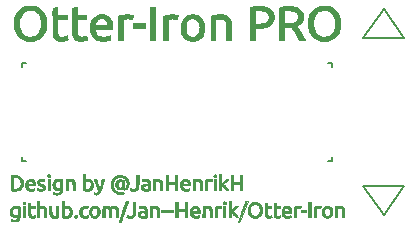
<source format=gto>
G04 #@! TF.GenerationSoftware,KiCad,Pcbnew,5.1.4+dfsg1-1*
G04 #@! TF.CreationDate,2020-04-13T21:52:35+02:00*
G04 #@! TF.ProjectId,OtterIron_PRO_Top,4f747465-7249-4726-9f6e-5f50524f5f54,rev?*
G04 #@! TF.SameCoordinates,Original*
G04 #@! TF.FileFunction,Legend,Top*
G04 #@! TF.FilePolarity,Positive*
%FSLAX46Y46*%
G04 Gerber Fmt 4.6, Leading zero omitted, Abs format (unit mm)*
G04 Created by KiCad (PCBNEW 5.1.4+dfsg1-1) date 2020-04-13 21:52:35*
%MOMM*%
%LPD*%
G04 APERTURE LIST*
%ADD10C,0.150000*%
%ADD11C,0.010000*%
G04 APERTURE END LIST*
D10*
X85500000Y-101250000D02*
X87250000Y-103750000D01*
X87250000Y-103750000D02*
X83750000Y-103750000D01*
X85500000Y-101250000D02*
X83750000Y-103750000D01*
X85500000Y-118750000D02*
X87250000Y-116250000D01*
X85500000Y-118750000D02*
X83750000Y-116250000D01*
X83750000Y-116250000D02*
X87250000Y-116250000D01*
X81150000Y-113800001D02*
X81150000Y-114150000D01*
X81150000Y-114150000D02*
X80800001Y-114150000D01*
X80800001Y-105850000D02*
X81150000Y-105850000D01*
X81150000Y-105850000D02*
X81150000Y-106199999D01*
X55199999Y-114150000D02*
X54850000Y-114150000D01*
X54850000Y-114150000D02*
X54850000Y-113800001D01*
X54850000Y-105850000D02*
X55200000Y-105850000D01*
X54850000Y-105900000D02*
X54850000Y-105850000D01*
X54850000Y-106200000D02*
X54850000Y-105850000D01*
D11*
G36*
X71217828Y-115304811D02*
G01*
X71256719Y-115321982D01*
X71280882Y-115350594D01*
X71281410Y-115351918D01*
X71289145Y-115393144D01*
X71286893Y-115440351D01*
X71275852Y-115481464D01*
X71267075Y-115496379D01*
X71233551Y-115519874D01*
X71188245Y-115530613D01*
X71142305Y-115526764D01*
X71124450Y-115519814D01*
X71088468Y-115487878D01*
X71068488Y-115443158D01*
X71065801Y-115393577D01*
X71081699Y-115347058D01*
X71093650Y-115330973D01*
X71128208Y-115308405D01*
X71172296Y-115299985D01*
X71217828Y-115304811D01*
X71217828Y-115304811D01*
G37*
X71217828Y-115304811D02*
X71256719Y-115321982D01*
X71280882Y-115350594D01*
X71281410Y-115351918D01*
X71289145Y-115393144D01*
X71286893Y-115440351D01*
X71275852Y-115481464D01*
X71267075Y-115496379D01*
X71233551Y-115519874D01*
X71188245Y-115530613D01*
X71142305Y-115526764D01*
X71124450Y-115519814D01*
X71088468Y-115487878D01*
X71068488Y-115443158D01*
X71065801Y-115393577D01*
X71081699Y-115347058D01*
X71093650Y-115330973D01*
X71128208Y-115308405D01*
X71172296Y-115299985D01*
X71217828Y-115304811D01*
G36*
X57169567Y-115310306D02*
G01*
X57189827Y-115325818D01*
X57217975Y-115355203D01*
X57229197Y-115386697D01*
X57230400Y-115408590D01*
X57227173Y-115457127D01*
X57215045Y-115488499D01*
X57190346Y-115510399D01*
X57178691Y-115516919D01*
X57126036Y-115534174D01*
X57079440Y-115527212D01*
X57038923Y-115498376D01*
X57009735Y-115454041D01*
X57002313Y-115406340D01*
X57014749Y-115361115D01*
X57045136Y-115324203D01*
X57091566Y-115301445D01*
X57104102Y-115298860D01*
X57139580Y-115297653D01*
X57169567Y-115310306D01*
X57169567Y-115310306D01*
G37*
X57169567Y-115310306D02*
X57189827Y-115325818D01*
X57217975Y-115355203D01*
X57229197Y-115386697D01*
X57230400Y-115408590D01*
X57227173Y-115457127D01*
X57215045Y-115488499D01*
X57190346Y-115510399D01*
X57178691Y-115516919D01*
X57126036Y-115534174D01*
X57079440Y-115527212D01*
X57038923Y-115498376D01*
X57009735Y-115454041D01*
X57002313Y-115406340D01*
X57014749Y-115361115D01*
X57045136Y-115324203D01*
X57091566Y-115301445D01*
X57104102Y-115298860D01*
X57139580Y-115297653D01*
X57169567Y-115310306D01*
G36*
X72711700Y-115903800D02*
G01*
X73321300Y-115903800D01*
X73321300Y-115370400D01*
X73511800Y-115370400D01*
X73511800Y-116653100D01*
X73321300Y-116653100D01*
X73321300Y-116068900D01*
X72711700Y-116068900D01*
X72711700Y-116653100D01*
X72521200Y-116653100D01*
X72521200Y-115370400D01*
X72711700Y-115370400D01*
X72711700Y-115903800D01*
X72711700Y-115903800D01*
G37*
X72711700Y-115903800D02*
X73321300Y-115903800D01*
X73321300Y-115370400D01*
X73511800Y-115370400D01*
X73511800Y-116653100D01*
X73321300Y-116653100D01*
X73321300Y-116068900D01*
X72711700Y-116068900D01*
X72711700Y-116653100D01*
X72521200Y-116653100D01*
X72521200Y-115370400D01*
X72711700Y-115370400D01*
X72711700Y-115903800D01*
G36*
X71740150Y-116083368D02*
G01*
X72108450Y-115687900D01*
X72319729Y-115687900D01*
X72294554Y-115722825D01*
X72278110Y-115742630D01*
X72247144Y-115777214D01*
X72204832Y-115823134D01*
X72154347Y-115876947D01*
X72098865Y-115935213D01*
X72092402Y-115941946D01*
X71915426Y-116126142D01*
X71977981Y-116181977D01*
X72015841Y-116218725D01*
X72060909Y-116267126D01*
X72110359Y-116323616D01*
X72161365Y-116384631D01*
X72211099Y-116446607D01*
X72256734Y-116505980D01*
X72295444Y-116559187D01*
X72324400Y-116602662D01*
X72340777Y-116632843D01*
X72343400Y-116642661D01*
X72331690Y-116647397D01*
X72300505Y-116650906D01*
X72255763Y-116652622D01*
X72238625Y-116652697D01*
X72133850Y-116652295D01*
X72076937Y-116566972D01*
X72046833Y-116526610D01*
X72003433Y-116474636D01*
X71951871Y-116416916D01*
X71897279Y-116359318D01*
X71880087Y-116341950D01*
X71740150Y-116202250D01*
X71736681Y-116427675D01*
X71733213Y-116653100D01*
X71556000Y-116653100D01*
X71556000Y-115955958D01*
X71556094Y-115801101D01*
X71556408Y-115669840D01*
X71556983Y-115560373D01*
X71557865Y-115470898D01*
X71559097Y-115399611D01*
X71560722Y-115344709D01*
X71562784Y-115304390D01*
X71565327Y-115276852D01*
X71568395Y-115260291D01*
X71572030Y-115252905D01*
X71573059Y-115252271D01*
X71594541Y-115247145D01*
X71631743Y-115240893D01*
X71661788Y-115236770D01*
X71733458Y-115227816D01*
X71740150Y-116083368D01*
X71740150Y-116083368D01*
G37*
X71740150Y-116083368D02*
X72108450Y-115687900D01*
X72319729Y-115687900D01*
X72294554Y-115722825D01*
X72278110Y-115742630D01*
X72247144Y-115777214D01*
X72204832Y-115823134D01*
X72154347Y-115876947D01*
X72098865Y-115935213D01*
X72092402Y-115941946D01*
X71915426Y-116126142D01*
X71977981Y-116181977D01*
X72015841Y-116218725D01*
X72060909Y-116267126D01*
X72110359Y-116323616D01*
X72161365Y-116384631D01*
X72211099Y-116446607D01*
X72256734Y-116505980D01*
X72295444Y-116559187D01*
X72324400Y-116602662D01*
X72340777Y-116632843D01*
X72343400Y-116642661D01*
X72331690Y-116647397D01*
X72300505Y-116650906D01*
X72255763Y-116652622D01*
X72238625Y-116652697D01*
X72133850Y-116652295D01*
X72076937Y-116566972D01*
X72046833Y-116526610D01*
X72003433Y-116474636D01*
X71951871Y-116416916D01*
X71897279Y-116359318D01*
X71880087Y-116341950D01*
X71740150Y-116202250D01*
X71736681Y-116427675D01*
X71733213Y-116653100D01*
X71556000Y-116653100D01*
X71556000Y-115955958D01*
X71556094Y-115801101D01*
X71556408Y-115669840D01*
X71556983Y-115560373D01*
X71557865Y-115470898D01*
X71559097Y-115399611D01*
X71560722Y-115344709D01*
X71562784Y-115304390D01*
X71565327Y-115276852D01*
X71568395Y-115260291D01*
X71572030Y-115252905D01*
X71573059Y-115252271D01*
X71594541Y-115247145D01*
X71631743Y-115240893D01*
X71661788Y-115236770D01*
X71733458Y-115227816D01*
X71740150Y-116083368D01*
G36*
X71276600Y-116653100D02*
G01*
X71086100Y-116653100D01*
X71086100Y-115687900D01*
X71276600Y-115687900D01*
X71276600Y-116653100D01*
X71276600Y-116653100D01*
G37*
X71276600Y-116653100D02*
X71086100Y-116653100D01*
X71086100Y-115687900D01*
X71276600Y-115687900D01*
X71276600Y-116653100D01*
G36*
X70820794Y-115680550D02*
G01*
X70875692Y-115687214D01*
X70909315Y-115695770D01*
X70925670Y-115710546D01*
X70928765Y-115735871D01*
X70922609Y-115776073D01*
X70920281Y-115788001D01*
X70910932Y-115830665D01*
X70902402Y-115853132D01*
X70891855Y-115860344D01*
X70879867Y-115858387D01*
X70824180Y-115846146D01*
X70757347Y-115839101D01*
X70692602Y-115838246D01*
X70657084Y-115841615D01*
X70618192Y-115847651D01*
X70588774Y-115851563D01*
X70581275Y-115852242D01*
X70576651Y-115857895D01*
X70572953Y-115875772D01*
X70570096Y-115907982D01*
X70567997Y-115956635D01*
X70566572Y-116023842D01*
X70565738Y-116111711D01*
X70565412Y-116222352D01*
X70565400Y-116253050D01*
X70565400Y-116653100D01*
X70374583Y-116653100D01*
X70377916Y-116192912D01*
X70381250Y-115732725D01*
X70463800Y-115710048D01*
X70566547Y-115688952D01*
X70678665Y-115677828D01*
X70786751Y-115677782D01*
X70820794Y-115680550D01*
X70820794Y-115680550D01*
G37*
X70820794Y-115680550D02*
X70875692Y-115687214D01*
X70909315Y-115695770D01*
X70925670Y-115710546D01*
X70928765Y-115735871D01*
X70922609Y-115776073D01*
X70920281Y-115788001D01*
X70910932Y-115830665D01*
X70902402Y-115853132D01*
X70891855Y-115860344D01*
X70879867Y-115858387D01*
X70824180Y-115846146D01*
X70757347Y-115839101D01*
X70692602Y-115838246D01*
X70657084Y-115841615D01*
X70618192Y-115847651D01*
X70588774Y-115851563D01*
X70581275Y-115852242D01*
X70576651Y-115857895D01*
X70572953Y-115875772D01*
X70570096Y-115907982D01*
X70567997Y-115956635D01*
X70566572Y-116023842D01*
X70565738Y-116111711D01*
X70565412Y-116222352D01*
X70565400Y-116253050D01*
X70565400Y-116653100D01*
X70374583Y-116653100D01*
X70377916Y-116192912D01*
X70381250Y-115732725D01*
X70463800Y-115710048D01*
X70566547Y-115688952D01*
X70678665Y-115677828D01*
X70786751Y-115677782D01*
X70820794Y-115680550D01*
G36*
X69847171Y-115688559D02*
G01*
X69920483Y-115710980D01*
X69979526Y-115746955D01*
X70027395Y-115797836D01*
X70066117Y-115862784D01*
X70101850Y-115935550D01*
X70105908Y-116294325D01*
X70109967Y-116653100D01*
X69930400Y-116653100D01*
X69930400Y-116376032D01*
X69929632Y-116253647D01*
X69926946Y-116153851D01*
X69921770Y-116073868D01*
X69913530Y-116010921D01*
X69901653Y-115962237D01*
X69885566Y-115925038D01*
X69864697Y-115896549D01*
X69838472Y-115873994D01*
X69824934Y-115865141D01*
X69796779Y-115851875D01*
X69761509Y-115844185D01*
X69711993Y-115840889D01*
X69676400Y-115840520D01*
X69622976Y-115841460D01*
X69576483Y-115843847D01*
X69544996Y-115847221D01*
X69539875Y-115848304D01*
X69511300Y-115855962D01*
X69511300Y-116653100D01*
X69333500Y-116653100D01*
X69333500Y-115717783D01*
X69412875Y-115701877D01*
X69458590Y-115694784D01*
X69520767Y-115687920D01*
X69590475Y-115682165D01*
X69645354Y-115678966D01*
X69756494Y-115678339D01*
X69847171Y-115688559D01*
X69847171Y-115688559D01*
G37*
X69847171Y-115688559D02*
X69920483Y-115710980D01*
X69979526Y-115746955D01*
X70027395Y-115797836D01*
X70066117Y-115862784D01*
X70101850Y-115935550D01*
X70105908Y-116294325D01*
X70109967Y-116653100D01*
X69930400Y-116653100D01*
X69930400Y-116376032D01*
X69929632Y-116253647D01*
X69926946Y-116153851D01*
X69921770Y-116073868D01*
X69913530Y-116010921D01*
X69901653Y-115962237D01*
X69885566Y-115925038D01*
X69864697Y-115896549D01*
X69838472Y-115873994D01*
X69824934Y-115865141D01*
X69796779Y-115851875D01*
X69761509Y-115844185D01*
X69711993Y-115840889D01*
X69676400Y-115840520D01*
X69622976Y-115841460D01*
X69576483Y-115843847D01*
X69544996Y-115847221D01*
X69539875Y-115848304D01*
X69511300Y-115855962D01*
X69511300Y-116653100D01*
X69333500Y-116653100D01*
X69333500Y-115717783D01*
X69412875Y-115701877D01*
X69458590Y-115694784D01*
X69520767Y-115687920D01*
X69590475Y-115682165D01*
X69645354Y-115678966D01*
X69756494Y-115678339D01*
X69847171Y-115688559D01*
G36*
X67212600Y-115903800D02*
G01*
X67822200Y-115903800D01*
X67822200Y-115370400D01*
X68012700Y-115370400D01*
X68012700Y-116653100D01*
X67822200Y-116653100D01*
X67822200Y-116068900D01*
X67212600Y-116068900D01*
X67212600Y-116653100D01*
X67034800Y-116653100D01*
X67034800Y-115370400D01*
X67212600Y-115370400D01*
X67212600Y-115903800D01*
X67212600Y-115903800D01*
G37*
X67212600Y-115903800D02*
X67822200Y-115903800D01*
X67822200Y-115370400D01*
X68012700Y-115370400D01*
X68012700Y-116653100D01*
X67822200Y-116653100D01*
X67822200Y-116068900D01*
X67212600Y-116068900D01*
X67212600Y-116653100D01*
X67034800Y-116653100D01*
X67034800Y-115370400D01*
X67212600Y-115370400D01*
X67212600Y-115903800D01*
G36*
X66443062Y-115682123D02*
G01*
X66496399Y-115690532D01*
X66502445Y-115692161D01*
X66583235Y-115728364D01*
X66650675Y-115784527D01*
X66700609Y-115857053D01*
X66705973Y-115868322D01*
X66714877Y-115888923D01*
X66721892Y-115908940D01*
X66727284Y-115931678D01*
X66731318Y-115960437D01*
X66734260Y-115998521D01*
X66736375Y-116049233D01*
X66737930Y-116115876D01*
X66739190Y-116201751D01*
X66740250Y-116294325D01*
X66744150Y-116653100D01*
X66566797Y-116653100D01*
X66562673Y-116326075D01*
X66561251Y-116225010D01*
X66559664Y-116145980D01*
X66557650Y-116085619D01*
X66554944Y-116040561D01*
X66551284Y-116007441D01*
X66546408Y-115982893D01*
X66540051Y-115963552D01*
X66533150Y-115948417D01*
X66502446Y-115900214D01*
X66464180Y-115867847D01*
X66413458Y-115848926D01*
X66345386Y-115841060D01*
X66312196Y-115840473D01*
X66258498Y-115841424D01*
X66211739Y-115843801D01*
X66179918Y-115847150D01*
X66174375Y-115848304D01*
X66145800Y-115855962D01*
X66145800Y-116653100D01*
X65968000Y-116653100D01*
X65968000Y-115717783D01*
X66047375Y-115701877D01*
X66121684Y-115690157D01*
X66205016Y-115682180D01*
X66290762Y-115678089D01*
X66372314Y-115678023D01*
X66443062Y-115682123D01*
X66443062Y-115682123D01*
G37*
X66443062Y-115682123D02*
X66496399Y-115690532D01*
X66502445Y-115692161D01*
X66583235Y-115728364D01*
X66650675Y-115784527D01*
X66700609Y-115857053D01*
X66705973Y-115868322D01*
X66714877Y-115888923D01*
X66721892Y-115908940D01*
X66727284Y-115931678D01*
X66731318Y-115960437D01*
X66734260Y-115998521D01*
X66736375Y-116049233D01*
X66737930Y-116115876D01*
X66739190Y-116201751D01*
X66740250Y-116294325D01*
X66744150Y-116653100D01*
X66566797Y-116653100D01*
X66562673Y-116326075D01*
X66561251Y-116225010D01*
X66559664Y-116145980D01*
X66557650Y-116085619D01*
X66554944Y-116040561D01*
X66551284Y-116007441D01*
X66546408Y-115982893D01*
X66540051Y-115963552D01*
X66533150Y-115948417D01*
X66502446Y-115900214D01*
X66464180Y-115867847D01*
X66413458Y-115848926D01*
X66345386Y-115841060D01*
X66312196Y-115840473D01*
X66258498Y-115841424D01*
X66211739Y-115843801D01*
X66179918Y-115847150D01*
X66174375Y-115848304D01*
X66145800Y-115855962D01*
X66145800Y-116653100D01*
X65968000Y-116653100D01*
X65968000Y-115717783D01*
X66047375Y-115701877D01*
X66121684Y-115690157D01*
X66205016Y-115682180D01*
X66290762Y-115678089D01*
X66372314Y-115678023D01*
X66443062Y-115682123D01*
G36*
X59037448Y-115681972D02*
G01*
X59099619Y-115695121D01*
X59151576Y-115717749D01*
X59198171Y-115751141D01*
X59223090Y-115774381D01*
X59250848Y-115804007D01*
X59273150Y-115833604D01*
X59290585Y-115866295D01*
X59303740Y-115905203D01*
X59313203Y-115953451D01*
X59319562Y-116014162D01*
X59323404Y-116090458D01*
X59325319Y-116185463D01*
X59325893Y-116302300D01*
X59325900Y-116320558D01*
X59325900Y-116653100D01*
X59149997Y-116653100D01*
X59145873Y-116326075D01*
X59144451Y-116225010D01*
X59142864Y-116145980D01*
X59140850Y-116085619D01*
X59138144Y-116040561D01*
X59134484Y-116007441D01*
X59129608Y-115982893D01*
X59123251Y-115963552D01*
X59116350Y-115948417D01*
X59085646Y-115900214D01*
X59047380Y-115867847D01*
X58996658Y-115848926D01*
X58928586Y-115841060D01*
X58895396Y-115840473D01*
X58841698Y-115841424D01*
X58794939Y-115843801D01*
X58763118Y-115847150D01*
X58757575Y-115848304D01*
X58729000Y-115855962D01*
X58729000Y-116653100D01*
X58551200Y-116653100D01*
X58551200Y-115717783D01*
X58630575Y-115701877D01*
X58676290Y-115694784D01*
X58738467Y-115687920D01*
X58808175Y-115682165D01*
X58863054Y-115678966D01*
X58960210Y-115677016D01*
X59037448Y-115681972D01*
X59037448Y-115681972D01*
G37*
X59037448Y-115681972D02*
X59099619Y-115695121D01*
X59151576Y-115717749D01*
X59198171Y-115751141D01*
X59223090Y-115774381D01*
X59250848Y-115804007D01*
X59273150Y-115833604D01*
X59290585Y-115866295D01*
X59303740Y-115905203D01*
X59313203Y-115953451D01*
X59319562Y-116014162D01*
X59323404Y-116090458D01*
X59325319Y-116185463D01*
X59325893Y-116302300D01*
X59325900Y-116320558D01*
X59325900Y-116653100D01*
X59149997Y-116653100D01*
X59145873Y-116326075D01*
X59144451Y-116225010D01*
X59142864Y-116145980D01*
X59140850Y-116085619D01*
X59138144Y-116040561D01*
X59134484Y-116007441D01*
X59129608Y-115982893D01*
X59123251Y-115963552D01*
X59116350Y-115948417D01*
X59085646Y-115900214D01*
X59047380Y-115867847D01*
X58996658Y-115848926D01*
X58928586Y-115841060D01*
X58895396Y-115840473D01*
X58841698Y-115841424D01*
X58794939Y-115843801D01*
X58763118Y-115847150D01*
X58757575Y-115848304D01*
X58729000Y-115855962D01*
X58729000Y-116653100D01*
X58551200Y-116653100D01*
X58551200Y-115717783D01*
X58630575Y-115701877D01*
X58676290Y-115694784D01*
X58738467Y-115687920D01*
X58808175Y-115682165D01*
X58863054Y-115678966D01*
X58960210Y-115677016D01*
X59037448Y-115681972D01*
G36*
X57205000Y-116653100D02*
G01*
X57027200Y-116653100D01*
X57027200Y-115687900D01*
X57205000Y-115687900D01*
X57205000Y-116653100D01*
X57205000Y-116653100D01*
G37*
X57205000Y-116653100D02*
X57027200Y-116653100D01*
X57027200Y-115687900D01*
X57205000Y-115687900D01*
X57205000Y-116653100D01*
G36*
X54297817Y-115370129D02*
G01*
X54365397Y-115373549D01*
X54421744Y-115380118D01*
X54473910Y-115390480D01*
X54491321Y-115394820D01*
X54613102Y-115436561D01*
X54715143Y-115493857D01*
X54798542Y-115567742D01*
X54864400Y-115659250D01*
X54913817Y-115769417D01*
X54924395Y-115802200D01*
X54936376Y-115861491D01*
X54943409Y-115937352D01*
X54945473Y-116021433D01*
X54942550Y-116105385D01*
X54934617Y-116180860D01*
X54925417Y-116226699D01*
X54883491Y-116337825D01*
X54821062Y-116434739D01*
X54739399Y-116516308D01*
X54639774Y-116581399D01*
X54523455Y-116628881D01*
X54454337Y-116646761D01*
X54411869Y-116653042D01*
X54353029Y-116658176D01*
X54284529Y-116661969D01*
X54213083Y-116664223D01*
X54145403Y-116664743D01*
X54088204Y-116663332D01*
X54048197Y-116659795D01*
X54042700Y-116658783D01*
X54019162Y-116654750D01*
X53981737Y-116649269D01*
X53963325Y-116646778D01*
X53903000Y-116638843D01*
X53902999Y-116017563D01*
X53902999Y-115535500D01*
X54093500Y-115535500D01*
X54093500Y-116504129D01*
X54249075Y-116497639D01*
X54328437Y-116493050D01*
X54389254Y-116486176D01*
X54438352Y-116475974D01*
X54479818Y-116462460D01*
X54568732Y-116415953D01*
X54640191Y-116351046D01*
X54694071Y-116267908D01*
X54730250Y-116166706D01*
X54742388Y-116104568D01*
X54749266Y-115986352D01*
X54734699Y-115876106D01*
X54699459Y-115776444D01*
X54644319Y-115689980D01*
X54608479Y-115651518D01*
X54550058Y-115604712D01*
X54485674Y-115571198D01*
X54410534Y-115549498D01*
X54319848Y-115538137D01*
X54231862Y-115535500D01*
X54093500Y-115535500D01*
X53902999Y-115535500D01*
X53902999Y-115396283D01*
X53934749Y-115389691D01*
X53973706Y-115381586D01*
X53999231Y-115376261D01*
X54023588Y-115373755D01*
X54067666Y-115371630D01*
X54125788Y-115370073D01*
X54192273Y-115369272D01*
X54211956Y-115369209D01*
X54297817Y-115370129D01*
X54297817Y-115370129D01*
G37*
X54297817Y-115370129D02*
X54365397Y-115373549D01*
X54421744Y-115380118D01*
X54473910Y-115390480D01*
X54491321Y-115394820D01*
X54613102Y-115436561D01*
X54715143Y-115493857D01*
X54798542Y-115567742D01*
X54864400Y-115659250D01*
X54913817Y-115769417D01*
X54924395Y-115802200D01*
X54936376Y-115861491D01*
X54943409Y-115937352D01*
X54945473Y-116021433D01*
X54942550Y-116105385D01*
X54934617Y-116180860D01*
X54925417Y-116226699D01*
X54883491Y-116337825D01*
X54821062Y-116434739D01*
X54739399Y-116516308D01*
X54639774Y-116581399D01*
X54523455Y-116628881D01*
X54454337Y-116646761D01*
X54411869Y-116653042D01*
X54353029Y-116658176D01*
X54284529Y-116661969D01*
X54213083Y-116664223D01*
X54145403Y-116664743D01*
X54088204Y-116663332D01*
X54048197Y-116659795D01*
X54042700Y-116658783D01*
X54019162Y-116654750D01*
X53981737Y-116649269D01*
X53963325Y-116646778D01*
X53903000Y-116638843D01*
X53902999Y-116017563D01*
X53902999Y-115535500D01*
X54093500Y-115535500D01*
X54093500Y-116504129D01*
X54249075Y-116497639D01*
X54328437Y-116493050D01*
X54389254Y-116486176D01*
X54438352Y-116475974D01*
X54479818Y-116462460D01*
X54568732Y-116415953D01*
X54640191Y-116351046D01*
X54694071Y-116267908D01*
X54730250Y-116166706D01*
X54742388Y-116104568D01*
X54749266Y-115986352D01*
X54734699Y-115876106D01*
X54699459Y-115776444D01*
X54644319Y-115689980D01*
X54608479Y-115651518D01*
X54550058Y-115604712D01*
X54485674Y-115571198D01*
X54410534Y-115549498D01*
X54319848Y-115538137D01*
X54231862Y-115535500D01*
X54093500Y-115535500D01*
X53902999Y-115535500D01*
X53902999Y-115396283D01*
X53934749Y-115389691D01*
X53973706Y-115381586D01*
X53999231Y-115376261D01*
X54023588Y-115373755D01*
X54067666Y-115371630D01*
X54125788Y-115370073D01*
X54192273Y-115369272D01*
X54211956Y-115369209D01*
X54297817Y-115370129D01*
G36*
X68779059Y-115680168D02*
G01*
X68864491Y-115699239D01*
X68934659Y-115735881D01*
X68992310Y-115791560D01*
X69040191Y-115867742D01*
X69042944Y-115873262D01*
X69062226Y-115915174D01*
X69074854Y-115952158D01*
X69082627Y-115992519D01*
X69087345Y-116044563D01*
X69089632Y-116088710D01*
X69095529Y-116221300D01*
X68443349Y-116221300D01*
X68451551Y-116268925D01*
X68476959Y-116354160D01*
X68520277Y-116423146D01*
X68580071Y-116474073D01*
X68633720Y-116498946D01*
X68685377Y-116509242D01*
X68752259Y-116512827D01*
X68825148Y-116509900D01*
X68894826Y-116500657D01*
X68929787Y-116492579D01*
X68969789Y-116482455D01*
X68998910Y-116477143D01*
X69009663Y-116477430D01*
X69013255Y-116492185D01*
X69016740Y-116524590D01*
X69018842Y-116557723D01*
X69022350Y-116632344D01*
X68965200Y-116649997D01*
X68921231Y-116659318D01*
X68860812Y-116666564D01*
X68791620Y-116671415D01*
X68721331Y-116673548D01*
X68657622Y-116672642D01*
X68608169Y-116668376D01*
X68593673Y-116665551D01*
X68494167Y-116628453D01*
X68410918Y-116572238D01*
X68344717Y-116497935D01*
X68296354Y-116406575D01*
X68266619Y-116299187D01*
X68258097Y-116228201D01*
X68259456Y-116103633D01*
X68263630Y-116081600D01*
X68446547Y-116081600D01*
X68901700Y-116081600D01*
X68901700Y-116041159D01*
X68892562Y-115990252D01*
X68868869Y-115935472D01*
X68836201Y-115887754D01*
X68811830Y-115865009D01*
X68750429Y-115835959D01*
X68682959Y-115828562D01*
X68615958Y-115842419D01*
X68555961Y-115877131D01*
X68551529Y-115880911D01*
X68508122Y-115926529D01*
X68478424Y-115978394D01*
X68459624Y-116033975D01*
X68446547Y-116081600D01*
X68263630Y-116081600D01*
X68280878Y-115990578D01*
X68321737Y-115891016D01*
X68381405Y-115806926D01*
X68396339Y-115791347D01*
X68456978Y-115739501D01*
X68519372Y-115705212D01*
X68591008Y-115685417D01*
X68675617Y-115677201D01*
X68779059Y-115680168D01*
X68779059Y-115680168D01*
G37*
X68779059Y-115680168D02*
X68864491Y-115699239D01*
X68934659Y-115735881D01*
X68992310Y-115791560D01*
X69040191Y-115867742D01*
X69042944Y-115873262D01*
X69062226Y-115915174D01*
X69074854Y-115952158D01*
X69082627Y-115992519D01*
X69087345Y-116044563D01*
X69089632Y-116088710D01*
X69095529Y-116221300D01*
X68443349Y-116221300D01*
X68451551Y-116268925D01*
X68476959Y-116354160D01*
X68520277Y-116423146D01*
X68580071Y-116474073D01*
X68633720Y-116498946D01*
X68685377Y-116509242D01*
X68752259Y-116512827D01*
X68825148Y-116509900D01*
X68894826Y-116500657D01*
X68929787Y-116492579D01*
X68969789Y-116482455D01*
X68998910Y-116477143D01*
X69009663Y-116477430D01*
X69013255Y-116492185D01*
X69016740Y-116524590D01*
X69018842Y-116557723D01*
X69022350Y-116632344D01*
X68965200Y-116649997D01*
X68921231Y-116659318D01*
X68860812Y-116666564D01*
X68791620Y-116671415D01*
X68721331Y-116673548D01*
X68657622Y-116672642D01*
X68608169Y-116668376D01*
X68593673Y-116665551D01*
X68494167Y-116628453D01*
X68410918Y-116572238D01*
X68344717Y-116497935D01*
X68296354Y-116406575D01*
X68266619Y-116299187D01*
X68258097Y-116228201D01*
X68259456Y-116103633D01*
X68263630Y-116081600D01*
X68446547Y-116081600D01*
X68901700Y-116081600D01*
X68901700Y-116041159D01*
X68892562Y-115990252D01*
X68868869Y-115935472D01*
X68836201Y-115887754D01*
X68811830Y-115865009D01*
X68750429Y-115835959D01*
X68682959Y-115828562D01*
X68615958Y-115842419D01*
X68555961Y-115877131D01*
X68551529Y-115880911D01*
X68508122Y-115926529D01*
X68478424Y-115978394D01*
X68459624Y-116033975D01*
X68446547Y-116081600D01*
X68263630Y-116081600D01*
X68280878Y-115990578D01*
X68321737Y-115891016D01*
X68381405Y-115806926D01*
X68396339Y-115791347D01*
X68456978Y-115739501D01*
X68519372Y-115705212D01*
X68591008Y-115685417D01*
X68675617Y-115677201D01*
X68779059Y-115680168D01*
G36*
X65345159Y-115677255D02*
G01*
X65352680Y-115677549D01*
X65436919Y-115684602D01*
X65502252Y-115698868D01*
X65554670Y-115722512D01*
X65600160Y-115757704D01*
X65614901Y-115772461D01*
X65636546Y-115796418D01*
X65653886Y-115819842D01*
X65667439Y-115845834D01*
X65677725Y-115877493D01*
X65685263Y-115917920D01*
X65690571Y-115970216D01*
X65694169Y-116037480D01*
X65696577Y-116122812D01*
X65698312Y-116229313D01*
X65698879Y-116274044D01*
X65703316Y-116637938D01*
X65667383Y-116645685D01*
X65628385Y-116652067D01*
X65571633Y-116658875D01*
X65504752Y-116665445D01*
X65435365Y-116671111D01*
X65371095Y-116675208D01*
X65319566Y-116677070D01*
X65307600Y-116677092D01*
X65251660Y-116673330D01*
X65192450Y-116664730D01*
X65171374Y-116660256D01*
X65087083Y-116629653D01*
X65022864Y-116583490D01*
X64978613Y-116521639D01*
X64954227Y-116443972D01*
X64948960Y-116383616D01*
X64949628Y-116374647D01*
X65130942Y-116374647D01*
X65141933Y-116429359D01*
X65170452Y-116469785D01*
X65219548Y-116499703D01*
X65286328Y-116518317D01*
X65367899Y-116524834D01*
X65461368Y-116518457D01*
X65464577Y-116518023D01*
X65523500Y-116509947D01*
X65523500Y-116373454D01*
X65523222Y-116313094D01*
X65521766Y-116273404D01*
X65518193Y-116249658D01*
X65511567Y-116237128D01*
X65500950Y-116231085D01*
X65494925Y-116229304D01*
X65455951Y-116223508D01*
X65402549Y-116221377D01*
X65343446Y-116222601D01*
X65287368Y-116226871D01*
X65243041Y-116233878D01*
X65226774Y-116238811D01*
X65173970Y-116272583D01*
X65141443Y-116319172D01*
X65130942Y-116374647D01*
X64949628Y-116374647D01*
X64955457Y-116296405D01*
X64979183Y-116226191D01*
X65022294Y-116169527D01*
X65086943Y-116122965D01*
X65123450Y-116104475D01*
X65152733Y-116092253D01*
X65181756Y-116083971D01*
X65216386Y-116078890D01*
X65262486Y-116076275D01*
X65325922Y-116075388D01*
X65355225Y-116075351D01*
X65425520Y-116075424D01*
X65473888Y-116074120D01*
X65503789Y-116069303D01*
X65518684Y-116058838D01*
X65522033Y-116040588D01*
X65517298Y-116012416D01*
X65509715Y-115980000D01*
X65483640Y-115915218D01*
X65439653Y-115868096D01*
X65378287Y-115838833D01*
X65300076Y-115827626D01*
X65205552Y-115834674D01*
X65148954Y-115845894D01*
X65108303Y-115854508D01*
X65078756Y-115858992D01*
X65067724Y-115858657D01*
X65062042Y-115842656D01*
X65055829Y-115810911D01*
X65050373Y-115772845D01*
X65046962Y-115737882D01*
X65046884Y-115715447D01*
X65047748Y-115712494D01*
X65065752Y-115702609D01*
X65103681Y-115693493D01*
X65156061Y-115685772D01*
X65217417Y-115680074D01*
X65282274Y-115677026D01*
X65345159Y-115677255D01*
X65345159Y-115677255D01*
G37*
X65345159Y-115677255D02*
X65352680Y-115677549D01*
X65436919Y-115684602D01*
X65502252Y-115698868D01*
X65554670Y-115722512D01*
X65600160Y-115757704D01*
X65614901Y-115772461D01*
X65636546Y-115796418D01*
X65653886Y-115819842D01*
X65667439Y-115845834D01*
X65677725Y-115877493D01*
X65685263Y-115917920D01*
X65690571Y-115970216D01*
X65694169Y-116037480D01*
X65696577Y-116122812D01*
X65698312Y-116229313D01*
X65698879Y-116274044D01*
X65703316Y-116637938D01*
X65667383Y-116645685D01*
X65628385Y-116652067D01*
X65571633Y-116658875D01*
X65504752Y-116665445D01*
X65435365Y-116671111D01*
X65371095Y-116675208D01*
X65319566Y-116677070D01*
X65307600Y-116677092D01*
X65251660Y-116673330D01*
X65192450Y-116664730D01*
X65171374Y-116660256D01*
X65087083Y-116629653D01*
X65022864Y-116583490D01*
X64978613Y-116521639D01*
X64954227Y-116443972D01*
X64948960Y-116383616D01*
X64949628Y-116374647D01*
X65130942Y-116374647D01*
X65141933Y-116429359D01*
X65170452Y-116469785D01*
X65219548Y-116499703D01*
X65286328Y-116518317D01*
X65367899Y-116524834D01*
X65461368Y-116518457D01*
X65464577Y-116518023D01*
X65523500Y-116509947D01*
X65523500Y-116373454D01*
X65523222Y-116313094D01*
X65521766Y-116273404D01*
X65518193Y-116249658D01*
X65511567Y-116237128D01*
X65500950Y-116231085D01*
X65494925Y-116229304D01*
X65455951Y-116223508D01*
X65402549Y-116221377D01*
X65343446Y-116222601D01*
X65287368Y-116226871D01*
X65243041Y-116233878D01*
X65226774Y-116238811D01*
X65173970Y-116272583D01*
X65141443Y-116319172D01*
X65130942Y-116374647D01*
X64949628Y-116374647D01*
X64955457Y-116296405D01*
X64979183Y-116226191D01*
X65022294Y-116169527D01*
X65086943Y-116122965D01*
X65123450Y-116104475D01*
X65152733Y-116092253D01*
X65181756Y-116083971D01*
X65216386Y-116078890D01*
X65262486Y-116076275D01*
X65325922Y-116075388D01*
X65355225Y-116075351D01*
X65425520Y-116075424D01*
X65473888Y-116074120D01*
X65503789Y-116069303D01*
X65518684Y-116058838D01*
X65522033Y-116040588D01*
X65517298Y-116012416D01*
X65509715Y-115980000D01*
X65483640Y-115915218D01*
X65439653Y-115868096D01*
X65378287Y-115838833D01*
X65300076Y-115827626D01*
X65205552Y-115834674D01*
X65148954Y-115845894D01*
X65108303Y-115854508D01*
X65078756Y-115858992D01*
X65067724Y-115858657D01*
X65062042Y-115842656D01*
X65055829Y-115810911D01*
X65050373Y-115772845D01*
X65046962Y-115737882D01*
X65046884Y-115715447D01*
X65047748Y-115712494D01*
X65065752Y-115702609D01*
X65103681Y-115693493D01*
X65156061Y-115685772D01*
X65217417Y-115680074D01*
X65282274Y-115677026D01*
X65345159Y-115677255D01*
G36*
X64733018Y-115868875D02*
G01*
X64731484Y-115999062D01*
X64729855Y-116106423D01*
X64728008Y-116193530D01*
X64725824Y-116262955D01*
X64723182Y-116317272D01*
X64719962Y-116359054D01*
X64716042Y-116390873D01*
X64711302Y-116415302D01*
X64706614Y-116431946D01*
X64668843Y-116516707D01*
X64616167Y-116582178D01*
X64546291Y-116631120D01*
X64536999Y-116635838D01*
X64500579Y-116652425D01*
X64467370Y-116663338D01*
X64429978Y-116669951D01*
X64381005Y-116673638D01*
X64323350Y-116675531D01*
X64255460Y-116676294D01*
X64204699Y-116674114D01*
X64162870Y-116668034D01*
X64121779Y-116657100D01*
X64098346Y-116649306D01*
X64051574Y-116631112D01*
X64011679Y-116612134D01*
X63987778Y-116596835D01*
X63974682Y-116583648D01*
X63970239Y-116570638D01*
X63975286Y-116551087D01*
X63990659Y-116518275D01*
X63999825Y-116500055D01*
X64037137Y-116426140D01*
X64123093Y-116470959D01*
X64169618Y-116494091D01*
X64205190Y-116507073D01*
X64240693Y-116512302D01*
X64287010Y-116512172D01*
X64306617Y-116511358D01*
X64374485Y-116504555D01*
X64424598Y-116489137D01*
X64464030Y-116461844D01*
X64496758Y-116423715D01*
X64509066Y-116401879D01*
X64519243Y-116371725D01*
X64527462Y-116331014D01*
X64533900Y-116277510D01*
X64538729Y-116208973D01*
X64542126Y-116123166D01*
X64544264Y-116017850D01*
X64545318Y-115890789D01*
X64545504Y-115799025D01*
X64545600Y-115370400D01*
X64738357Y-115370400D01*
X64733018Y-115868875D01*
X64733018Y-115868875D01*
G37*
X64733018Y-115868875D02*
X64731484Y-115999062D01*
X64729855Y-116106423D01*
X64728008Y-116193530D01*
X64725824Y-116262955D01*
X64723182Y-116317272D01*
X64719962Y-116359054D01*
X64716042Y-116390873D01*
X64711302Y-116415302D01*
X64706614Y-116431946D01*
X64668843Y-116516707D01*
X64616167Y-116582178D01*
X64546291Y-116631120D01*
X64536999Y-116635838D01*
X64500579Y-116652425D01*
X64467370Y-116663338D01*
X64429978Y-116669951D01*
X64381005Y-116673638D01*
X64323350Y-116675531D01*
X64255460Y-116676294D01*
X64204699Y-116674114D01*
X64162870Y-116668034D01*
X64121779Y-116657100D01*
X64098346Y-116649306D01*
X64051574Y-116631112D01*
X64011679Y-116612134D01*
X63987778Y-116596835D01*
X63974682Y-116583648D01*
X63970239Y-116570638D01*
X63975286Y-116551087D01*
X63990659Y-116518275D01*
X63999825Y-116500055D01*
X64037137Y-116426140D01*
X64123093Y-116470959D01*
X64169618Y-116494091D01*
X64205190Y-116507073D01*
X64240693Y-116512302D01*
X64287010Y-116512172D01*
X64306617Y-116511358D01*
X64374485Y-116504555D01*
X64424598Y-116489137D01*
X64464030Y-116461844D01*
X64496758Y-116423715D01*
X64509066Y-116401879D01*
X64519243Y-116371725D01*
X64527462Y-116331014D01*
X64533900Y-116277510D01*
X64538729Y-116208973D01*
X64542126Y-116123166D01*
X64544264Y-116017850D01*
X64545318Y-115890789D01*
X64545504Y-115799025D01*
X64545600Y-115370400D01*
X64738357Y-115370400D01*
X64733018Y-115868875D01*
G36*
X60202200Y-115478245D02*
G01*
X60202335Y-115563866D01*
X60202933Y-115627225D01*
X60204285Y-115671458D01*
X60206678Y-115699703D01*
X60210402Y-115715095D01*
X60215746Y-115720772D01*
X60223000Y-115719871D01*
X60224425Y-115719298D01*
X60284174Y-115695968D01*
X60334464Y-115682452D01*
X60386238Y-115676838D01*
X60450442Y-115677213D01*
X60462550Y-115677699D01*
X60523373Y-115681571D01*
X60567787Y-115688352D01*
X60604767Y-115700108D01*
X60643289Y-115718902D01*
X60644399Y-115719507D01*
X60723119Y-115774909D01*
X60784574Y-115846397D01*
X60829690Y-115935478D01*
X60859394Y-116043660D01*
X60865291Y-116079047D01*
X60872879Y-116201220D01*
X60859565Y-116313745D01*
X60826483Y-116414713D01*
X60774770Y-116502215D01*
X60705558Y-116574338D01*
X60619984Y-116629173D01*
X60519181Y-116664811D01*
X60517050Y-116665307D01*
X60456397Y-116673828D01*
X60379037Y-116676599D01*
X60292968Y-116673780D01*
X60206186Y-116665529D01*
X60157750Y-116658153D01*
X60108253Y-116649003D01*
X60067640Y-116640854D01*
X60043082Y-116635165D01*
X60040275Y-116634292D01*
X60036445Y-116620582D01*
X60033089Y-116584315D01*
X60030206Y-116528329D01*
X60027791Y-116455463D01*
X60025843Y-116368553D01*
X60024360Y-116270440D01*
X60023339Y-116163960D01*
X60022777Y-116051952D01*
X60022672Y-115937255D01*
X60022778Y-115902394D01*
X60202200Y-115902394D01*
X60202200Y-116498933D01*
X60230775Y-116504437D01*
X60256845Y-116507273D01*
X60299864Y-116509775D01*
X60351379Y-116511476D01*
X60361434Y-116511670D01*
X60420285Y-116511070D01*
X60463159Y-116505857D01*
X60499294Y-116494469D01*
X60520001Y-116484825D01*
X60582199Y-116439789D01*
X60630559Y-116377161D01*
X60664073Y-116301269D01*
X60681732Y-116216444D01*
X60682529Y-116127013D01*
X60665455Y-116037306D01*
X60639646Y-115971075D01*
X60595903Y-115907827D01*
X60537746Y-115863889D01*
X60468187Y-115840090D01*
X60390237Y-115837258D01*
X60306908Y-115856223D01*
X60272790Y-115870077D01*
X60202200Y-115902394D01*
X60022778Y-115902394D01*
X60023022Y-115822706D01*
X60023825Y-115711144D01*
X60025077Y-115605407D01*
X60026776Y-115508333D01*
X60028921Y-115422761D01*
X60031508Y-115351528D01*
X60034535Y-115297473D01*
X60037999Y-115263435D01*
X60041459Y-115252271D01*
X60062931Y-115247149D01*
X60100140Y-115240896D01*
X60130359Y-115236749D01*
X60202200Y-115227774D01*
X60202200Y-115478245D01*
X60202200Y-115478245D01*
G37*
X60202200Y-115478245D02*
X60202335Y-115563866D01*
X60202933Y-115627225D01*
X60204285Y-115671458D01*
X60206678Y-115699703D01*
X60210402Y-115715095D01*
X60215746Y-115720772D01*
X60223000Y-115719871D01*
X60224425Y-115719298D01*
X60284174Y-115695968D01*
X60334464Y-115682452D01*
X60386238Y-115676838D01*
X60450442Y-115677213D01*
X60462550Y-115677699D01*
X60523373Y-115681571D01*
X60567787Y-115688352D01*
X60604767Y-115700108D01*
X60643289Y-115718902D01*
X60644399Y-115719507D01*
X60723119Y-115774909D01*
X60784574Y-115846397D01*
X60829690Y-115935478D01*
X60859394Y-116043660D01*
X60865291Y-116079047D01*
X60872879Y-116201220D01*
X60859565Y-116313745D01*
X60826483Y-116414713D01*
X60774770Y-116502215D01*
X60705558Y-116574338D01*
X60619984Y-116629173D01*
X60519181Y-116664811D01*
X60517050Y-116665307D01*
X60456397Y-116673828D01*
X60379037Y-116676599D01*
X60292968Y-116673780D01*
X60206186Y-116665529D01*
X60157750Y-116658153D01*
X60108253Y-116649003D01*
X60067640Y-116640854D01*
X60043082Y-116635165D01*
X60040275Y-116634292D01*
X60036445Y-116620582D01*
X60033089Y-116584315D01*
X60030206Y-116528329D01*
X60027791Y-116455463D01*
X60025843Y-116368553D01*
X60024360Y-116270440D01*
X60023339Y-116163960D01*
X60022777Y-116051952D01*
X60022672Y-115937255D01*
X60022778Y-115902394D01*
X60202200Y-115902394D01*
X60202200Y-116498933D01*
X60230775Y-116504437D01*
X60256845Y-116507273D01*
X60299864Y-116509775D01*
X60351379Y-116511476D01*
X60361434Y-116511670D01*
X60420285Y-116511070D01*
X60463159Y-116505857D01*
X60499294Y-116494469D01*
X60520001Y-116484825D01*
X60582199Y-116439789D01*
X60630559Y-116377161D01*
X60664073Y-116301269D01*
X60681732Y-116216444D01*
X60682529Y-116127013D01*
X60665455Y-116037306D01*
X60639646Y-115971075D01*
X60595903Y-115907827D01*
X60537746Y-115863889D01*
X60468187Y-115840090D01*
X60390237Y-115837258D01*
X60306908Y-115856223D01*
X60272790Y-115870077D01*
X60202200Y-115902394D01*
X60022778Y-115902394D01*
X60023022Y-115822706D01*
X60023825Y-115711144D01*
X60025077Y-115605407D01*
X60026776Y-115508333D01*
X60028921Y-115422761D01*
X60031508Y-115351528D01*
X60034535Y-115297473D01*
X60037999Y-115263435D01*
X60041459Y-115252271D01*
X60062931Y-115247149D01*
X60100140Y-115240896D01*
X60130359Y-115236749D01*
X60202200Y-115227774D01*
X60202200Y-115478245D01*
G36*
X56581397Y-115678368D02*
G01*
X56646538Y-115683769D01*
X56702990Y-115691859D01*
X56744809Y-115702318D01*
X56763745Y-115712186D01*
X56766414Y-115727810D01*
X56764027Y-115758549D01*
X56758116Y-115796037D01*
X56750212Y-115831906D01*
X56741846Y-115857791D01*
X56735651Y-115865700D01*
X56719604Y-115862342D01*
X56687315Y-115853686D01*
X56658542Y-115845367D01*
X56576627Y-115830755D01*
X56504243Y-115829884D01*
X56433842Y-115839231D01*
X56385053Y-115858947D01*
X56355723Y-115890429D01*
X56343777Y-115934146D01*
X56346940Y-115970212D01*
X56364699Y-116002325D01*
X56399603Y-116032671D01*
X56454203Y-116063436D01*
X56531047Y-116096808D01*
X56535535Y-116098590D01*
X56628142Y-116137998D01*
X56698733Y-116175339D01*
X56750214Y-116213473D01*
X56785488Y-116255257D01*
X56807458Y-116303547D01*
X56819028Y-116361203D01*
X56820792Y-116379318D01*
X56817357Y-116463507D01*
X56792629Y-116534064D01*
X56746871Y-116590791D01*
X56680345Y-116633491D01*
X56593314Y-116661965D01*
X56486042Y-116676018D01*
X56423950Y-116677569D01*
X56360274Y-116674174D01*
X56292353Y-116665809D01*
X56236883Y-116654742D01*
X56193248Y-116642647D01*
X56160079Y-116632122D01*
X56144366Y-116625391D01*
X56144236Y-116625269D01*
X56143186Y-116610098D01*
X56147466Y-116577888D01*
X56155736Y-116536111D01*
X56166656Y-116492236D01*
X56170495Y-116478958D01*
X56180670Y-116472503D01*
X56206654Y-116476429D01*
X56248741Y-116490058D01*
X56315389Y-116507896D01*
X56388849Y-116517604D01*
X56461742Y-116519100D01*
X56526693Y-116512304D01*
X56576326Y-116497134D01*
X56582700Y-116493723D01*
X56613153Y-116471516D01*
X56627002Y-116445261D01*
X56630911Y-116417286D01*
X56629125Y-116383825D01*
X56616517Y-116354278D01*
X56590317Y-116326272D01*
X56547756Y-116297438D01*
X56486065Y-116265405D01*
X56416846Y-116234034D01*
X56328091Y-116191764D01*
X56261309Y-116151070D01*
X56213422Y-116109320D01*
X56181355Y-116063877D01*
X56163273Y-116016887D01*
X56154090Y-115937865D01*
X56168351Y-115863101D01*
X56204118Y-115795939D01*
X56259452Y-115739723D01*
X56332414Y-115697794D01*
X56352820Y-115690061D01*
X56393278Y-115681503D01*
X56448823Y-115676915D01*
X56513510Y-115675977D01*
X56581397Y-115678368D01*
X56581397Y-115678368D01*
G37*
X56581397Y-115678368D02*
X56646538Y-115683769D01*
X56702990Y-115691859D01*
X56744809Y-115702318D01*
X56763745Y-115712186D01*
X56766414Y-115727810D01*
X56764027Y-115758549D01*
X56758116Y-115796037D01*
X56750212Y-115831906D01*
X56741846Y-115857791D01*
X56735651Y-115865700D01*
X56719604Y-115862342D01*
X56687315Y-115853686D01*
X56658542Y-115845367D01*
X56576627Y-115830755D01*
X56504243Y-115829884D01*
X56433842Y-115839231D01*
X56385053Y-115858947D01*
X56355723Y-115890429D01*
X56343777Y-115934146D01*
X56346940Y-115970212D01*
X56364699Y-116002325D01*
X56399603Y-116032671D01*
X56454203Y-116063436D01*
X56531047Y-116096808D01*
X56535535Y-116098590D01*
X56628142Y-116137998D01*
X56698733Y-116175339D01*
X56750214Y-116213473D01*
X56785488Y-116255257D01*
X56807458Y-116303547D01*
X56819028Y-116361203D01*
X56820792Y-116379318D01*
X56817357Y-116463507D01*
X56792629Y-116534064D01*
X56746871Y-116590791D01*
X56680345Y-116633491D01*
X56593314Y-116661965D01*
X56486042Y-116676018D01*
X56423950Y-116677569D01*
X56360274Y-116674174D01*
X56292353Y-116665809D01*
X56236883Y-116654742D01*
X56193248Y-116642647D01*
X56160079Y-116632122D01*
X56144366Y-116625391D01*
X56144236Y-116625269D01*
X56143186Y-116610098D01*
X56147466Y-116577888D01*
X56155736Y-116536111D01*
X56166656Y-116492236D01*
X56170495Y-116478958D01*
X56180670Y-116472503D01*
X56206654Y-116476429D01*
X56248741Y-116490058D01*
X56315389Y-116507896D01*
X56388849Y-116517604D01*
X56461742Y-116519100D01*
X56526693Y-116512304D01*
X56576326Y-116497134D01*
X56582700Y-116493723D01*
X56613153Y-116471516D01*
X56627002Y-116445261D01*
X56630911Y-116417286D01*
X56629125Y-116383825D01*
X56616517Y-116354278D01*
X56590317Y-116326272D01*
X56547756Y-116297438D01*
X56486065Y-116265405D01*
X56416846Y-116234034D01*
X56328091Y-116191764D01*
X56261309Y-116151070D01*
X56213422Y-116109320D01*
X56181355Y-116063877D01*
X56163273Y-116016887D01*
X56154090Y-115937865D01*
X56168351Y-115863101D01*
X56204118Y-115795939D01*
X56259452Y-115739723D01*
X56332414Y-115697794D01*
X56352820Y-115690061D01*
X56393278Y-115681503D01*
X56448823Y-115676915D01*
X56513510Y-115675977D01*
X56581397Y-115678368D01*
G36*
X55678232Y-115682040D02*
G01*
X55755269Y-115703939D01*
X55821637Y-115742963D01*
X55860519Y-115777310D01*
X55906264Y-115834370D01*
X55940376Y-115904022D01*
X55964189Y-115989994D01*
X55979039Y-116096013D01*
X55980445Y-116112255D01*
X55989292Y-116221300D01*
X55323381Y-116221300D01*
X55331645Y-116262575D01*
X55341891Y-116297027D01*
X55359539Y-116342089D01*
X55373929Y-116373700D01*
X55398266Y-116417489D01*
X55424779Y-116446761D01*
X55463072Y-116471285D01*
X55476902Y-116478475D01*
X55521074Y-116498193D01*
X55562367Y-116508905D01*
X55612201Y-116513039D01*
X55641169Y-116513400D01*
X55701541Y-116510350D01*
X55764331Y-116502402D01*
X55810687Y-116492579D01*
X55850858Y-116482586D01*
X55880344Y-116477635D01*
X55891472Y-116478339D01*
X55895439Y-116493635D01*
X55898899Y-116526408D01*
X55900651Y-116558645D01*
X55903250Y-116632369D01*
X55846100Y-116649934D01*
X55799761Y-116659688D01*
X55736549Y-116667121D01*
X55664839Y-116671859D01*
X55593009Y-116673530D01*
X55529435Y-116671761D01*
X55482493Y-116666177D01*
X55482309Y-116666138D01*
X55391491Y-116635021D01*
X55308821Y-116584275D01*
X55239531Y-116518041D01*
X55188856Y-116440461D01*
X55184092Y-116430173D01*
X55170354Y-116390169D01*
X55156839Y-116336059D01*
X55146303Y-116279011D01*
X55145661Y-116274576D01*
X55138779Y-116153947D01*
X55150313Y-116055792D01*
X55338100Y-116055792D01*
X55339103Y-116064955D01*
X55344413Y-116071645D01*
X55357473Y-116076252D01*
X55381732Y-116079162D01*
X55420635Y-116080765D01*
X55477629Y-116081448D01*
X55556159Y-116081599D01*
X55567275Y-116081600D01*
X55796450Y-116081600D01*
X55788051Y-116033975D01*
X55770071Y-115974428D01*
X55740089Y-115917178D01*
X55703683Y-115872161D01*
X55691471Y-115861876D01*
X55640826Y-115838277D01*
X55579569Y-115829908D01*
X55517819Y-115837327D01*
X55483214Y-115850363D01*
X55444511Y-115873901D01*
X55411166Y-115900156D01*
X55405381Y-115905912D01*
X55378247Y-115943639D01*
X55354935Y-115990674D01*
X55340468Y-116035832D01*
X55338100Y-116055792D01*
X55150313Y-116055792D01*
X55152192Y-116039811D01*
X55184905Y-115935495D01*
X55235922Y-115844330D01*
X55293939Y-115778745D01*
X55364550Y-115726098D01*
X55442159Y-115692882D01*
X55532283Y-115677136D01*
X55584946Y-115675199D01*
X55678232Y-115682040D01*
X55678232Y-115682040D01*
G37*
X55678232Y-115682040D02*
X55755269Y-115703939D01*
X55821637Y-115742963D01*
X55860519Y-115777310D01*
X55906264Y-115834370D01*
X55940376Y-115904022D01*
X55964189Y-115989994D01*
X55979039Y-116096013D01*
X55980445Y-116112255D01*
X55989292Y-116221300D01*
X55323381Y-116221300D01*
X55331645Y-116262575D01*
X55341891Y-116297027D01*
X55359539Y-116342089D01*
X55373929Y-116373700D01*
X55398266Y-116417489D01*
X55424779Y-116446761D01*
X55463072Y-116471285D01*
X55476902Y-116478475D01*
X55521074Y-116498193D01*
X55562367Y-116508905D01*
X55612201Y-116513039D01*
X55641169Y-116513400D01*
X55701541Y-116510350D01*
X55764331Y-116502402D01*
X55810687Y-116492579D01*
X55850858Y-116482586D01*
X55880344Y-116477635D01*
X55891472Y-116478339D01*
X55895439Y-116493635D01*
X55898899Y-116526408D01*
X55900651Y-116558645D01*
X55903250Y-116632369D01*
X55846100Y-116649934D01*
X55799761Y-116659688D01*
X55736549Y-116667121D01*
X55664839Y-116671859D01*
X55593009Y-116673530D01*
X55529435Y-116671761D01*
X55482493Y-116666177D01*
X55482309Y-116666138D01*
X55391491Y-116635021D01*
X55308821Y-116584275D01*
X55239531Y-116518041D01*
X55188856Y-116440461D01*
X55184092Y-116430173D01*
X55170354Y-116390169D01*
X55156839Y-116336059D01*
X55146303Y-116279011D01*
X55145661Y-116274576D01*
X55138779Y-116153947D01*
X55150313Y-116055792D01*
X55338100Y-116055792D01*
X55339103Y-116064955D01*
X55344413Y-116071645D01*
X55357473Y-116076252D01*
X55381732Y-116079162D01*
X55420635Y-116080765D01*
X55477629Y-116081448D01*
X55556159Y-116081599D01*
X55567275Y-116081600D01*
X55796450Y-116081600D01*
X55788051Y-116033975D01*
X55770071Y-115974428D01*
X55740089Y-115917178D01*
X55703683Y-115872161D01*
X55691471Y-115861876D01*
X55640826Y-115838277D01*
X55579569Y-115829908D01*
X55517819Y-115837327D01*
X55483214Y-115850363D01*
X55444511Y-115873901D01*
X55411166Y-115900156D01*
X55405381Y-115905912D01*
X55378247Y-115943639D01*
X55354935Y-115990674D01*
X55340468Y-116035832D01*
X55338100Y-116055792D01*
X55150313Y-116055792D01*
X55152192Y-116039811D01*
X55184905Y-115935495D01*
X55235922Y-115844330D01*
X55293939Y-115778745D01*
X55364550Y-115726098D01*
X55442159Y-115692882D01*
X55532283Y-115677136D01*
X55584946Y-115675199D01*
X55678232Y-115682040D01*
G36*
X63219817Y-115353738D02*
G01*
X63273336Y-115356271D01*
X63316840Y-115361830D01*
X63358009Y-115371431D01*
X63404526Y-115386087D01*
X63408950Y-115387590D01*
X63536565Y-115443118D01*
X63645734Y-115515810D01*
X63735701Y-115604603D01*
X63805710Y-115708436D01*
X63855005Y-115826244D01*
X63882829Y-115956965D01*
X63889152Y-116062550D01*
X63881767Y-116178232D01*
X63860494Y-116284871D01*
X63826663Y-116378390D01*
X63781599Y-116454713D01*
X63749859Y-116490426D01*
X63686483Y-116535615D01*
X63612499Y-116564713D01*
X63534670Y-116576501D01*
X63459761Y-116569760D01*
X63409430Y-116551744D01*
X63377085Y-116536988D01*
X63352030Y-116533250D01*
X63321648Y-116539851D01*
X63302897Y-116546007D01*
X63244666Y-116558865D01*
X63173129Y-116564787D01*
X63099482Y-116563523D01*
X63034922Y-116554823D01*
X63024233Y-116552209D01*
X62939885Y-116517026D01*
X62869671Y-116460765D01*
X62813736Y-116383546D01*
X62805802Y-116368630D01*
X62785801Y-116327921D01*
X62772917Y-116295318D01*
X62765608Y-116263073D01*
X62762332Y-116223439D01*
X62761547Y-116168667D01*
X62761572Y-116146380D01*
X62761591Y-116145167D01*
X62951750Y-116145167D01*
X62952389Y-116203954D01*
X62955220Y-116244401D01*
X62961610Y-116273552D01*
X62972927Y-116298454D01*
X62985395Y-116318466D01*
X63015484Y-116354523D01*
X63050397Y-116383734D01*
X63061595Y-116390254D01*
X63108195Y-116404474D01*
X63166945Y-116410841D01*
X63225675Y-116408825D01*
X63268686Y-116399314D01*
X63301527Y-116386828D01*
X63298088Y-116129439D01*
X63294650Y-115872050D01*
X63209529Y-115868308D01*
X63128507Y-115872938D01*
X63063392Y-115895730D01*
X63010943Y-115938162D01*
X62986689Y-115969846D01*
X62970241Y-115996864D01*
X62959942Y-116022179D01*
X62954374Y-116052903D01*
X62952120Y-116096150D01*
X62951750Y-116145167D01*
X62761591Y-116145167D01*
X62762634Y-116080473D01*
X62766201Y-116032423D01*
X62773399Y-115994722D01*
X62785356Y-115959864D01*
X62791820Y-115944819D01*
X62830954Y-115880013D01*
X62885773Y-115819318D01*
X62949209Y-115769177D01*
X63014195Y-115736031D01*
X63024623Y-115732628D01*
X63090383Y-115719882D01*
X63171594Y-115714338D01*
X63259352Y-115715979D01*
X63344755Y-115724787D01*
X63390567Y-115733367D01*
X63478800Y-115753435D01*
X63478800Y-116058052D01*
X63479305Y-116148562D01*
X63480734Y-116229384D01*
X63482954Y-116297033D01*
X63485836Y-116348028D01*
X63489247Y-116378883D01*
X63491147Y-116385740D01*
X63516580Y-116412544D01*
X63552397Y-116416505D01*
X63584733Y-116405438D01*
X63633118Y-116368692D01*
X63671566Y-116310928D01*
X63699133Y-116234880D01*
X63714873Y-116143285D01*
X63717843Y-116038880D01*
X63717120Y-116022126D01*
X63712430Y-115959033D01*
X63704375Y-115910596D01*
X63690379Y-115866083D01*
X63667866Y-115814764D01*
X63666827Y-115812576D01*
X63606097Y-115712715D01*
X63528602Y-115630583D01*
X63436743Y-115567241D01*
X63332919Y-115523747D01*
X63219530Y-115501162D01*
X63098976Y-115500544D01*
X62997300Y-115516974D01*
X62884132Y-115555926D01*
X62785190Y-115615421D01*
X62701695Y-115694184D01*
X62634869Y-115790937D01*
X62585932Y-115904407D01*
X62569228Y-115964124D01*
X62557326Y-116042409D01*
X62553736Y-116133585D01*
X62558030Y-116228318D01*
X62569783Y-116317276D01*
X62588568Y-116391128D01*
X62588777Y-116391724D01*
X62640800Y-116503877D01*
X62711037Y-116598569D01*
X62798408Y-116674857D01*
X62901832Y-116731798D01*
X63020228Y-116768449D01*
X63020774Y-116768563D01*
X63060991Y-116773558D01*
X63118070Y-116776362D01*
X63185214Y-116777108D01*
X63255627Y-116775928D01*
X63322509Y-116772956D01*
X63379065Y-116768324D01*
X63418495Y-116762166D01*
X63424011Y-116760677D01*
X63443488Y-116758360D01*
X63453621Y-116771276D01*
X63458673Y-116794706D01*
X63466753Y-116846013D01*
X63468809Y-116877839D01*
X63462195Y-116895878D01*
X63444267Y-116905822D01*
X63412379Y-116913366D01*
X63402600Y-116915400D01*
X63344900Y-116923494D01*
X63270428Y-116928260D01*
X63187410Y-116929733D01*
X63104069Y-116927943D01*
X63028632Y-116922923D01*
X62969323Y-116914706D01*
X62964450Y-116913677D01*
X62826966Y-116872238D01*
X62706927Y-116812619D01*
X62604777Y-116735246D01*
X62520962Y-116640544D01*
X62455925Y-116528939D01*
X62410111Y-116400856D01*
X62404310Y-116377659D01*
X62392246Y-116304183D01*
X62385571Y-116215054D01*
X62384291Y-116119348D01*
X62388409Y-116026141D01*
X62397929Y-115944510D01*
X62404109Y-115913410D01*
X62447255Y-115782688D01*
X62511077Y-115666094D01*
X62594234Y-115565087D01*
X62695385Y-115481127D01*
X62813189Y-115415674D01*
X62887254Y-115387214D01*
X62936220Y-115372270D01*
X62979829Y-115362423D01*
X63025965Y-115356648D01*
X63082516Y-115353918D01*
X63148600Y-115353217D01*
X63219817Y-115353738D01*
X63219817Y-115353738D01*
G37*
X63219817Y-115353738D02*
X63273336Y-115356271D01*
X63316840Y-115361830D01*
X63358009Y-115371431D01*
X63404526Y-115386087D01*
X63408950Y-115387590D01*
X63536565Y-115443118D01*
X63645734Y-115515810D01*
X63735701Y-115604603D01*
X63805710Y-115708436D01*
X63855005Y-115826244D01*
X63882829Y-115956965D01*
X63889152Y-116062550D01*
X63881767Y-116178232D01*
X63860494Y-116284871D01*
X63826663Y-116378390D01*
X63781599Y-116454713D01*
X63749859Y-116490426D01*
X63686483Y-116535615D01*
X63612499Y-116564713D01*
X63534670Y-116576501D01*
X63459761Y-116569760D01*
X63409430Y-116551744D01*
X63377085Y-116536988D01*
X63352030Y-116533250D01*
X63321648Y-116539851D01*
X63302897Y-116546007D01*
X63244666Y-116558865D01*
X63173129Y-116564787D01*
X63099482Y-116563523D01*
X63034922Y-116554823D01*
X63024233Y-116552209D01*
X62939885Y-116517026D01*
X62869671Y-116460765D01*
X62813736Y-116383546D01*
X62805802Y-116368630D01*
X62785801Y-116327921D01*
X62772917Y-116295318D01*
X62765608Y-116263073D01*
X62762332Y-116223439D01*
X62761547Y-116168667D01*
X62761572Y-116146380D01*
X62761591Y-116145167D01*
X62951750Y-116145167D01*
X62952389Y-116203954D01*
X62955220Y-116244401D01*
X62961610Y-116273552D01*
X62972927Y-116298454D01*
X62985395Y-116318466D01*
X63015484Y-116354523D01*
X63050397Y-116383734D01*
X63061595Y-116390254D01*
X63108195Y-116404474D01*
X63166945Y-116410841D01*
X63225675Y-116408825D01*
X63268686Y-116399314D01*
X63301527Y-116386828D01*
X63298088Y-116129439D01*
X63294650Y-115872050D01*
X63209529Y-115868308D01*
X63128507Y-115872938D01*
X63063392Y-115895730D01*
X63010943Y-115938162D01*
X62986689Y-115969846D01*
X62970241Y-115996864D01*
X62959942Y-116022179D01*
X62954374Y-116052903D01*
X62952120Y-116096150D01*
X62951750Y-116145167D01*
X62761591Y-116145167D01*
X62762634Y-116080473D01*
X62766201Y-116032423D01*
X62773399Y-115994722D01*
X62785356Y-115959864D01*
X62791820Y-115944819D01*
X62830954Y-115880013D01*
X62885773Y-115819318D01*
X62949209Y-115769177D01*
X63014195Y-115736031D01*
X63024623Y-115732628D01*
X63090383Y-115719882D01*
X63171594Y-115714338D01*
X63259352Y-115715979D01*
X63344755Y-115724787D01*
X63390567Y-115733367D01*
X63478800Y-115753435D01*
X63478800Y-116058052D01*
X63479305Y-116148562D01*
X63480734Y-116229384D01*
X63482954Y-116297033D01*
X63485836Y-116348028D01*
X63489247Y-116378883D01*
X63491147Y-116385740D01*
X63516580Y-116412544D01*
X63552397Y-116416505D01*
X63584733Y-116405438D01*
X63633118Y-116368692D01*
X63671566Y-116310928D01*
X63699133Y-116234880D01*
X63714873Y-116143285D01*
X63717843Y-116038880D01*
X63717120Y-116022126D01*
X63712430Y-115959033D01*
X63704375Y-115910596D01*
X63690379Y-115866083D01*
X63667866Y-115814764D01*
X63666827Y-115812576D01*
X63606097Y-115712715D01*
X63528602Y-115630583D01*
X63436743Y-115567241D01*
X63332919Y-115523747D01*
X63219530Y-115501162D01*
X63098976Y-115500544D01*
X62997300Y-115516974D01*
X62884132Y-115555926D01*
X62785190Y-115615421D01*
X62701695Y-115694184D01*
X62634869Y-115790937D01*
X62585932Y-115904407D01*
X62569228Y-115964124D01*
X62557326Y-116042409D01*
X62553736Y-116133585D01*
X62558030Y-116228318D01*
X62569783Y-116317276D01*
X62588568Y-116391128D01*
X62588777Y-116391724D01*
X62640800Y-116503877D01*
X62711037Y-116598569D01*
X62798408Y-116674857D01*
X62901832Y-116731798D01*
X63020228Y-116768449D01*
X63020774Y-116768563D01*
X63060991Y-116773558D01*
X63118070Y-116776362D01*
X63185214Y-116777108D01*
X63255627Y-116775928D01*
X63322509Y-116772956D01*
X63379065Y-116768324D01*
X63418495Y-116762166D01*
X63424011Y-116760677D01*
X63443488Y-116758360D01*
X63453621Y-116771276D01*
X63458673Y-116794706D01*
X63466753Y-116846013D01*
X63468809Y-116877839D01*
X63462195Y-116895878D01*
X63444267Y-116905822D01*
X63412379Y-116913366D01*
X63402600Y-116915400D01*
X63344900Y-116923494D01*
X63270428Y-116928260D01*
X63187410Y-116929733D01*
X63104069Y-116927943D01*
X63028632Y-116922923D01*
X62969323Y-116914706D01*
X62964450Y-116913677D01*
X62826966Y-116872238D01*
X62706927Y-116812619D01*
X62604777Y-116735246D01*
X62520962Y-116640544D01*
X62455925Y-116528939D01*
X62410111Y-116400856D01*
X62404310Y-116377659D01*
X62392246Y-116304183D01*
X62385571Y-116215054D01*
X62384291Y-116119348D01*
X62388409Y-116026141D01*
X62397929Y-115944510D01*
X62404109Y-115913410D01*
X62447255Y-115782688D01*
X62511077Y-115666094D01*
X62594234Y-115565087D01*
X62695385Y-115481127D01*
X62813189Y-115415674D01*
X62887254Y-115387214D01*
X62936220Y-115372270D01*
X62979829Y-115362423D01*
X63025965Y-115356648D01*
X63082516Y-115353918D01*
X63148600Y-115353217D01*
X63219817Y-115353738D01*
G36*
X61104983Y-115688442D02*
G01*
X61138664Y-115689878D01*
X61154285Y-115691919D01*
X61154700Y-115692333D01*
X61158070Y-115705445D01*
X61167331Y-115738451D01*
X61181207Y-115786875D01*
X61198421Y-115846242D01*
X61205354Y-115869992D01*
X61226394Y-115938421D01*
X61251174Y-116013346D01*
X61278345Y-116091269D01*
X61306555Y-116168693D01*
X61334453Y-116242118D01*
X61360688Y-116308049D01*
X61383911Y-116362986D01*
X61402769Y-116403432D01*
X61415913Y-116425889D01*
X61421177Y-116428857D01*
X61431719Y-116408692D01*
X61447353Y-116367221D01*
X61467060Y-116307788D01*
X61489819Y-116233740D01*
X61514608Y-116148424D01*
X61540406Y-116055184D01*
X61566194Y-115957368D01*
X61572184Y-115933912D01*
X61632998Y-115694250D01*
X61724049Y-115690518D01*
X61771572Y-115689263D01*
X61799061Y-115691102D01*
X61811803Y-115697148D01*
X61815087Y-115708515D01*
X61815100Y-115709692D01*
X61811031Y-115740422D01*
X61799573Y-115791438D01*
X61781851Y-115859098D01*
X61758987Y-115939757D01*
X61732106Y-116029771D01*
X61702332Y-116125495D01*
X61670787Y-116223287D01*
X61638596Y-116319501D01*
X61606882Y-116410494D01*
X61576770Y-116492622D01*
X61561348Y-116532566D01*
X61522611Y-116628257D01*
X61489530Y-116703882D01*
X61459947Y-116763542D01*
X61431705Y-116811337D01*
X61402643Y-116851369D01*
X61379330Y-116878420D01*
X61312015Y-116938246D01*
X61238444Y-116975681D01*
X61153647Y-116992815D01*
X61103900Y-116994402D01*
X61053813Y-116992946D01*
X61011145Y-116990376D01*
X60984514Y-116987225D01*
X60983250Y-116986944D01*
X60957481Y-116977395D01*
X60945059Y-116960740D01*
X60944082Y-116931097D01*
X60951412Y-116888469D01*
X60961180Y-116847745D01*
X60970418Y-116827613D01*
X60981758Y-116823465D01*
X60987520Y-116825269D01*
X61028323Y-116835534D01*
X61082172Y-116840397D01*
X61137215Y-116839488D01*
X61181600Y-116832436D01*
X61184822Y-116831437D01*
X61221311Y-116811364D01*
X61261306Y-116777540D01*
X61297346Y-116737628D01*
X61321973Y-116699292D01*
X61327205Y-116685166D01*
X61324247Y-116662664D01*
X61310145Y-116620693D01*
X61285968Y-116562054D01*
X61252784Y-116489549D01*
X61252035Y-116487975D01*
X61216310Y-116411014D01*
X61178451Y-116326219D01*
X61142845Y-116243594D01*
X61113878Y-116173146D01*
X61112502Y-116169665D01*
X61089093Y-116107868D01*
X61064092Y-116037798D01*
X61038992Y-115964120D01*
X61015285Y-115891499D01*
X60994465Y-115824603D01*
X60978024Y-115768096D01*
X60967456Y-115726643D01*
X60964200Y-115706212D01*
X60969817Y-115696464D01*
X60989576Y-115690749D01*
X61027833Y-115688228D01*
X61059450Y-115687900D01*
X61104983Y-115688442D01*
X61104983Y-115688442D01*
G37*
X61104983Y-115688442D02*
X61138664Y-115689878D01*
X61154285Y-115691919D01*
X61154700Y-115692333D01*
X61158070Y-115705445D01*
X61167331Y-115738451D01*
X61181207Y-115786875D01*
X61198421Y-115846242D01*
X61205354Y-115869992D01*
X61226394Y-115938421D01*
X61251174Y-116013346D01*
X61278345Y-116091269D01*
X61306555Y-116168693D01*
X61334453Y-116242118D01*
X61360688Y-116308049D01*
X61383911Y-116362986D01*
X61402769Y-116403432D01*
X61415913Y-116425889D01*
X61421177Y-116428857D01*
X61431719Y-116408692D01*
X61447353Y-116367221D01*
X61467060Y-116307788D01*
X61489819Y-116233740D01*
X61514608Y-116148424D01*
X61540406Y-116055184D01*
X61566194Y-115957368D01*
X61572184Y-115933912D01*
X61632998Y-115694250D01*
X61724049Y-115690518D01*
X61771572Y-115689263D01*
X61799061Y-115691102D01*
X61811803Y-115697148D01*
X61815087Y-115708515D01*
X61815100Y-115709692D01*
X61811031Y-115740422D01*
X61799573Y-115791438D01*
X61781851Y-115859098D01*
X61758987Y-115939757D01*
X61732106Y-116029771D01*
X61702332Y-116125495D01*
X61670787Y-116223287D01*
X61638596Y-116319501D01*
X61606882Y-116410494D01*
X61576770Y-116492622D01*
X61561348Y-116532566D01*
X61522611Y-116628257D01*
X61489530Y-116703882D01*
X61459947Y-116763542D01*
X61431705Y-116811337D01*
X61402643Y-116851369D01*
X61379330Y-116878420D01*
X61312015Y-116938246D01*
X61238444Y-116975681D01*
X61153647Y-116992815D01*
X61103900Y-116994402D01*
X61053813Y-116992946D01*
X61011145Y-116990376D01*
X60984514Y-116987225D01*
X60983250Y-116986944D01*
X60957481Y-116977395D01*
X60945059Y-116960740D01*
X60944082Y-116931097D01*
X60951412Y-116888469D01*
X60961180Y-116847745D01*
X60970418Y-116827613D01*
X60981758Y-116823465D01*
X60987520Y-116825269D01*
X61028323Y-116835534D01*
X61082172Y-116840397D01*
X61137215Y-116839488D01*
X61181600Y-116832436D01*
X61184822Y-116831437D01*
X61221311Y-116811364D01*
X61261306Y-116777540D01*
X61297346Y-116737628D01*
X61321973Y-116699292D01*
X61327205Y-116685166D01*
X61324247Y-116662664D01*
X61310145Y-116620693D01*
X61285968Y-116562054D01*
X61252784Y-116489549D01*
X61252035Y-116487975D01*
X61216310Y-116411014D01*
X61178451Y-116326219D01*
X61142845Y-116243594D01*
X61113878Y-116173146D01*
X61112502Y-116169665D01*
X61089093Y-116107868D01*
X61064092Y-116037798D01*
X61038992Y-115964120D01*
X61015285Y-115891499D01*
X60994465Y-115824603D01*
X60978024Y-115768096D01*
X60967456Y-115726643D01*
X60964200Y-115706212D01*
X60969817Y-115696464D01*
X60989576Y-115690749D01*
X61027833Y-115688228D01*
X61059450Y-115687900D01*
X61104983Y-115688442D01*
G36*
X58055227Y-115682993D02*
G01*
X58151150Y-115697387D01*
X58265450Y-115719938D01*
X58269213Y-116170644D01*
X58270062Y-116307002D01*
X58269993Y-116420659D01*
X58268802Y-116514301D01*
X58266286Y-116590617D01*
X58262242Y-116652295D01*
X58256467Y-116702022D01*
X58248758Y-116742486D01*
X58238911Y-116776376D01*
X58226725Y-116806379D01*
X58220166Y-116819834D01*
X58175661Y-116880374D01*
X58110739Y-116930700D01*
X58029323Y-116967854D01*
X58019637Y-116970976D01*
X57954704Y-116984839D01*
X57873223Y-116992943D01*
X57783402Y-116995214D01*
X57693447Y-116991579D01*
X57611568Y-116981964D01*
X57576475Y-116974951D01*
X57533614Y-116963987D01*
X57509130Y-116952197D01*
X57499653Y-116933439D01*
X57501813Y-116901571D01*
X57511097Y-116855783D01*
X57520415Y-116817926D01*
X57529672Y-116799874D01*
X57542687Y-116796326D01*
X57552372Y-116798502D01*
X57675801Y-116827947D01*
X57786380Y-116840597D01*
X57882412Y-116836483D01*
X57962203Y-116815633D01*
X58008442Y-116790419D01*
X58044729Y-116753832D01*
X58070293Y-116701508D01*
X58087164Y-116629188D01*
X58088057Y-116623363D01*
X58097232Y-116561876D01*
X58058247Y-116582036D01*
X58008484Y-116599808D01*
X57943103Y-116612232D01*
X57871529Y-116618177D01*
X57803192Y-116616512D01*
X57786587Y-116614620D01*
X57689772Y-116589894D01*
X57607649Y-116545234D01*
X57541081Y-116482012D01*
X57490932Y-116401599D01*
X57458065Y-116305367D01*
X57443345Y-116194689D01*
X57444614Y-116154994D01*
X57633537Y-116154994D01*
X57640935Y-116248967D01*
X57663765Y-116324206D01*
X57703242Y-116383021D01*
X57760580Y-116427723D01*
X57782850Y-116439402D01*
X57839693Y-116455552D01*
X57908049Y-116458675D01*
X57977852Y-116449148D01*
X58033675Y-116430030D01*
X58081300Y-116407095D01*
X58081300Y-115854150D01*
X58036956Y-115845832D01*
X58001584Y-115842273D01*
X57951779Y-115840991D01*
X57899285Y-115842225D01*
X57819602Y-115852882D01*
X57758027Y-115877674D01*
X57709883Y-115919512D01*
X57670493Y-115981305D01*
X57668129Y-115986071D01*
X57648779Y-116030829D01*
X57638153Y-116072526D01*
X57633950Y-116122411D01*
X57633537Y-116154994D01*
X57444614Y-116154994D01*
X57447159Y-116075404D01*
X57463361Y-115996135D01*
X57493520Y-115916748D01*
X57533702Y-115845577D01*
X57579972Y-115790957D01*
X57582506Y-115788695D01*
X57621534Y-115759613D01*
X57670493Y-115729901D01*
X57699720Y-115714992D01*
X57767711Y-115693044D01*
X57853570Y-115680241D01*
X57951381Y-115676814D01*
X58055227Y-115682993D01*
X58055227Y-115682993D01*
G37*
X58055227Y-115682993D02*
X58151150Y-115697387D01*
X58265450Y-115719938D01*
X58269213Y-116170644D01*
X58270062Y-116307002D01*
X58269993Y-116420659D01*
X58268802Y-116514301D01*
X58266286Y-116590617D01*
X58262242Y-116652295D01*
X58256467Y-116702022D01*
X58248758Y-116742486D01*
X58238911Y-116776376D01*
X58226725Y-116806379D01*
X58220166Y-116819834D01*
X58175661Y-116880374D01*
X58110739Y-116930700D01*
X58029323Y-116967854D01*
X58019637Y-116970976D01*
X57954704Y-116984839D01*
X57873223Y-116992943D01*
X57783402Y-116995214D01*
X57693447Y-116991579D01*
X57611568Y-116981964D01*
X57576475Y-116974951D01*
X57533614Y-116963987D01*
X57509130Y-116952197D01*
X57499653Y-116933439D01*
X57501813Y-116901571D01*
X57511097Y-116855783D01*
X57520415Y-116817926D01*
X57529672Y-116799874D01*
X57542687Y-116796326D01*
X57552372Y-116798502D01*
X57675801Y-116827947D01*
X57786380Y-116840597D01*
X57882412Y-116836483D01*
X57962203Y-116815633D01*
X58008442Y-116790419D01*
X58044729Y-116753832D01*
X58070293Y-116701508D01*
X58087164Y-116629188D01*
X58088057Y-116623363D01*
X58097232Y-116561876D01*
X58058247Y-116582036D01*
X58008484Y-116599808D01*
X57943103Y-116612232D01*
X57871529Y-116618177D01*
X57803192Y-116616512D01*
X57786587Y-116614620D01*
X57689772Y-116589894D01*
X57607649Y-116545234D01*
X57541081Y-116482012D01*
X57490932Y-116401599D01*
X57458065Y-116305367D01*
X57443345Y-116194689D01*
X57444614Y-116154994D01*
X57633537Y-116154994D01*
X57640935Y-116248967D01*
X57663765Y-116324206D01*
X57703242Y-116383021D01*
X57760580Y-116427723D01*
X57782850Y-116439402D01*
X57839693Y-116455552D01*
X57908049Y-116458675D01*
X57977852Y-116449148D01*
X58033675Y-116430030D01*
X58081300Y-116407095D01*
X58081300Y-115854150D01*
X58036956Y-115845832D01*
X58001584Y-115842273D01*
X57951779Y-115840991D01*
X57899285Y-115842225D01*
X57819602Y-115852882D01*
X57758027Y-115877674D01*
X57709883Y-115919512D01*
X57670493Y-115981305D01*
X57668129Y-115986071D01*
X57648779Y-116030829D01*
X57638153Y-116072526D01*
X57633950Y-116122411D01*
X57633537Y-116154994D01*
X57444614Y-116154994D01*
X57447159Y-116075404D01*
X57463361Y-115996135D01*
X57493520Y-115916748D01*
X57533702Y-115845577D01*
X57579972Y-115790957D01*
X57582506Y-115788695D01*
X57621534Y-115759613D01*
X57670493Y-115729901D01*
X57699720Y-115714992D01*
X57767711Y-115693044D01*
X57853570Y-115680241D01*
X57951381Y-115676814D01*
X58055227Y-115682993D01*
G36*
X72044169Y-117594375D02*
G01*
X72081790Y-117619808D01*
X72107193Y-117658793D01*
X72114800Y-117700519D01*
X72110826Y-117747855D01*
X72096217Y-117778648D01*
X72066943Y-117800879D01*
X72063091Y-117802919D01*
X72007846Y-117819868D01*
X71956186Y-117812833D01*
X71943350Y-117806834D01*
X71905508Y-117773273D01*
X71886685Y-117728404D01*
X71887832Y-117678768D01*
X71909896Y-117630907D01*
X71916602Y-117622471D01*
X71955713Y-117593399D01*
X72000189Y-117584803D01*
X72044169Y-117594375D01*
X72044169Y-117594375D01*
G37*
X72044169Y-117594375D02*
X72081790Y-117619808D01*
X72107193Y-117658793D01*
X72114800Y-117700519D01*
X72110826Y-117747855D01*
X72096217Y-117778648D01*
X72066943Y-117800879D01*
X72063091Y-117802919D01*
X72007846Y-117819868D01*
X71956186Y-117812833D01*
X71943350Y-117806834D01*
X71905508Y-117773273D01*
X71886685Y-117728404D01*
X71887832Y-117678768D01*
X71909896Y-117630907D01*
X71916602Y-117622471D01*
X71955713Y-117593399D01*
X72000189Y-117584803D01*
X72044169Y-117594375D01*
G36*
X55084111Y-117597131D02*
G01*
X55115077Y-117617574D01*
X55139456Y-117656097D01*
X55148959Y-117706185D01*
X55141874Y-117757682D01*
X55139710Y-117763781D01*
X55116426Y-117792370D01*
X55077292Y-117811234D01*
X55030710Y-117818194D01*
X54985084Y-117811069D01*
X54974423Y-117806646D01*
X54941691Y-117777994D01*
X54923585Y-117735712D01*
X54921235Y-117687688D01*
X54935769Y-117641809D01*
X54948263Y-117623795D01*
X54987705Y-117595688D01*
X55035798Y-117586696D01*
X55084111Y-117597131D01*
X55084111Y-117597131D01*
G37*
X55084111Y-117597131D02*
X55115077Y-117617574D01*
X55139456Y-117656097D01*
X55148959Y-117706185D01*
X55141874Y-117757682D01*
X55139710Y-117763781D01*
X55116426Y-117792370D01*
X55077292Y-117811234D01*
X55030710Y-117818194D01*
X54985084Y-117811069D01*
X54974423Y-117806646D01*
X54941691Y-117777994D01*
X54923585Y-117735712D01*
X54921235Y-117687688D01*
X54935769Y-117641809D01*
X54948263Y-117623795D01*
X54987705Y-117595688D01*
X55035798Y-117586696D01*
X55084111Y-117597131D01*
G36*
X78922000Y-118469200D02*
G01*
X78464800Y-118469200D01*
X78464800Y-118304100D01*
X78922000Y-118304100D01*
X78922000Y-118469200D01*
X78922000Y-118469200D01*
G37*
X78922000Y-118469200D02*
X78464800Y-118469200D01*
X78464800Y-118304100D01*
X78922000Y-118304100D01*
X78922000Y-118469200D01*
G36*
X67657100Y-118469200D02*
G01*
X67199900Y-118469200D01*
X67199900Y-118304100D01*
X67657100Y-118304100D01*
X67657100Y-118469200D01*
X67657100Y-118469200D01*
G37*
X67657100Y-118469200D02*
X67199900Y-118469200D01*
X67199900Y-118304100D01*
X67657100Y-118304100D01*
X67657100Y-118469200D01*
G36*
X67111000Y-118469200D02*
G01*
X66641100Y-118469200D01*
X66641100Y-118304100D01*
X67111000Y-118304100D01*
X67111000Y-118469200D01*
X67111000Y-118469200D01*
G37*
X67111000Y-118469200D02*
X66641100Y-118469200D01*
X66641100Y-118304100D01*
X67111000Y-118304100D01*
X67111000Y-118469200D01*
G36*
X81854051Y-117967328D02*
G01*
X81897240Y-117973208D01*
X81981149Y-118003098D01*
X82052052Y-118054553D01*
X82108696Y-118126623D01*
X82116050Y-118139451D01*
X82154150Y-118208850D01*
X82158196Y-118573975D01*
X82162243Y-118939100D01*
X81984597Y-118939100D01*
X81980473Y-118612075D01*
X81979053Y-118511047D01*
X81977470Y-118432060D01*
X81975462Y-118371756D01*
X81972766Y-118326774D01*
X81969119Y-118293757D01*
X81964257Y-118269345D01*
X81957918Y-118250180D01*
X81950950Y-118235069D01*
X81919222Y-118185816D01*
X81880097Y-118153801D01*
X81827705Y-118135634D01*
X81766351Y-118128431D01*
X81710979Y-118127089D01*
X81656401Y-118128650D01*
X81620707Y-118131992D01*
X81563600Y-118140556D01*
X81563600Y-118939100D01*
X81385487Y-118939100D01*
X81388818Y-118472375D01*
X81392150Y-118005650D01*
X81468350Y-117989575D01*
X81538250Y-117978057D01*
X81619256Y-117969787D01*
X81703882Y-117965052D01*
X81784642Y-117964137D01*
X81854051Y-117967328D01*
X81854051Y-117967328D01*
G37*
X81854051Y-117967328D02*
X81897240Y-117973208D01*
X81981149Y-118003098D01*
X82052052Y-118054553D01*
X82108696Y-118126623D01*
X82116050Y-118139451D01*
X82154150Y-118208850D01*
X82158196Y-118573975D01*
X82162243Y-118939100D01*
X81984597Y-118939100D01*
X81980473Y-118612075D01*
X81979053Y-118511047D01*
X81977470Y-118432060D01*
X81975462Y-118371756D01*
X81972766Y-118326774D01*
X81969119Y-118293757D01*
X81964257Y-118269345D01*
X81957918Y-118250180D01*
X81950950Y-118235069D01*
X81919222Y-118185816D01*
X81880097Y-118153801D01*
X81827705Y-118135634D01*
X81766351Y-118128431D01*
X81710979Y-118127089D01*
X81656401Y-118128650D01*
X81620707Y-118131992D01*
X81563600Y-118140556D01*
X81563600Y-118939100D01*
X81385487Y-118939100D01*
X81388818Y-118472375D01*
X81392150Y-118005650D01*
X81468350Y-117989575D01*
X81538250Y-117978057D01*
X81619256Y-117969787D01*
X81703882Y-117965052D01*
X81784642Y-117964137D01*
X81854051Y-117967328D01*
G36*
X80023164Y-117966377D02*
G01*
X80070242Y-117972394D01*
X80110650Y-117980478D01*
X80139451Y-117987168D01*
X80149299Y-117990466D01*
X80149215Y-118003990D01*
X80145081Y-118035357D01*
X80138553Y-118073530D01*
X80129193Y-118117095D01*
X80120325Y-118139746D01*
X80109823Y-118145833D01*
X80103946Y-118144306D01*
X80074800Y-118137494D01*
X80028374Y-118132215D01*
X79972762Y-118128858D01*
X79916058Y-118127811D01*
X79866355Y-118129462D01*
X79843815Y-118131826D01*
X79785600Y-118140556D01*
X79785600Y-118939100D01*
X79594783Y-118939100D01*
X79598116Y-118478912D01*
X79601450Y-118018725D01*
X79684000Y-117995755D01*
X79761825Y-117979199D01*
X79850642Y-117968400D01*
X79940929Y-117963934D01*
X80023164Y-117966377D01*
X80023164Y-117966377D01*
G37*
X80023164Y-117966377D02*
X80070242Y-117972394D01*
X80110650Y-117980478D01*
X80139451Y-117987168D01*
X80149299Y-117990466D01*
X80149215Y-118003990D01*
X80145081Y-118035357D01*
X80138553Y-118073530D01*
X80129193Y-118117095D01*
X80120325Y-118139746D01*
X80109823Y-118145833D01*
X80103946Y-118144306D01*
X80074800Y-118137494D01*
X80028374Y-118132215D01*
X79972762Y-118128858D01*
X79916058Y-118127811D01*
X79866355Y-118129462D01*
X79843815Y-118131826D01*
X79785600Y-118140556D01*
X79785600Y-118939100D01*
X79594783Y-118939100D01*
X79598116Y-118478912D01*
X79601450Y-118018725D01*
X79684000Y-117995755D01*
X79761825Y-117979199D01*
X79850642Y-117968400D01*
X79940929Y-117963934D01*
X80023164Y-117966377D01*
G36*
X79303000Y-118939100D02*
G01*
X79112500Y-118939100D01*
X79112500Y-117669100D01*
X79303000Y-117669100D01*
X79303000Y-118939100D01*
X79303000Y-118939100D01*
G37*
X79303000Y-118939100D02*
X79112500Y-118939100D01*
X79112500Y-117669100D01*
X79303000Y-117669100D01*
X79303000Y-118939100D01*
G36*
X78334064Y-117966377D02*
G01*
X78381142Y-117972394D01*
X78421309Y-117980351D01*
X78449647Y-117986742D01*
X78459055Y-117989726D01*
X78458625Y-118002894D01*
X78454727Y-118034105D01*
X78448782Y-118072971D01*
X78440484Y-118116691D01*
X78432391Y-118139605D01*
X78422405Y-118146200D01*
X78415319Y-118144488D01*
X78385893Y-118137582D01*
X78339208Y-118132236D01*
X78283376Y-118128843D01*
X78226510Y-118127798D01*
X78176724Y-118129495D01*
X78154715Y-118131826D01*
X78096500Y-118140556D01*
X78096500Y-118939100D01*
X77905683Y-118939100D01*
X77909016Y-118478912D01*
X77912350Y-118018725D01*
X77994900Y-117995755D01*
X78072725Y-117979199D01*
X78161542Y-117968400D01*
X78251829Y-117963934D01*
X78334064Y-117966377D01*
X78334064Y-117966377D01*
G37*
X78334064Y-117966377D02*
X78381142Y-117972394D01*
X78421309Y-117980351D01*
X78449647Y-117986742D01*
X78459055Y-117989726D01*
X78458625Y-118002894D01*
X78454727Y-118034105D01*
X78448782Y-118072971D01*
X78440484Y-118116691D01*
X78432391Y-118139605D01*
X78422405Y-118146200D01*
X78415319Y-118144488D01*
X78385893Y-118137582D01*
X78339208Y-118132236D01*
X78283376Y-118128843D01*
X78226510Y-118127798D01*
X78176724Y-118129495D01*
X78154715Y-118131826D01*
X78096500Y-118140556D01*
X78096500Y-118939100D01*
X77905683Y-118939100D01*
X77909016Y-118478912D01*
X77912350Y-118018725D01*
X77994900Y-117995755D01*
X78072725Y-117979199D01*
X78161542Y-117968400D01*
X78251829Y-117963934D01*
X78334064Y-117966377D01*
G36*
X72559908Y-117937511D02*
G01*
X72560517Y-118361250D01*
X72924251Y-117986600D01*
X73132643Y-117986600D01*
X73105642Y-118021525D01*
X73088559Y-118041554D01*
X73057171Y-118076401D01*
X73014733Y-118122529D01*
X72964498Y-118176402D01*
X72909721Y-118234485D01*
X72907682Y-118236635D01*
X72736723Y-118416820D01*
X72781948Y-118451314D01*
X72810740Y-118477097D01*
X72849243Y-118517031D01*
X72894627Y-118567606D01*
X72944065Y-118625315D01*
X72994728Y-118686649D01*
X73043786Y-118748100D01*
X73088411Y-118806159D01*
X73125775Y-118857319D01*
X73153049Y-118898071D01*
X73167403Y-118924906D01*
X73168900Y-118931241D01*
X73157186Y-118934833D01*
X73125981Y-118937564D01*
X73081192Y-118938990D01*
X73063678Y-118939100D01*
X72958457Y-118939100D01*
X72889053Y-118841081D01*
X72857707Y-118799874D01*
X72817460Y-118751420D01*
X72771703Y-118699302D01*
X72723823Y-118647106D01*
X72677210Y-118598414D01*
X72635253Y-118556810D01*
X72601340Y-118525877D01*
X72578862Y-118509199D01*
X72573395Y-118507300D01*
X72567613Y-118517545D01*
X72563410Y-118549074D01*
X72560708Y-118603069D01*
X72559431Y-118680718D01*
X72559300Y-118723200D01*
X72559300Y-118939100D01*
X72381500Y-118939100D01*
X72381500Y-118241958D01*
X72381594Y-118087101D01*
X72381908Y-117955840D01*
X72382483Y-117846373D01*
X72383365Y-117756898D01*
X72384597Y-117685611D01*
X72386222Y-117630709D01*
X72388284Y-117590390D01*
X72390827Y-117562852D01*
X72393895Y-117546291D01*
X72397530Y-117538905D01*
X72398559Y-117538271D01*
X72420031Y-117533149D01*
X72457240Y-117526896D01*
X72487459Y-117522749D01*
X72559300Y-117513773D01*
X72559908Y-117937511D01*
X72559908Y-117937511D01*
G37*
X72559908Y-117937511D02*
X72560517Y-118361250D01*
X72924251Y-117986600D01*
X73132643Y-117986600D01*
X73105642Y-118021525D01*
X73088559Y-118041554D01*
X73057171Y-118076401D01*
X73014733Y-118122529D01*
X72964498Y-118176402D01*
X72909721Y-118234485D01*
X72907682Y-118236635D01*
X72736723Y-118416820D01*
X72781948Y-118451314D01*
X72810740Y-118477097D01*
X72849243Y-118517031D01*
X72894627Y-118567606D01*
X72944065Y-118625315D01*
X72994728Y-118686649D01*
X73043786Y-118748100D01*
X73088411Y-118806159D01*
X73125775Y-118857319D01*
X73153049Y-118898071D01*
X73167403Y-118924906D01*
X73168900Y-118931241D01*
X73157186Y-118934833D01*
X73125981Y-118937564D01*
X73081192Y-118938990D01*
X73063678Y-118939100D01*
X72958457Y-118939100D01*
X72889053Y-118841081D01*
X72857707Y-118799874D01*
X72817460Y-118751420D01*
X72771703Y-118699302D01*
X72723823Y-118647106D01*
X72677210Y-118598414D01*
X72635253Y-118556810D01*
X72601340Y-118525877D01*
X72578862Y-118509199D01*
X72573395Y-118507300D01*
X72567613Y-118517545D01*
X72563410Y-118549074D01*
X72560708Y-118603069D01*
X72559431Y-118680718D01*
X72559300Y-118723200D01*
X72559300Y-118939100D01*
X72381500Y-118939100D01*
X72381500Y-118241958D01*
X72381594Y-118087101D01*
X72381908Y-117955840D01*
X72382483Y-117846373D01*
X72383365Y-117756898D01*
X72384597Y-117685611D01*
X72386222Y-117630709D01*
X72388284Y-117590390D01*
X72390827Y-117562852D01*
X72393895Y-117546291D01*
X72397530Y-117538905D01*
X72398559Y-117538271D01*
X72420031Y-117533149D01*
X72457240Y-117526896D01*
X72487459Y-117522749D01*
X72559300Y-117513773D01*
X72559908Y-117937511D01*
G36*
X72089400Y-118939100D02*
G01*
X71911600Y-118939100D01*
X71911600Y-117986600D01*
X72089400Y-117986600D01*
X72089400Y-118939100D01*
X72089400Y-118939100D01*
G37*
X72089400Y-118939100D02*
X71911600Y-118939100D01*
X71911600Y-117986600D01*
X72089400Y-117986600D01*
X72089400Y-118939100D01*
G36*
X71628464Y-117966377D02*
G01*
X71675542Y-117972394D01*
X71715950Y-117980478D01*
X71744751Y-117987168D01*
X71754599Y-117990466D01*
X71754515Y-118003990D01*
X71750381Y-118035357D01*
X71743853Y-118073530D01*
X71734493Y-118117095D01*
X71725625Y-118139746D01*
X71715123Y-118145833D01*
X71709246Y-118144306D01*
X71680100Y-118137494D01*
X71633674Y-118132215D01*
X71578062Y-118128858D01*
X71521358Y-118127811D01*
X71471655Y-118129462D01*
X71449115Y-118131826D01*
X71390900Y-118140556D01*
X71390900Y-118939100D01*
X71200083Y-118939100D01*
X71203416Y-118478912D01*
X71206750Y-118018725D01*
X71289300Y-117995755D01*
X71367125Y-117979199D01*
X71455942Y-117968400D01*
X71546229Y-117963934D01*
X71628464Y-117966377D01*
X71628464Y-117966377D01*
G37*
X71628464Y-117966377D02*
X71675542Y-117972394D01*
X71715950Y-117980478D01*
X71744751Y-117987168D01*
X71754599Y-117990466D01*
X71754515Y-118003990D01*
X71750381Y-118035357D01*
X71743853Y-118073530D01*
X71734493Y-118117095D01*
X71725625Y-118139746D01*
X71715123Y-118145833D01*
X71709246Y-118144306D01*
X71680100Y-118137494D01*
X71633674Y-118132215D01*
X71578062Y-118128858D01*
X71521358Y-118127811D01*
X71471655Y-118129462D01*
X71449115Y-118131826D01*
X71390900Y-118140556D01*
X71390900Y-118939100D01*
X71200083Y-118939100D01*
X71203416Y-118478912D01*
X71206750Y-118018725D01*
X71289300Y-117995755D01*
X71367125Y-117979199D01*
X71455942Y-117968400D01*
X71546229Y-117963934D01*
X71628464Y-117966377D01*
G36*
X70618570Y-117969481D02*
G01*
X70656151Y-117972412D01*
X70685335Y-117978097D01*
X70711788Y-117987320D01*
X70741178Y-118000865D01*
X70746424Y-118003433D01*
X70812234Y-118044934D01*
X70855534Y-118092333D01*
X70875187Y-118122190D01*
X70890807Y-118149754D01*
X70902909Y-118178398D01*
X70912007Y-118211497D01*
X70918613Y-118252427D01*
X70923242Y-118304563D01*
X70926407Y-118371280D01*
X70928621Y-118455953D01*
X70930399Y-118561957D01*
X70930756Y-118586675D01*
X70935793Y-118939100D01*
X70755900Y-118939100D01*
X70755803Y-118700975D01*
X70754139Y-118557610D01*
X70749231Y-118438814D01*
X70741020Y-118343951D01*
X70729443Y-118272391D01*
X70714440Y-118223500D01*
X70708682Y-118212157D01*
X70671554Y-118168810D01*
X70618958Y-118141067D01*
X70548304Y-118127827D01*
X70506860Y-118126300D01*
X70454890Y-118127422D01*
X70407522Y-118130358D01*
X70376487Y-118134237D01*
X70336800Y-118142175D01*
X70336800Y-118939100D01*
X70145987Y-118939100D01*
X70149318Y-118472944D01*
X70152650Y-118006788D01*
X70235200Y-117988371D01*
X70285560Y-117980369D01*
X70354136Y-117974066D01*
X70433773Y-117970001D01*
X70495550Y-117968752D01*
X70566925Y-117968523D01*
X70618570Y-117969481D01*
X70618570Y-117969481D01*
G37*
X70618570Y-117969481D02*
X70656151Y-117972412D01*
X70685335Y-117978097D01*
X70711788Y-117987320D01*
X70741178Y-118000865D01*
X70746424Y-118003433D01*
X70812234Y-118044934D01*
X70855534Y-118092333D01*
X70875187Y-118122190D01*
X70890807Y-118149754D01*
X70902909Y-118178398D01*
X70912007Y-118211497D01*
X70918613Y-118252427D01*
X70923242Y-118304563D01*
X70926407Y-118371280D01*
X70928621Y-118455953D01*
X70930399Y-118561957D01*
X70930756Y-118586675D01*
X70935793Y-118939100D01*
X70755900Y-118939100D01*
X70755803Y-118700975D01*
X70754139Y-118557610D01*
X70749231Y-118438814D01*
X70741020Y-118343951D01*
X70729443Y-118272391D01*
X70714440Y-118223500D01*
X70708682Y-118212157D01*
X70671554Y-118168810D01*
X70618958Y-118141067D01*
X70548304Y-118127827D01*
X70506860Y-118126300D01*
X70454890Y-118127422D01*
X70407522Y-118130358D01*
X70376487Y-118134237D01*
X70336800Y-118142175D01*
X70336800Y-118939100D01*
X70145987Y-118939100D01*
X70149318Y-118472944D01*
X70152650Y-118006788D01*
X70235200Y-117988371D01*
X70285560Y-117980369D01*
X70354136Y-117974066D01*
X70433773Y-117970001D01*
X70495550Y-117968752D01*
X70566925Y-117968523D01*
X70618570Y-117969481D01*
G36*
X68038100Y-118189800D02*
G01*
X68647700Y-118189800D01*
X68647700Y-117669100D01*
X68838200Y-117669100D01*
X68838200Y-118939100D01*
X68647700Y-118939100D01*
X68647700Y-118354900D01*
X68038100Y-118354900D01*
X68038100Y-118939100D01*
X67847600Y-118939100D01*
X67847600Y-117669100D01*
X68038100Y-117669100D01*
X68038100Y-118189800D01*
X68038100Y-118189800D01*
G37*
X68038100Y-118189800D02*
X68647700Y-118189800D01*
X68647700Y-117669100D01*
X68838200Y-117669100D01*
X68838200Y-118939100D01*
X68647700Y-118939100D01*
X68647700Y-118354900D01*
X68038100Y-118354900D01*
X68038100Y-118939100D01*
X67847600Y-118939100D01*
X67847600Y-117669100D01*
X68038100Y-117669100D01*
X68038100Y-118189800D01*
G36*
X66124573Y-117967933D02*
G01*
X66173179Y-117969737D01*
X66209048Y-117973941D01*
X66238508Y-117981524D01*
X66267889Y-117993467D01*
X66288724Y-118003433D01*
X66354534Y-118044934D01*
X66397834Y-118092333D01*
X66417487Y-118122190D01*
X66433107Y-118149754D01*
X66445209Y-118178398D01*
X66454307Y-118211497D01*
X66460913Y-118252427D01*
X66465542Y-118304563D01*
X66468707Y-118371280D01*
X66470921Y-118455953D01*
X66472699Y-118561957D01*
X66473056Y-118586675D01*
X66478093Y-118939100D01*
X66298200Y-118939100D01*
X66297807Y-118688275D01*
X66296631Y-118559176D01*
X66293193Y-118452918D01*
X66286961Y-118367003D01*
X66277408Y-118298932D01*
X66264004Y-118246204D01*
X66246219Y-118206322D01*
X66223524Y-118176785D01*
X66195389Y-118155095D01*
X66183467Y-118148544D01*
X66143637Y-118136184D01*
X66087349Y-118128401D01*
X66023211Y-118125661D01*
X65959831Y-118128430D01*
X65918787Y-118134237D01*
X65879100Y-118142175D01*
X65879100Y-118939100D01*
X65701300Y-118939100D01*
X65701300Y-118002893D01*
X65799725Y-117985221D01*
X65853365Y-117978054D01*
X65922670Y-117972284D01*
X65997915Y-117968578D01*
X66056900Y-117967550D01*
X66124573Y-117967933D01*
X66124573Y-117967933D01*
G37*
X66124573Y-117967933D02*
X66173179Y-117969737D01*
X66209048Y-117973941D01*
X66238508Y-117981524D01*
X66267889Y-117993467D01*
X66288724Y-118003433D01*
X66354534Y-118044934D01*
X66397834Y-118092333D01*
X66417487Y-118122190D01*
X66433107Y-118149754D01*
X66445209Y-118178398D01*
X66454307Y-118211497D01*
X66460913Y-118252427D01*
X66465542Y-118304563D01*
X66468707Y-118371280D01*
X66470921Y-118455953D01*
X66472699Y-118561957D01*
X66473056Y-118586675D01*
X66478093Y-118939100D01*
X66298200Y-118939100D01*
X66297807Y-118688275D01*
X66296631Y-118559176D01*
X66293193Y-118452918D01*
X66286961Y-118367003D01*
X66277408Y-118298932D01*
X66264004Y-118246204D01*
X66246219Y-118206322D01*
X66223524Y-118176785D01*
X66195389Y-118155095D01*
X66183467Y-118148544D01*
X66143637Y-118136184D01*
X66087349Y-118128401D01*
X66023211Y-118125661D01*
X65959831Y-118128430D01*
X65918787Y-118134237D01*
X65879100Y-118142175D01*
X65879100Y-118939100D01*
X65701300Y-118939100D01*
X65701300Y-118002893D01*
X65799725Y-117985221D01*
X65853365Y-117978054D01*
X65922670Y-117972284D01*
X65997915Y-117968578D01*
X66056900Y-117967550D01*
X66124573Y-117967933D01*
G36*
X62725287Y-117970701D02*
G01*
X62808579Y-117998576D01*
X62875454Y-118043885D01*
X62881900Y-118050099D01*
X62906455Y-118076485D01*
X62926296Y-118103469D01*
X62941981Y-118134086D01*
X62954065Y-118171369D01*
X62963106Y-118218354D01*
X62969660Y-118278073D01*
X62974284Y-118353561D01*
X62977534Y-118447851D01*
X62979968Y-118563979D01*
X62980350Y-118586675D01*
X62986134Y-118939100D01*
X62793000Y-118939100D01*
X62793000Y-118627223D01*
X62792556Y-118513602D01*
X62790937Y-118422325D01*
X62787706Y-118350349D01*
X62782427Y-118294629D01*
X62774666Y-118252120D01*
X62763986Y-118219780D01*
X62749954Y-118194563D01*
X62732132Y-118173424D01*
X62727434Y-118168802D01*
X62706746Y-118150794D01*
X62686354Y-118140045D01*
X62659031Y-118134730D01*
X62617556Y-118133018D01*
X62585757Y-118132952D01*
X62519533Y-118135508D01*
X62471955Y-118143396D01*
X62439279Y-118156173D01*
X62411572Y-118173830D01*
X62401930Y-118191938D01*
X62404656Y-118219370D01*
X62407070Y-118242638D01*
X62409783Y-118287475D01*
X62412639Y-118350054D01*
X62415479Y-118426550D01*
X62418145Y-118513135D01*
X62420331Y-118599375D01*
X62428058Y-118939100D01*
X62234200Y-118939100D01*
X62233644Y-118624775D01*
X62233201Y-118522317D01*
X62232140Y-118441742D01*
X62230253Y-118379535D01*
X62227335Y-118332181D01*
X62223178Y-118296166D01*
X62217575Y-118267976D01*
X62211419Y-118247243D01*
X62184553Y-118191259D01*
X62146766Y-118154047D01*
X62094211Y-118133202D01*
X62023044Y-118126321D01*
X62018009Y-118126300D01*
X61967072Y-118127495D01*
X61920574Y-118130605D01*
X61892887Y-118134237D01*
X61853200Y-118142175D01*
X61853200Y-118939100D01*
X61675087Y-118939100D01*
X61678418Y-118472375D01*
X61681750Y-118005650D01*
X61757950Y-117989652D01*
X61804426Y-117981916D01*
X61866337Y-117974345D01*
X61933738Y-117968071D01*
X61969378Y-117965593D01*
X62065314Y-117963124D01*
X62142330Y-117969116D01*
X62205766Y-117984503D01*
X62260959Y-118010215D01*
X62274988Y-118018948D01*
X62322127Y-118049817D01*
X62363888Y-118025203D01*
X62420312Y-117999828D01*
X62491598Y-117979034D01*
X62567295Y-117965350D01*
X62628263Y-117961200D01*
X62725287Y-117970701D01*
X62725287Y-117970701D01*
G37*
X62725287Y-117970701D02*
X62808579Y-117998576D01*
X62875454Y-118043885D01*
X62881900Y-118050099D01*
X62906455Y-118076485D01*
X62926296Y-118103469D01*
X62941981Y-118134086D01*
X62954065Y-118171369D01*
X62963106Y-118218354D01*
X62969660Y-118278073D01*
X62974284Y-118353561D01*
X62977534Y-118447851D01*
X62979968Y-118563979D01*
X62980350Y-118586675D01*
X62986134Y-118939100D01*
X62793000Y-118939100D01*
X62793000Y-118627223D01*
X62792556Y-118513602D01*
X62790937Y-118422325D01*
X62787706Y-118350349D01*
X62782427Y-118294629D01*
X62774666Y-118252120D01*
X62763986Y-118219780D01*
X62749954Y-118194563D01*
X62732132Y-118173424D01*
X62727434Y-118168802D01*
X62706746Y-118150794D01*
X62686354Y-118140045D01*
X62659031Y-118134730D01*
X62617556Y-118133018D01*
X62585757Y-118132952D01*
X62519533Y-118135508D01*
X62471955Y-118143396D01*
X62439279Y-118156173D01*
X62411572Y-118173830D01*
X62401930Y-118191938D01*
X62404656Y-118219370D01*
X62407070Y-118242638D01*
X62409783Y-118287475D01*
X62412639Y-118350054D01*
X62415479Y-118426550D01*
X62418145Y-118513135D01*
X62420331Y-118599375D01*
X62428058Y-118939100D01*
X62234200Y-118939100D01*
X62233644Y-118624775D01*
X62233201Y-118522317D01*
X62232140Y-118441742D01*
X62230253Y-118379535D01*
X62227335Y-118332181D01*
X62223178Y-118296166D01*
X62217575Y-118267976D01*
X62211419Y-118247243D01*
X62184553Y-118191259D01*
X62146766Y-118154047D01*
X62094211Y-118133202D01*
X62023044Y-118126321D01*
X62018009Y-118126300D01*
X61967072Y-118127495D01*
X61920574Y-118130605D01*
X61892887Y-118134237D01*
X61853200Y-118142175D01*
X61853200Y-118939100D01*
X61675087Y-118939100D01*
X61678418Y-118472375D01*
X61681750Y-118005650D01*
X61757950Y-117989652D01*
X61804426Y-117981916D01*
X61866337Y-117974345D01*
X61933738Y-117968071D01*
X61969378Y-117965593D01*
X62065314Y-117963124D01*
X62142330Y-117969116D01*
X62205766Y-117984503D01*
X62260959Y-118010215D01*
X62274988Y-118018948D01*
X62322127Y-118049817D01*
X62363888Y-118025203D01*
X62420312Y-117999828D01*
X62491598Y-117979034D01*
X62567295Y-117965350D01*
X62628263Y-117961200D01*
X62725287Y-117970701D01*
G36*
X56328700Y-117988832D02*
G01*
X56382675Y-117978191D01*
X56420732Y-117973264D01*
X56474333Y-117969548D01*
X56533628Y-117967664D01*
X56550950Y-117967550D01*
X56610586Y-117968624D01*
X56653949Y-117972995D01*
X56690115Y-117982381D01*
X56728163Y-117998502D01*
X56737006Y-118002788D01*
X56782047Y-118029469D01*
X56822449Y-118061069D01*
X56842273Y-118081961D01*
X56863109Y-118110618D01*
X56879748Y-118138180D01*
X56892712Y-118167922D01*
X56902522Y-118203119D01*
X56909702Y-118247048D01*
X56914773Y-118302984D01*
X56918257Y-118374202D01*
X56920676Y-118463978D01*
X56922553Y-118575588D01*
X56922711Y-118586675D01*
X56927693Y-118939100D01*
X56747800Y-118939100D01*
X56747548Y-118681925D01*
X56746278Y-118546448D01*
X56742101Y-118434258D01*
X56734031Y-118343314D01*
X56721081Y-118271577D01*
X56702267Y-118217005D01*
X56676602Y-118177559D01*
X56643100Y-118151198D01*
X56600776Y-118135882D01*
X56548644Y-118129571D01*
X56485717Y-118130223D01*
X56481100Y-118130465D01*
X56438930Y-118132046D01*
X56405274Y-118133432D01*
X56379183Y-118137219D01*
X56359705Y-118146004D01*
X56345890Y-118162384D01*
X56336787Y-118188954D01*
X56331446Y-118228312D01*
X56328917Y-118283053D01*
X56328248Y-118355775D01*
X56328489Y-118449073D01*
X56328700Y-118546758D01*
X56328700Y-118939100D01*
X56150900Y-118939100D01*
X56150900Y-118241958D01*
X56150994Y-118087101D01*
X56151308Y-117955840D01*
X56151883Y-117846373D01*
X56152765Y-117756898D01*
X56153997Y-117685611D01*
X56155622Y-117630709D01*
X56157684Y-117590390D01*
X56160227Y-117562852D01*
X56163295Y-117546291D01*
X56166930Y-117538905D01*
X56167959Y-117538271D01*
X56189431Y-117533149D01*
X56226640Y-117526896D01*
X56256859Y-117522749D01*
X56328700Y-117513773D01*
X56328700Y-117988832D01*
X56328700Y-117988832D01*
G37*
X56328700Y-117988832D02*
X56382675Y-117978191D01*
X56420732Y-117973264D01*
X56474333Y-117969548D01*
X56533628Y-117967664D01*
X56550950Y-117967550D01*
X56610586Y-117968624D01*
X56653949Y-117972995D01*
X56690115Y-117982381D01*
X56728163Y-117998502D01*
X56737006Y-118002788D01*
X56782047Y-118029469D01*
X56822449Y-118061069D01*
X56842273Y-118081961D01*
X56863109Y-118110618D01*
X56879748Y-118138180D01*
X56892712Y-118167922D01*
X56902522Y-118203119D01*
X56909702Y-118247048D01*
X56914773Y-118302984D01*
X56918257Y-118374202D01*
X56920676Y-118463978D01*
X56922553Y-118575588D01*
X56922711Y-118586675D01*
X56927693Y-118939100D01*
X56747800Y-118939100D01*
X56747548Y-118681925D01*
X56746278Y-118546448D01*
X56742101Y-118434258D01*
X56734031Y-118343314D01*
X56721081Y-118271577D01*
X56702267Y-118217005D01*
X56676602Y-118177559D01*
X56643100Y-118151198D01*
X56600776Y-118135882D01*
X56548644Y-118129571D01*
X56485717Y-118130223D01*
X56481100Y-118130465D01*
X56438930Y-118132046D01*
X56405274Y-118133432D01*
X56379183Y-118137219D01*
X56359705Y-118146004D01*
X56345890Y-118162384D01*
X56336787Y-118188954D01*
X56331446Y-118228312D01*
X56328917Y-118283053D01*
X56328248Y-118355775D01*
X56328489Y-118449073D01*
X56328700Y-118546758D01*
X56328700Y-118939100D01*
X56150900Y-118939100D01*
X56150900Y-118241958D01*
X56150994Y-118087101D01*
X56151308Y-117955840D01*
X56151883Y-117846373D01*
X56152765Y-117756898D01*
X56153997Y-117685611D01*
X56155622Y-117630709D01*
X56157684Y-117590390D01*
X56160227Y-117562852D01*
X56163295Y-117546291D01*
X56166930Y-117538905D01*
X56167959Y-117538271D01*
X56189431Y-117533149D01*
X56226640Y-117526896D01*
X56256859Y-117522749D01*
X56328700Y-117513773D01*
X56328700Y-117988832D01*
G36*
X55122200Y-118939100D02*
G01*
X54944400Y-118939100D01*
X54944400Y-117986600D01*
X55122200Y-117986600D01*
X55122200Y-118939100D01*
X55122200Y-118939100D01*
G37*
X55122200Y-118939100D02*
X54944400Y-118939100D01*
X54944400Y-117986600D01*
X55122200Y-117986600D01*
X55122200Y-118939100D01*
G36*
X80805398Y-117969248D02*
G01*
X80889917Y-117994936D01*
X80965629Y-118040577D01*
X81017902Y-118087090D01*
X81076108Y-118156533D01*
X81116639Y-118232035D01*
X81141847Y-118319337D01*
X81153774Y-118418962D01*
X81151449Y-118541762D01*
X81129571Y-118651973D01*
X81089424Y-118748044D01*
X81032295Y-118828422D01*
X80959467Y-118891555D01*
X80872227Y-118935889D01*
X80771859Y-118959874D01*
X80702698Y-118963838D01*
X80613974Y-118957289D01*
X80539314Y-118938029D01*
X80535038Y-118936418D01*
X80463924Y-118897902D01*
X80395910Y-118840898D01*
X80337592Y-118772079D01*
X80295566Y-118698114D01*
X80292777Y-118691356D01*
X80279236Y-118653878D01*
X80270363Y-118617934D01*
X80265227Y-118576508D01*
X80262896Y-118522585D01*
X80262423Y-118462850D01*
X80262678Y-118454671D01*
X80446000Y-118454671D01*
X80455111Y-118560004D01*
X80482181Y-118648913D01*
X80526810Y-118720519D01*
X80588600Y-118773942D01*
X80591508Y-118775740D01*
X80634587Y-118791585D01*
X80690881Y-118798850D01*
X80749605Y-118797278D01*
X80799978Y-118786615D01*
X80813045Y-118780998D01*
X80871385Y-118737005D01*
X80917362Y-118673584D01*
X80949210Y-118594392D01*
X80965163Y-118503086D01*
X80966700Y-118462849D01*
X80957548Y-118365616D01*
X80931136Y-118280058D01*
X80889032Y-118209367D01*
X80832803Y-118156732D01*
X80809537Y-118142886D01*
X80765641Y-118129043D01*
X80710614Y-118123391D01*
X80655837Y-118126170D01*
X80612691Y-118137618D01*
X80610480Y-118138709D01*
X80545125Y-118186244D01*
X80495032Y-118252219D01*
X80461721Y-118333712D01*
X80446716Y-118427799D01*
X80446000Y-118454671D01*
X80262678Y-118454671D01*
X80265442Y-118366157D01*
X80275869Y-118288423D01*
X80295759Y-118223776D01*
X80327166Y-118166343D01*
X80372146Y-118110254D01*
X80393792Y-118087495D01*
X80465206Y-118026585D01*
X80540930Y-117986876D01*
X80626880Y-117965979D01*
X80706350Y-117961200D01*
X80805398Y-117969248D01*
X80805398Y-117969248D01*
G37*
X80805398Y-117969248D02*
X80889917Y-117994936D01*
X80965629Y-118040577D01*
X81017902Y-118087090D01*
X81076108Y-118156533D01*
X81116639Y-118232035D01*
X81141847Y-118319337D01*
X81153774Y-118418962D01*
X81151449Y-118541762D01*
X81129571Y-118651973D01*
X81089424Y-118748044D01*
X81032295Y-118828422D01*
X80959467Y-118891555D01*
X80872227Y-118935889D01*
X80771859Y-118959874D01*
X80702698Y-118963838D01*
X80613974Y-118957289D01*
X80539314Y-118938029D01*
X80535038Y-118936418D01*
X80463924Y-118897902D01*
X80395910Y-118840898D01*
X80337592Y-118772079D01*
X80295566Y-118698114D01*
X80292777Y-118691356D01*
X80279236Y-118653878D01*
X80270363Y-118617934D01*
X80265227Y-118576508D01*
X80262896Y-118522585D01*
X80262423Y-118462850D01*
X80262678Y-118454671D01*
X80446000Y-118454671D01*
X80455111Y-118560004D01*
X80482181Y-118648913D01*
X80526810Y-118720519D01*
X80588600Y-118773942D01*
X80591508Y-118775740D01*
X80634587Y-118791585D01*
X80690881Y-118798850D01*
X80749605Y-118797278D01*
X80799978Y-118786615D01*
X80813045Y-118780998D01*
X80871385Y-118737005D01*
X80917362Y-118673584D01*
X80949210Y-118594392D01*
X80965163Y-118503086D01*
X80966700Y-118462849D01*
X80957548Y-118365616D01*
X80931136Y-118280058D01*
X80889032Y-118209367D01*
X80832803Y-118156732D01*
X80809537Y-118142886D01*
X80765641Y-118129043D01*
X80710614Y-118123391D01*
X80655837Y-118126170D01*
X80612691Y-118137618D01*
X80610480Y-118138709D01*
X80545125Y-118186244D01*
X80495032Y-118252219D01*
X80461721Y-118333712D01*
X80446716Y-118427799D01*
X80446000Y-118454671D01*
X80262678Y-118454671D01*
X80265442Y-118366157D01*
X80275869Y-118288423D01*
X80295759Y-118223776D01*
X80327166Y-118166343D01*
X80372146Y-118110254D01*
X80393792Y-118087495D01*
X80465206Y-118026585D01*
X80540930Y-117986876D01*
X80626880Y-117965979D01*
X80706350Y-117961200D01*
X80805398Y-117969248D01*
G36*
X77381107Y-117971397D02*
G01*
X77470664Y-118001570D01*
X77544869Y-118051083D01*
X77602574Y-118119307D01*
X77619743Y-118149620D01*
X77639918Y-118202337D01*
X77657357Y-118271211D01*
X77670240Y-118347013D01*
X77676744Y-118420516D01*
X77677179Y-118440625D01*
X77677400Y-118520000D01*
X77353550Y-118520000D01*
X77252047Y-118519916D01*
X77173305Y-118520162D01*
X77114684Y-118521478D01*
X77073547Y-118524608D01*
X77047258Y-118530294D01*
X77033178Y-118539279D01*
X77028671Y-118552304D01*
X77031099Y-118570113D01*
X77037825Y-118593447D01*
X77042053Y-118607692D01*
X77075597Y-118680868D01*
X77129110Y-118738768D01*
X77175068Y-118767866D01*
X77214533Y-118785016D01*
X77253817Y-118794726D01*
X77302671Y-118798843D01*
X77341325Y-118799400D01*
X77400204Y-118796946D01*
X77458402Y-118790486D01*
X77504092Y-118781367D01*
X77507106Y-118780487D01*
X77544237Y-118769659D01*
X77570682Y-118762749D01*
X77577858Y-118761437D01*
X77584728Y-118772596D01*
X77592108Y-118800840D01*
X77594661Y-118815275D01*
X77601285Y-118854083D01*
X77607488Y-118884531D01*
X77608908Y-118890134D01*
X77601867Y-118907215D01*
X77573837Y-118922972D01*
X77529219Y-118936842D01*
X77472413Y-118948265D01*
X77407819Y-118956679D01*
X77339837Y-118961522D01*
X77272866Y-118962232D01*
X77211308Y-118958247D01*
X77159563Y-118949007D01*
X77155802Y-118947973D01*
X77057655Y-118908041D01*
X76976247Y-118849462D01*
X76912657Y-118773584D01*
X76867963Y-118681758D01*
X76843245Y-118575333D01*
X76840928Y-118553929D01*
X76838113Y-118422919D01*
X76848948Y-118342236D01*
X77030050Y-118342236D01*
X77040598Y-118355342D01*
X77066225Y-118362939D01*
X77109518Y-118366520D01*
X77173064Y-118367576D01*
X77258300Y-118367600D01*
X77339890Y-118367419D01*
X77399486Y-118366656D01*
X77440493Y-118364979D01*
X77466315Y-118362058D01*
X77480356Y-118357561D01*
X77486023Y-118351158D01*
X77486829Y-118345375D01*
X77477507Y-118289201D01*
X77453252Y-118230062D01*
X77422072Y-118183878D01*
X77368813Y-118140209D01*
X77308118Y-118118209D01*
X77244293Y-118117026D01*
X77181647Y-118135807D01*
X77124487Y-118173699D01*
X77077120Y-118229850D01*
X77063010Y-118254940D01*
X77043843Y-118293527D01*
X77031993Y-118322128D01*
X77030050Y-118342236D01*
X76848948Y-118342236D01*
X76853844Y-118305784D01*
X76887242Y-118203719D01*
X76937424Y-118117921D01*
X77003512Y-118049585D01*
X77084625Y-117999906D01*
X77179882Y-117970080D01*
X77277350Y-117961200D01*
X77381107Y-117971397D01*
X77381107Y-117971397D01*
G37*
X77381107Y-117971397D02*
X77470664Y-118001570D01*
X77544869Y-118051083D01*
X77602574Y-118119307D01*
X77619743Y-118149620D01*
X77639918Y-118202337D01*
X77657357Y-118271211D01*
X77670240Y-118347013D01*
X77676744Y-118420516D01*
X77677179Y-118440625D01*
X77677400Y-118520000D01*
X77353550Y-118520000D01*
X77252047Y-118519916D01*
X77173305Y-118520162D01*
X77114684Y-118521478D01*
X77073547Y-118524608D01*
X77047258Y-118530294D01*
X77033178Y-118539279D01*
X77028671Y-118552304D01*
X77031099Y-118570113D01*
X77037825Y-118593447D01*
X77042053Y-118607692D01*
X77075597Y-118680868D01*
X77129110Y-118738768D01*
X77175068Y-118767866D01*
X77214533Y-118785016D01*
X77253817Y-118794726D01*
X77302671Y-118798843D01*
X77341325Y-118799400D01*
X77400204Y-118796946D01*
X77458402Y-118790486D01*
X77504092Y-118781367D01*
X77507106Y-118780487D01*
X77544237Y-118769659D01*
X77570682Y-118762749D01*
X77577858Y-118761437D01*
X77584728Y-118772596D01*
X77592108Y-118800840D01*
X77594661Y-118815275D01*
X77601285Y-118854083D01*
X77607488Y-118884531D01*
X77608908Y-118890134D01*
X77601867Y-118907215D01*
X77573837Y-118922972D01*
X77529219Y-118936842D01*
X77472413Y-118948265D01*
X77407819Y-118956679D01*
X77339837Y-118961522D01*
X77272866Y-118962232D01*
X77211308Y-118958247D01*
X77159563Y-118949007D01*
X77155802Y-118947973D01*
X77057655Y-118908041D01*
X76976247Y-118849462D01*
X76912657Y-118773584D01*
X76867963Y-118681758D01*
X76843245Y-118575333D01*
X76840928Y-118553929D01*
X76838113Y-118422919D01*
X76848948Y-118342236D01*
X77030050Y-118342236D01*
X77040598Y-118355342D01*
X77066225Y-118362939D01*
X77109518Y-118366520D01*
X77173064Y-118367576D01*
X77258300Y-118367600D01*
X77339890Y-118367419D01*
X77399486Y-118366656D01*
X77440493Y-118364979D01*
X77466315Y-118362058D01*
X77480356Y-118357561D01*
X77486023Y-118351158D01*
X77486829Y-118345375D01*
X77477507Y-118289201D01*
X77453252Y-118230062D01*
X77422072Y-118183878D01*
X77368813Y-118140209D01*
X77308118Y-118118209D01*
X77244293Y-118117026D01*
X77181647Y-118135807D01*
X77124487Y-118173699D01*
X77077120Y-118229850D01*
X77063010Y-118254940D01*
X77043843Y-118293527D01*
X77031993Y-118322128D01*
X77030050Y-118342236D01*
X76848948Y-118342236D01*
X76853844Y-118305784D01*
X76887242Y-118203719D01*
X76937424Y-118117921D01*
X77003512Y-118049585D01*
X77084625Y-117999906D01*
X77179882Y-117970080D01*
X77277350Y-117961200D01*
X77381107Y-117971397D01*
G36*
X76343900Y-117986600D02*
G01*
X76699500Y-117986600D01*
X76699500Y-118139000D01*
X76343900Y-118139000D01*
X76343900Y-118406107D01*
X76344421Y-118508731D01*
X76346406Y-118589139D01*
X76350488Y-118650499D01*
X76357300Y-118695982D01*
X76367476Y-118728758D01*
X76381647Y-118751996D01*
X76400448Y-118768866D01*
X76418468Y-118779506D01*
X76468513Y-118794672D01*
X76531499Y-118798456D01*
X76597646Y-118790832D01*
X76636697Y-118780103D01*
X76671106Y-118770523D01*
X76695034Y-118768554D01*
X76700067Y-118770578D01*
X76707886Y-118787779D01*
X76718160Y-118820750D01*
X76723860Y-118842676D01*
X76731864Y-118881829D01*
X76729340Y-118905965D01*
X76712039Y-118921726D01*
X76675712Y-118935754D01*
X76661400Y-118940324D01*
X76616669Y-118949644D01*
X76556623Y-118955909D01*
X76490101Y-118958858D01*
X76425943Y-118958232D01*
X76372987Y-118953771D01*
X76351334Y-118949449D01*
X76310473Y-118930612D01*
X76266243Y-118898823D01*
X76248982Y-118882950D01*
X76228023Y-118861205D01*
X76210630Y-118840000D01*
X76196471Y-118816830D01*
X76185213Y-118789189D01*
X76176524Y-118754568D01*
X76170073Y-118710463D01*
X76165527Y-118654365D01*
X76162555Y-118583769D01*
X76160824Y-118496169D01*
X76160003Y-118389056D01*
X76159760Y-118259925D01*
X76159750Y-118209213D01*
X76159750Y-117714277D01*
X76216900Y-117704922D01*
X76260810Y-117697543D01*
X76300235Y-117690613D01*
X76308975Y-117689001D01*
X76343900Y-117682435D01*
X76343900Y-117986600D01*
X76343900Y-117986600D01*
G37*
X76343900Y-117986600D02*
X76699500Y-117986600D01*
X76699500Y-118139000D01*
X76343900Y-118139000D01*
X76343900Y-118406107D01*
X76344421Y-118508731D01*
X76346406Y-118589139D01*
X76350488Y-118650499D01*
X76357300Y-118695982D01*
X76367476Y-118728758D01*
X76381647Y-118751996D01*
X76400448Y-118768866D01*
X76418468Y-118779506D01*
X76468513Y-118794672D01*
X76531499Y-118798456D01*
X76597646Y-118790832D01*
X76636697Y-118780103D01*
X76671106Y-118770523D01*
X76695034Y-118768554D01*
X76700067Y-118770578D01*
X76707886Y-118787779D01*
X76718160Y-118820750D01*
X76723860Y-118842676D01*
X76731864Y-118881829D01*
X76729340Y-118905965D01*
X76712039Y-118921726D01*
X76675712Y-118935754D01*
X76661400Y-118940324D01*
X76616669Y-118949644D01*
X76556623Y-118955909D01*
X76490101Y-118958858D01*
X76425943Y-118958232D01*
X76372987Y-118953771D01*
X76351334Y-118949449D01*
X76310473Y-118930612D01*
X76266243Y-118898823D01*
X76248982Y-118882950D01*
X76228023Y-118861205D01*
X76210630Y-118840000D01*
X76196471Y-118816830D01*
X76185213Y-118789189D01*
X76176524Y-118754568D01*
X76170073Y-118710463D01*
X76165527Y-118654365D01*
X76162555Y-118583769D01*
X76160824Y-118496169D01*
X76160003Y-118389056D01*
X76159760Y-118259925D01*
X76159750Y-118209213D01*
X76159750Y-117714277D01*
X76216900Y-117704922D01*
X76260810Y-117697543D01*
X76300235Y-117690613D01*
X76308975Y-117689001D01*
X76343900Y-117682435D01*
X76343900Y-117986600D01*
G36*
X75607300Y-117986600D02*
G01*
X75962900Y-117986600D01*
X75962900Y-118139000D01*
X75607300Y-118139000D01*
X75607300Y-118406107D01*
X75607821Y-118508731D01*
X75609806Y-118589139D01*
X75613888Y-118650499D01*
X75620700Y-118695982D01*
X75630876Y-118728758D01*
X75645047Y-118751996D01*
X75663848Y-118768866D01*
X75681868Y-118779506D01*
X75731913Y-118794672D01*
X75794899Y-118798456D01*
X75861046Y-118790832D01*
X75900097Y-118780103D01*
X75934506Y-118770523D01*
X75958434Y-118768554D01*
X75963467Y-118770578D01*
X75971286Y-118787779D01*
X75981560Y-118820750D01*
X75987260Y-118842676D01*
X75995264Y-118881829D01*
X75992740Y-118905965D01*
X75975439Y-118921726D01*
X75939112Y-118935754D01*
X75924800Y-118940324D01*
X75881669Y-118949400D01*
X75823694Y-118955705D01*
X75759355Y-118958962D01*
X75697131Y-118958894D01*
X75645501Y-118955223D01*
X75620000Y-118950299D01*
X75550000Y-118916353D01*
X75492796Y-118860978D01*
X75456540Y-118800758D01*
X75423150Y-118729550D01*
X75423150Y-117714289D01*
X75480300Y-117704928D01*
X75524210Y-117697546D01*
X75563634Y-117690613D01*
X75572375Y-117689001D01*
X75607300Y-117682435D01*
X75607300Y-117986600D01*
X75607300Y-117986600D01*
G37*
X75607300Y-117986600D02*
X75962900Y-117986600D01*
X75962900Y-118139000D01*
X75607300Y-118139000D01*
X75607300Y-118406107D01*
X75607821Y-118508731D01*
X75609806Y-118589139D01*
X75613888Y-118650499D01*
X75620700Y-118695982D01*
X75630876Y-118728758D01*
X75645047Y-118751996D01*
X75663848Y-118768866D01*
X75681868Y-118779506D01*
X75731913Y-118794672D01*
X75794899Y-118798456D01*
X75861046Y-118790832D01*
X75900097Y-118780103D01*
X75934506Y-118770523D01*
X75958434Y-118768554D01*
X75963467Y-118770578D01*
X75971286Y-118787779D01*
X75981560Y-118820750D01*
X75987260Y-118842676D01*
X75995264Y-118881829D01*
X75992740Y-118905965D01*
X75975439Y-118921726D01*
X75939112Y-118935754D01*
X75924800Y-118940324D01*
X75881669Y-118949400D01*
X75823694Y-118955705D01*
X75759355Y-118958962D01*
X75697131Y-118958894D01*
X75645501Y-118955223D01*
X75620000Y-118950299D01*
X75550000Y-118916353D01*
X75492796Y-118860978D01*
X75456540Y-118800758D01*
X75423150Y-118729550D01*
X75423150Y-117714289D01*
X75480300Y-117704928D01*
X75524210Y-117697546D01*
X75563634Y-117690613D01*
X75572375Y-117689001D01*
X75607300Y-117682435D01*
X75607300Y-117986600D01*
G36*
X69648696Y-117974503D02*
G01*
X69710287Y-117997946D01*
X69746368Y-118018889D01*
X69808083Y-118069900D01*
X69854677Y-118134106D01*
X69887368Y-118214198D01*
X69907377Y-118312870D01*
X69914245Y-118389825D01*
X69921347Y-118520000D01*
X69267173Y-118520000D01*
X69275996Y-118567034D01*
X69302602Y-118649433D01*
X69347701Y-118716459D01*
X69409467Y-118765716D01*
X69438040Y-118779743D01*
X69485917Y-118792091D01*
X69549817Y-118798224D01*
X69621141Y-118798155D01*
X69691286Y-118791895D01*
X69751651Y-118779454D01*
X69752087Y-118779325D01*
X69794208Y-118768523D01*
X69818277Y-118767323D01*
X69829065Y-118774429D01*
X69836972Y-118796973D01*
X69843970Y-118832322D01*
X69848729Y-118870484D01*
X69849919Y-118901470D01*
X69847647Y-118914028D01*
X69827173Y-118927386D01*
X69786555Y-118939154D01*
X69731022Y-118948898D01*
X69665804Y-118956183D01*
X69596129Y-118960578D01*
X69527226Y-118961647D01*
X69464326Y-118958959D01*
X69412657Y-118952077D01*
X69406112Y-118950636D01*
X69309931Y-118916247D01*
X69229862Y-118862657D01*
X69166429Y-118790723D01*
X69120161Y-118701301D01*
X69091583Y-118595247D01*
X69081222Y-118473420D01*
X69082145Y-118423749D01*
X69085824Y-118363555D01*
X69270000Y-118363555D01*
X69282031Y-118364847D01*
X69315456Y-118365968D01*
X69366265Y-118366848D01*
X69430451Y-118367415D01*
X69498600Y-118367600D01*
X69727200Y-118367600D01*
X69726921Y-118332675D01*
X69715467Y-118273209D01*
X69685507Y-118215430D01*
X69642250Y-118165824D01*
X69590903Y-118130877D01*
X69555376Y-118119041D01*
X69485543Y-118118090D01*
X69419072Y-118139459D01*
X69360568Y-118180100D01*
X69314639Y-118236964D01*
X69289066Y-118295307D01*
X69278371Y-118332022D01*
X69271453Y-118357116D01*
X69270000Y-118363555D01*
X69085824Y-118363555D01*
X69086119Y-118358743D01*
X69092517Y-118310209D01*
X69103225Y-118269229D01*
X69120129Y-118226882D01*
X69126868Y-118212198D01*
X69181159Y-118119726D01*
X69247672Y-118049333D01*
X69327545Y-118000243D01*
X69421919Y-117971680D01*
X69491724Y-117963747D01*
X69578311Y-117963638D01*
X69648696Y-117974503D01*
X69648696Y-117974503D01*
G37*
X69648696Y-117974503D02*
X69710287Y-117997946D01*
X69746368Y-118018889D01*
X69808083Y-118069900D01*
X69854677Y-118134106D01*
X69887368Y-118214198D01*
X69907377Y-118312870D01*
X69914245Y-118389825D01*
X69921347Y-118520000D01*
X69267173Y-118520000D01*
X69275996Y-118567034D01*
X69302602Y-118649433D01*
X69347701Y-118716459D01*
X69409467Y-118765716D01*
X69438040Y-118779743D01*
X69485917Y-118792091D01*
X69549817Y-118798224D01*
X69621141Y-118798155D01*
X69691286Y-118791895D01*
X69751651Y-118779454D01*
X69752087Y-118779325D01*
X69794208Y-118768523D01*
X69818277Y-118767323D01*
X69829065Y-118774429D01*
X69836972Y-118796973D01*
X69843970Y-118832322D01*
X69848729Y-118870484D01*
X69849919Y-118901470D01*
X69847647Y-118914028D01*
X69827173Y-118927386D01*
X69786555Y-118939154D01*
X69731022Y-118948898D01*
X69665804Y-118956183D01*
X69596129Y-118960578D01*
X69527226Y-118961647D01*
X69464326Y-118958959D01*
X69412657Y-118952077D01*
X69406112Y-118950636D01*
X69309931Y-118916247D01*
X69229862Y-118862657D01*
X69166429Y-118790723D01*
X69120161Y-118701301D01*
X69091583Y-118595247D01*
X69081222Y-118473420D01*
X69082145Y-118423749D01*
X69085824Y-118363555D01*
X69270000Y-118363555D01*
X69282031Y-118364847D01*
X69315456Y-118365968D01*
X69366265Y-118366848D01*
X69430451Y-118367415D01*
X69498600Y-118367600D01*
X69727200Y-118367600D01*
X69726921Y-118332675D01*
X69715467Y-118273209D01*
X69685507Y-118215430D01*
X69642250Y-118165824D01*
X69590903Y-118130877D01*
X69555376Y-118119041D01*
X69485543Y-118118090D01*
X69419072Y-118139459D01*
X69360568Y-118180100D01*
X69314639Y-118236964D01*
X69289066Y-118295307D01*
X69278371Y-118332022D01*
X69271453Y-118357116D01*
X69270000Y-118363555D01*
X69085824Y-118363555D01*
X69086119Y-118358743D01*
X69092517Y-118310209D01*
X69103225Y-118269229D01*
X69120129Y-118226882D01*
X69126868Y-118212198D01*
X69181159Y-118119726D01*
X69247672Y-118049333D01*
X69327545Y-118000243D01*
X69421919Y-117971680D01*
X69491724Y-117963747D01*
X69578311Y-117963638D01*
X69648696Y-117974503D01*
G36*
X65059950Y-117964268D02*
G01*
X65154380Y-117970697D01*
X65228451Y-117985331D01*
X65286302Y-118009665D01*
X65332073Y-118045195D01*
X65353882Y-118070424D01*
X65372445Y-118096082D01*
X65387229Y-118121174D01*
X65398667Y-118148890D01*
X65407194Y-118182417D01*
X65413242Y-118224941D01*
X65417244Y-118279652D01*
X65419634Y-118349736D01*
X65420845Y-118438382D01*
X65421311Y-118548776D01*
X65421342Y-118566769D01*
X65421405Y-118671826D01*
X65421117Y-118754271D01*
X65420313Y-118816892D01*
X65418827Y-118862477D01*
X65416494Y-118893813D01*
X65413148Y-118913688D01*
X65408623Y-118924889D01*
X65402753Y-118930205D01*
X65399675Y-118931406D01*
X65371209Y-118937000D01*
X65323927Y-118943200D01*
X65264383Y-118949432D01*
X65199134Y-118955121D01*
X65134736Y-118959694D01*
X65077744Y-118962576D01*
X65036379Y-118963224D01*
X64984837Y-118960597D01*
X64935587Y-118955205D01*
X64910527Y-118950681D01*
X64823658Y-118919550D01*
X64756076Y-118871972D01*
X64708267Y-118808569D01*
X64680715Y-118729964D01*
X64674654Y-118658919D01*
X64863382Y-118658919D01*
X64871705Y-118716060D01*
X64897843Y-118757038D01*
X64944519Y-118785435D01*
X64965160Y-118792738D01*
X65025945Y-118805292D01*
X65098166Y-118810957D01*
X65168640Y-118809105D01*
X65204412Y-118804162D01*
X65244100Y-118796225D01*
X65244100Y-118659593D01*
X65243931Y-118595480D01*
X65240649Y-118552513D01*
X65230092Y-118526462D01*
X65208097Y-118513094D01*
X65170503Y-118508179D01*
X65113146Y-118507484D01*
X65094467Y-118507473D01*
X65006214Y-118514011D01*
X64939303Y-118534100D01*
X64893496Y-118567898D01*
X64868553Y-118615560D01*
X64863382Y-118658919D01*
X64674654Y-118658919D01*
X64673637Y-118647000D01*
X64685098Y-118566022D01*
X64717407Y-118497977D01*
X64771584Y-118441404D01*
X64848649Y-118394842D01*
X64850288Y-118394069D01*
X64881865Y-118380255D01*
X64910955Y-118370962D01*
X64943764Y-118365319D01*
X64986497Y-118362453D01*
X65045360Y-118361489D01*
X65082175Y-118361448D01*
X65244100Y-118361646D01*
X65244080Y-118310648D01*
X65233020Y-118241701D01*
X65200486Y-118185810D01*
X65147360Y-118144442D01*
X65142984Y-118142175D01*
X65090335Y-118122422D01*
X65031312Y-118114804D01*
X64960279Y-118119117D01*
X64883026Y-118132688D01*
X64839358Y-118141458D01*
X64806901Y-118147069D01*
X64792176Y-118148404D01*
X64791953Y-118148286D01*
X64789691Y-118135041D01*
X64786917Y-118103761D01*
X64784727Y-118069650D01*
X64780550Y-117994062D01*
X64850400Y-117977303D01*
X64903358Y-117969025D01*
X64973930Y-117964478D01*
X65054543Y-117964133D01*
X65059950Y-117964268D01*
X65059950Y-117964268D01*
G37*
X65059950Y-117964268D02*
X65154380Y-117970697D01*
X65228451Y-117985331D01*
X65286302Y-118009665D01*
X65332073Y-118045195D01*
X65353882Y-118070424D01*
X65372445Y-118096082D01*
X65387229Y-118121174D01*
X65398667Y-118148890D01*
X65407194Y-118182417D01*
X65413242Y-118224941D01*
X65417244Y-118279652D01*
X65419634Y-118349736D01*
X65420845Y-118438382D01*
X65421311Y-118548776D01*
X65421342Y-118566769D01*
X65421405Y-118671826D01*
X65421117Y-118754271D01*
X65420313Y-118816892D01*
X65418827Y-118862477D01*
X65416494Y-118893813D01*
X65413148Y-118913688D01*
X65408623Y-118924889D01*
X65402753Y-118930205D01*
X65399675Y-118931406D01*
X65371209Y-118937000D01*
X65323927Y-118943200D01*
X65264383Y-118949432D01*
X65199134Y-118955121D01*
X65134736Y-118959694D01*
X65077744Y-118962576D01*
X65036379Y-118963224D01*
X64984837Y-118960597D01*
X64935587Y-118955205D01*
X64910527Y-118950681D01*
X64823658Y-118919550D01*
X64756076Y-118871972D01*
X64708267Y-118808569D01*
X64680715Y-118729964D01*
X64674654Y-118658919D01*
X64863382Y-118658919D01*
X64871705Y-118716060D01*
X64897843Y-118757038D01*
X64944519Y-118785435D01*
X64965160Y-118792738D01*
X65025945Y-118805292D01*
X65098166Y-118810957D01*
X65168640Y-118809105D01*
X65204412Y-118804162D01*
X65244100Y-118796225D01*
X65244100Y-118659593D01*
X65243931Y-118595480D01*
X65240649Y-118552513D01*
X65230092Y-118526462D01*
X65208097Y-118513094D01*
X65170503Y-118508179D01*
X65113146Y-118507484D01*
X65094467Y-118507473D01*
X65006214Y-118514011D01*
X64939303Y-118534100D01*
X64893496Y-118567898D01*
X64868553Y-118615560D01*
X64863382Y-118658919D01*
X64674654Y-118658919D01*
X64673637Y-118647000D01*
X64685098Y-118566022D01*
X64717407Y-118497977D01*
X64771584Y-118441404D01*
X64848649Y-118394842D01*
X64850288Y-118394069D01*
X64881865Y-118380255D01*
X64910955Y-118370962D01*
X64943764Y-118365319D01*
X64986497Y-118362453D01*
X65045360Y-118361489D01*
X65082175Y-118361448D01*
X65244100Y-118361646D01*
X65244080Y-118310648D01*
X65233020Y-118241701D01*
X65200486Y-118185810D01*
X65147360Y-118144442D01*
X65142984Y-118142175D01*
X65090335Y-118122422D01*
X65031312Y-118114804D01*
X64960279Y-118119117D01*
X64883026Y-118132688D01*
X64839358Y-118141458D01*
X64806901Y-118147069D01*
X64792176Y-118148404D01*
X64791953Y-118148286D01*
X64789691Y-118135041D01*
X64786917Y-118103761D01*
X64784727Y-118069650D01*
X64780550Y-117994062D01*
X64850400Y-117977303D01*
X64903358Y-117969025D01*
X64973930Y-117964478D01*
X65054543Y-117964133D01*
X65059950Y-117964268D01*
G36*
X61103086Y-117972731D02*
G01*
X61198977Y-118006298D01*
X61281831Y-118060361D01*
X61349853Y-118133381D01*
X61401253Y-118223819D01*
X61434238Y-118330135D01*
X61436004Y-118339155D01*
X61447182Y-118453358D01*
X61438487Y-118563902D01*
X61411327Y-118667371D01*
X61367112Y-118760347D01*
X61307251Y-118839414D01*
X61233151Y-118901154D01*
X61195550Y-118922367D01*
X61153012Y-118940784D01*
X61111432Y-118952182D01*
X61061393Y-118958532D01*
X61009361Y-118961283D01*
X60949078Y-118962352D01*
X60904739Y-118959583D01*
X60867008Y-118951628D01*
X60826554Y-118937140D01*
X60818150Y-118933688D01*
X60741705Y-118889865D01*
X60671488Y-118827165D01*
X60613806Y-118752110D01*
X60581467Y-118688924D01*
X60568273Y-118652138D01*
X60559638Y-118616095D01*
X60554659Y-118573863D01*
X60552431Y-118518507D01*
X60552023Y-118462850D01*
X60741950Y-118462850D01*
X60742411Y-118525729D01*
X60744621Y-118570074D01*
X60749815Y-118602745D01*
X60759232Y-118630603D01*
X60774106Y-118660509D01*
X60779283Y-118669941D01*
X60825047Y-118733997D01*
X60880257Y-118775366D01*
X60948180Y-118795997D01*
X60995950Y-118799232D01*
X61059186Y-118794304D01*
X61106059Y-118778362D01*
X61113040Y-118774372D01*
X61168732Y-118726324D01*
X61211362Y-118661151D01*
X61240340Y-118583857D01*
X61255078Y-118499445D01*
X61254985Y-118412918D01*
X61239473Y-118329277D01*
X61207952Y-118253527D01*
X61179321Y-118211760D01*
X61125777Y-118160467D01*
X61066257Y-118131721D01*
X60994830Y-118122672D01*
X60994108Y-118122671D01*
X60917588Y-118134149D01*
X60852200Y-118168391D01*
X60798410Y-118225107D01*
X60779410Y-118255524D01*
X60762776Y-118287266D01*
X60751956Y-118315025D01*
X60745709Y-118345667D01*
X60742795Y-118386057D01*
X60741974Y-118443062D01*
X60741950Y-118462850D01*
X60552023Y-118462850D01*
X60555042Y-118366157D01*
X60565469Y-118288423D01*
X60585359Y-118223776D01*
X60616766Y-118166343D01*
X60661746Y-118110254D01*
X60683392Y-118087495D01*
X60754806Y-118026585D01*
X60830530Y-117986876D01*
X60916480Y-117965979D01*
X60995950Y-117961200D01*
X61103086Y-117972731D01*
X61103086Y-117972731D01*
G37*
X61103086Y-117972731D02*
X61198977Y-118006298D01*
X61281831Y-118060361D01*
X61349853Y-118133381D01*
X61401253Y-118223819D01*
X61434238Y-118330135D01*
X61436004Y-118339155D01*
X61447182Y-118453358D01*
X61438487Y-118563902D01*
X61411327Y-118667371D01*
X61367112Y-118760347D01*
X61307251Y-118839414D01*
X61233151Y-118901154D01*
X61195550Y-118922367D01*
X61153012Y-118940784D01*
X61111432Y-118952182D01*
X61061393Y-118958532D01*
X61009361Y-118961283D01*
X60949078Y-118962352D01*
X60904739Y-118959583D01*
X60867008Y-118951628D01*
X60826554Y-118937140D01*
X60818150Y-118933688D01*
X60741705Y-118889865D01*
X60671488Y-118827165D01*
X60613806Y-118752110D01*
X60581467Y-118688924D01*
X60568273Y-118652138D01*
X60559638Y-118616095D01*
X60554659Y-118573863D01*
X60552431Y-118518507D01*
X60552023Y-118462850D01*
X60741950Y-118462850D01*
X60742411Y-118525729D01*
X60744621Y-118570074D01*
X60749815Y-118602745D01*
X60759232Y-118630603D01*
X60774106Y-118660509D01*
X60779283Y-118669941D01*
X60825047Y-118733997D01*
X60880257Y-118775366D01*
X60948180Y-118795997D01*
X60995950Y-118799232D01*
X61059186Y-118794304D01*
X61106059Y-118778362D01*
X61113040Y-118774372D01*
X61168732Y-118726324D01*
X61211362Y-118661151D01*
X61240340Y-118583857D01*
X61255078Y-118499445D01*
X61254985Y-118412918D01*
X61239473Y-118329277D01*
X61207952Y-118253527D01*
X61179321Y-118211760D01*
X61125777Y-118160467D01*
X61066257Y-118131721D01*
X60994830Y-118122672D01*
X60994108Y-118122671D01*
X60917588Y-118134149D01*
X60852200Y-118168391D01*
X60798410Y-118225107D01*
X60779410Y-118255524D01*
X60762776Y-118287266D01*
X60751956Y-118315025D01*
X60745709Y-118345667D01*
X60742795Y-118386057D01*
X60741974Y-118443062D01*
X60741950Y-118462850D01*
X60552023Y-118462850D01*
X60555042Y-118366157D01*
X60565469Y-118288423D01*
X60585359Y-118223776D01*
X60616766Y-118166343D01*
X60661746Y-118110254D01*
X60683392Y-118087495D01*
X60754806Y-118026585D01*
X60830530Y-117986876D01*
X60916480Y-117965979D01*
X60995950Y-117961200D01*
X61103086Y-117972731D01*
G36*
X60252433Y-117963857D02*
G01*
X60313829Y-117971091D01*
X60366904Y-117981791D01*
X60406707Y-117994847D01*
X60428285Y-118009149D01*
X60430729Y-118015667D01*
X60427562Y-118036480D01*
X60419745Y-118071753D01*
X60409658Y-118111537D01*
X60399683Y-118145883D01*
X60399213Y-118147334D01*
X60388418Y-118154420D01*
X60361570Y-118150040D01*
X60339580Y-118143028D01*
X60282497Y-118129747D01*
X60215992Y-118123959D01*
X60149858Y-118125719D01*
X60093885Y-118135082D01*
X60075200Y-118141537D01*
X60011675Y-118182271D01*
X59959189Y-118242554D01*
X59939864Y-118276066D01*
X59925579Y-118321519D01*
X59917025Y-118383589D01*
X59914122Y-118454469D01*
X59916787Y-118526352D01*
X59924940Y-118591428D01*
X59938499Y-118641892D01*
X59943789Y-118653350D01*
X59988783Y-118718424D01*
X60044359Y-118763266D01*
X60113749Y-118789633D01*
X60200186Y-118799281D01*
X60212473Y-118799400D01*
X60268857Y-118796493D01*
X60325562Y-118788961D01*
X60361513Y-118780815D01*
X60397115Y-118770748D01*
X60420758Y-118765288D01*
X60426051Y-118765017D01*
X60428816Y-118778056D01*
X60433237Y-118809236D01*
X60437694Y-118846084D01*
X60446550Y-118924363D01*
X60397400Y-118938803D01*
X60354921Y-118947218D01*
X60296209Y-118953618D01*
X60229086Y-118957720D01*
X60161375Y-118959243D01*
X60100898Y-118957903D01*
X60055479Y-118953419D01*
X60046212Y-118951482D01*
X59948662Y-118915059D01*
X59867764Y-118859871D01*
X59804062Y-118786792D01*
X59758102Y-118696699D01*
X59730427Y-118590465D01*
X59721583Y-118468966D01*
X59722582Y-118431768D01*
X59732264Y-118331156D01*
X59752332Y-118248635D01*
X59785152Y-118178197D01*
X59833091Y-118113832D01*
X59858283Y-118087183D01*
X59923719Y-118030742D01*
X59991448Y-117992626D01*
X60067863Y-117970390D01*
X60159355Y-117961589D01*
X60187671Y-117961200D01*
X60252433Y-117963857D01*
X60252433Y-117963857D01*
G37*
X60252433Y-117963857D02*
X60313829Y-117971091D01*
X60366904Y-117981791D01*
X60406707Y-117994847D01*
X60428285Y-118009149D01*
X60430729Y-118015667D01*
X60427562Y-118036480D01*
X60419745Y-118071753D01*
X60409658Y-118111537D01*
X60399683Y-118145883D01*
X60399213Y-118147334D01*
X60388418Y-118154420D01*
X60361570Y-118150040D01*
X60339580Y-118143028D01*
X60282497Y-118129747D01*
X60215992Y-118123959D01*
X60149858Y-118125719D01*
X60093885Y-118135082D01*
X60075200Y-118141537D01*
X60011675Y-118182271D01*
X59959189Y-118242554D01*
X59939864Y-118276066D01*
X59925579Y-118321519D01*
X59917025Y-118383589D01*
X59914122Y-118454469D01*
X59916787Y-118526352D01*
X59924940Y-118591428D01*
X59938499Y-118641892D01*
X59943789Y-118653350D01*
X59988783Y-118718424D01*
X60044359Y-118763266D01*
X60113749Y-118789633D01*
X60200186Y-118799281D01*
X60212473Y-118799400D01*
X60268857Y-118796493D01*
X60325562Y-118788961D01*
X60361513Y-118780815D01*
X60397115Y-118770748D01*
X60420758Y-118765288D01*
X60426051Y-118765017D01*
X60428816Y-118778056D01*
X60433237Y-118809236D01*
X60437694Y-118846084D01*
X60446550Y-118924363D01*
X60397400Y-118938803D01*
X60354921Y-118947218D01*
X60296209Y-118953618D01*
X60229086Y-118957720D01*
X60161375Y-118959243D01*
X60100898Y-118957903D01*
X60055479Y-118953419D01*
X60046212Y-118951482D01*
X59948662Y-118915059D01*
X59867764Y-118859871D01*
X59804062Y-118786792D01*
X59758102Y-118696699D01*
X59730427Y-118590465D01*
X59721583Y-118468966D01*
X59722582Y-118431768D01*
X59732264Y-118331156D01*
X59752332Y-118248635D01*
X59785152Y-118178197D01*
X59833091Y-118113832D01*
X59858283Y-118087183D01*
X59923719Y-118030742D01*
X59991448Y-117992626D01*
X60067863Y-117970390D01*
X60159355Y-117961589D01*
X60187671Y-117961200D01*
X60252433Y-117963857D01*
G36*
X59460009Y-118723913D02*
G01*
X59498591Y-118752792D01*
X59523246Y-118794473D01*
X59529100Y-118831007D01*
X59520400Y-118891819D01*
X59494262Y-118934171D01*
X59450621Y-118958131D01*
X59404298Y-118964096D01*
X59362118Y-118960085D01*
X59330032Y-118943370D01*
X59310639Y-118925793D01*
X59286801Y-118898779D01*
X59277025Y-118874068D01*
X59277376Y-118839615D01*
X59278617Y-118827787D01*
X59289794Y-118779083D01*
X59312874Y-118745108D01*
X59319008Y-118739494D01*
X59364387Y-118714724D01*
X59413331Y-118710377D01*
X59460009Y-118723913D01*
X59460009Y-118723913D01*
G37*
X59460009Y-118723913D02*
X59498591Y-118752792D01*
X59523246Y-118794473D01*
X59529100Y-118831007D01*
X59520400Y-118891819D01*
X59494262Y-118934171D01*
X59450621Y-118958131D01*
X59404298Y-118964096D01*
X59362118Y-118960085D01*
X59330032Y-118943370D01*
X59310639Y-118925793D01*
X59286801Y-118898779D01*
X59277025Y-118874068D01*
X59277376Y-118839615D01*
X59278617Y-118827787D01*
X59289794Y-118779083D01*
X59312874Y-118745108D01*
X59319008Y-118739494D01*
X59364387Y-118714724D01*
X59413331Y-118710377D01*
X59460009Y-118723913D01*
G36*
X58424200Y-118010077D02*
G01*
X58497225Y-117984319D01*
X58570527Y-117967236D01*
X58653798Y-117961739D01*
X58737614Y-117967487D01*
X58812552Y-117984138D01*
X58844750Y-117996928D01*
X58928690Y-118050869D01*
X58994593Y-118122602D01*
X59042378Y-118211952D01*
X59071961Y-118318743D01*
X59083261Y-118442800D01*
X59082451Y-118502064D01*
X59078245Y-118569497D01*
X59071097Y-118620175D01*
X59059330Y-118662712D01*
X59043928Y-118700024D01*
X58988764Y-118791890D01*
X58917055Y-118865571D01*
X58830572Y-118919264D01*
X58827392Y-118920716D01*
X58788798Y-118936893D01*
X58753590Y-118947649D01*
X58714403Y-118954270D01*
X58663871Y-118958042D01*
X58602000Y-118960080D01*
X58511591Y-118959700D01*
X58430196Y-118954481D01*
X58369812Y-118945718D01*
X58322327Y-118935480D01*
X58282075Y-118926117D01*
X58258687Y-118919919D01*
X58253238Y-118917566D01*
X58248644Y-118912908D01*
X58244833Y-118903921D01*
X58241732Y-118888586D01*
X58239267Y-118864881D01*
X58237366Y-118830785D01*
X58235955Y-118784275D01*
X58234962Y-118723332D01*
X58234313Y-118645933D01*
X58233935Y-118550057D01*
X58233756Y-118433684D01*
X58233702Y-118294791D01*
X58233700Y-118228420D01*
X58233700Y-118188631D01*
X58424200Y-118188631D01*
X58424200Y-118486734D01*
X58424333Y-118581683D01*
X58424881Y-118654290D01*
X58426068Y-118707611D01*
X58428116Y-118744702D01*
X58431248Y-118768621D01*
X58435688Y-118782423D01*
X58441659Y-118789166D01*
X58446425Y-118791199D01*
X58468376Y-118793747D01*
X58508806Y-118795300D01*
X58560802Y-118795659D01*
X58590275Y-118795306D01*
X58649277Y-118793499D01*
X58690093Y-118789673D01*
X58719933Y-118782300D01*
X58746006Y-118769849D01*
X58764198Y-118758409D01*
X58802329Y-118725876D01*
X58838679Y-118683388D01*
X58851647Y-118663787D01*
X58869596Y-118629366D01*
X58880956Y-118595224D01*
X58887639Y-118553024D01*
X58891562Y-118494427D01*
X58891810Y-118488877D01*
X58891914Y-118398760D01*
X58882642Y-118326908D01*
X58862849Y-118267558D01*
X58839776Y-118226836D01*
X58790462Y-118175203D01*
X58726740Y-118141408D01*
X58653127Y-118126348D01*
X58574141Y-118130919D01*
X58494299Y-118156017D01*
X58490875Y-118157589D01*
X58424200Y-118188631D01*
X58233700Y-118188631D01*
X58233700Y-117544853D01*
X58262275Y-117537836D01*
X58291409Y-117532123D01*
X58333578Y-117525437D01*
X58357525Y-117522123D01*
X58424200Y-117513427D01*
X58424200Y-118010077D01*
X58424200Y-118010077D01*
G37*
X58424200Y-118010077D02*
X58497225Y-117984319D01*
X58570527Y-117967236D01*
X58653798Y-117961739D01*
X58737614Y-117967487D01*
X58812552Y-117984138D01*
X58844750Y-117996928D01*
X58928690Y-118050869D01*
X58994593Y-118122602D01*
X59042378Y-118211952D01*
X59071961Y-118318743D01*
X59083261Y-118442800D01*
X59082451Y-118502064D01*
X59078245Y-118569497D01*
X59071097Y-118620175D01*
X59059330Y-118662712D01*
X59043928Y-118700024D01*
X58988764Y-118791890D01*
X58917055Y-118865571D01*
X58830572Y-118919264D01*
X58827392Y-118920716D01*
X58788798Y-118936893D01*
X58753590Y-118947649D01*
X58714403Y-118954270D01*
X58663871Y-118958042D01*
X58602000Y-118960080D01*
X58511591Y-118959700D01*
X58430196Y-118954481D01*
X58369812Y-118945718D01*
X58322327Y-118935480D01*
X58282075Y-118926117D01*
X58258687Y-118919919D01*
X58253238Y-118917566D01*
X58248644Y-118912908D01*
X58244833Y-118903921D01*
X58241732Y-118888586D01*
X58239267Y-118864881D01*
X58237366Y-118830785D01*
X58235955Y-118784275D01*
X58234962Y-118723332D01*
X58234313Y-118645933D01*
X58233935Y-118550057D01*
X58233756Y-118433684D01*
X58233702Y-118294791D01*
X58233700Y-118228420D01*
X58233700Y-118188631D01*
X58424200Y-118188631D01*
X58424200Y-118486734D01*
X58424333Y-118581683D01*
X58424881Y-118654290D01*
X58426068Y-118707611D01*
X58428116Y-118744702D01*
X58431248Y-118768621D01*
X58435688Y-118782423D01*
X58441659Y-118789166D01*
X58446425Y-118791199D01*
X58468376Y-118793747D01*
X58508806Y-118795300D01*
X58560802Y-118795659D01*
X58590275Y-118795306D01*
X58649277Y-118793499D01*
X58690093Y-118789673D01*
X58719933Y-118782300D01*
X58746006Y-118769849D01*
X58764198Y-118758409D01*
X58802329Y-118725876D01*
X58838679Y-118683388D01*
X58851647Y-118663787D01*
X58869596Y-118629366D01*
X58880956Y-118595224D01*
X58887639Y-118553024D01*
X58891562Y-118494427D01*
X58891810Y-118488877D01*
X58891914Y-118398760D01*
X58882642Y-118326908D01*
X58862849Y-118267558D01*
X58839776Y-118226836D01*
X58790462Y-118175203D01*
X58726740Y-118141408D01*
X58653127Y-118126348D01*
X58574141Y-118130919D01*
X58494299Y-118156017D01*
X58490875Y-118157589D01*
X58424200Y-118188631D01*
X58233700Y-118188631D01*
X58233700Y-117544853D01*
X58262275Y-117537836D01*
X58291409Y-117532123D01*
X58333578Y-117525437D01*
X58357525Y-117522123D01*
X58424200Y-117513427D01*
X58424200Y-118010077D01*
G36*
X57360372Y-118300925D02*
G01*
X57362525Y-118409216D01*
X57365292Y-118495374D01*
X57369168Y-118562666D01*
X57374644Y-118614358D01*
X57382215Y-118653718D01*
X57392374Y-118684012D01*
X57405614Y-118708507D01*
X57422429Y-118730470D01*
X57425834Y-118734361D01*
X57457337Y-118761207D01*
X57493517Y-118781986D01*
X57532114Y-118791855D01*
X57586572Y-118797722D01*
X57647616Y-118799227D01*
X57705967Y-118796007D01*
X57736812Y-118791462D01*
X57776500Y-118783525D01*
X57776500Y-117986600D01*
X57954612Y-117986600D01*
X57947950Y-118919016D01*
X57871750Y-118935326D01*
X57819676Y-118943790D01*
X57753740Y-118950621D01*
X57680431Y-118955572D01*
X57606238Y-118958399D01*
X57537652Y-118958856D01*
X57481161Y-118956697D01*
X57443254Y-118951679D01*
X57442712Y-118951543D01*
X57358213Y-118918295D01*
X57288825Y-118865033D01*
X57233700Y-118791022D01*
X57215225Y-118754950D01*
X57206584Y-118735044D01*
X57199783Y-118715119D01*
X57194555Y-118691854D01*
X57190633Y-118661931D01*
X57187749Y-118622031D01*
X57185637Y-118568836D01*
X57184030Y-118499027D01*
X57182662Y-118409285D01*
X57181778Y-118339025D01*
X57177506Y-117986600D01*
X57355125Y-117986600D01*
X57360372Y-118300925D01*
X57360372Y-118300925D01*
G37*
X57360372Y-118300925D02*
X57362525Y-118409216D01*
X57365292Y-118495374D01*
X57369168Y-118562666D01*
X57374644Y-118614358D01*
X57382215Y-118653718D01*
X57392374Y-118684012D01*
X57405614Y-118708507D01*
X57422429Y-118730470D01*
X57425834Y-118734361D01*
X57457337Y-118761207D01*
X57493517Y-118781986D01*
X57532114Y-118791855D01*
X57586572Y-118797722D01*
X57647616Y-118799227D01*
X57705967Y-118796007D01*
X57736812Y-118791462D01*
X57776500Y-118783525D01*
X57776500Y-117986600D01*
X57954612Y-117986600D01*
X57947950Y-118919016D01*
X57871750Y-118935326D01*
X57819676Y-118943790D01*
X57753740Y-118950621D01*
X57680431Y-118955572D01*
X57606238Y-118958399D01*
X57537652Y-118958856D01*
X57481161Y-118956697D01*
X57443254Y-118951679D01*
X57442712Y-118951543D01*
X57358213Y-118918295D01*
X57288825Y-118865033D01*
X57233700Y-118791022D01*
X57215225Y-118754950D01*
X57206584Y-118735044D01*
X57199783Y-118715119D01*
X57194555Y-118691854D01*
X57190633Y-118661931D01*
X57187749Y-118622031D01*
X57185637Y-118568836D01*
X57184030Y-118499027D01*
X57182662Y-118409285D01*
X57181778Y-118339025D01*
X57177506Y-117986600D01*
X57355125Y-117986600D01*
X57360372Y-118300925D01*
G36*
X55579400Y-117986600D02*
G01*
X55935000Y-117986600D01*
X55935000Y-118139000D01*
X55579400Y-118139000D01*
X55579702Y-118383475D01*
X55580399Y-118485767D01*
X55582538Y-118566071D01*
X55586623Y-118627782D01*
X55593156Y-118674292D01*
X55602638Y-118708998D01*
X55615573Y-118735293D01*
X55632461Y-118756571D01*
X55635329Y-118759501D01*
X55673406Y-118782540D01*
X55726945Y-118796034D01*
X55787569Y-118799212D01*
X55846905Y-118791307D01*
X55876682Y-118781656D01*
X55909510Y-118768891D01*
X55932150Y-118761808D01*
X55935640Y-118761300D01*
X55944794Y-118772557D01*
X55954361Y-118800727D01*
X55962682Y-118837408D01*
X55968096Y-118874198D01*
X55968944Y-118902694D01*
X55965690Y-118913469D01*
X55936296Y-118930071D01*
X55888019Y-118943856D01*
X55827285Y-118954131D01*
X55760524Y-118960204D01*
X55694161Y-118961380D01*
X55634626Y-118956967D01*
X55607792Y-118952066D01*
X55538641Y-118923396D01*
X55479205Y-118875179D01*
X55438063Y-118816112D01*
X55407950Y-118754950D01*
X55407950Y-117714709D01*
X55452400Y-117706146D01*
X55496998Y-117697669D01*
X55538125Y-117690008D01*
X55579400Y-117682435D01*
X55579400Y-117986600D01*
X55579400Y-117986600D01*
G37*
X55579400Y-117986600D02*
X55935000Y-117986600D01*
X55935000Y-118139000D01*
X55579400Y-118139000D01*
X55579702Y-118383475D01*
X55580399Y-118485767D01*
X55582538Y-118566071D01*
X55586623Y-118627782D01*
X55593156Y-118674292D01*
X55602638Y-118708998D01*
X55615573Y-118735293D01*
X55632461Y-118756571D01*
X55635329Y-118759501D01*
X55673406Y-118782540D01*
X55726945Y-118796034D01*
X55787569Y-118799212D01*
X55846905Y-118791307D01*
X55876682Y-118781656D01*
X55909510Y-118768891D01*
X55932150Y-118761808D01*
X55935640Y-118761300D01*
X55944794Y-118772557D01*
X55954361Y-118800727D01*
X55962682Y-118837408D01*
X55968096Y-118874198D01*
X55968944Y-118902694D01*
X55965690Y-118913469D01*
X55936296Y-118930071D01*
X55888019Y-118943856D01*
X55827285Y-118954131D01*
X55760524Y-118960204D01*
X55694161Y-118961380D01*
X55634626Y-118956967D01*
X55607792Y-118952066D01*
X55538641Y-118923396D01*
X55479205Y-118875179D01*
X55438063Y-118816112D01*
X55407950Y-118754950D01*
X55407950Y-117714709D01*
X55452400Y-117706146D01*
X55496998Y-117697669D01*
X55538125Y-117690008D01*
X55579400Y-117682435D01*
X55579400Y-117986600D01*
G36*
X74749000Y-117656891D02*
G01*
X74854563Y-117696110D01*
X74950082Y-117753721D01*
X75032464Y-117828794D01*
X75098618Y-117920398D01*
X75115100Y-117951499D01*
X75157148Y-118061080D01*
X75181082Y-118182277D01*
X75187824Y-118304100D01*
X75177847Y-118445593D01*
X75148427Y-118572264D01*
X75100332Y-118683200D01*
X75034332Y-118777487D01*
X74951193Y-118854211D01*
X74851684Y-118912459D01*
X74736573Y-118951317D01*
X74629400Y-118968218D01*
X74584804Y-118969378D01*
X74529350Y-118967216D01*
X74489700Y-118963746D01*
X74371855Y-118938562D01*
X74266698Y-118892252D01*
X74175447Y-118826352D01*
X74099318Y-118742398D01*
X74039527Y-118641926D01*
X73997292Y-118526472D01*
X73973829Y-118397570D01*
X73971896Y-118359457D01*
X74178433Y-118359457D01*
X74182285Y-118430212D01*
X74190323Y-118486420D01*
X74194072Y-118500950D01*
X74230456Y-118586443D01*
X74282725Y-118663071D01*
X74346558Y-118726143D01*
X74417635Y-118770968D01*
X74456231Y-118785568D01*
X74502752Y-118793894D01*
X74562064Y-118797602D01*
X74623990Y-118796728D01*
X74678352Y-118791308D01*
X74706879Y-118784685D01*
X74793394Y-118742446D01*
X74864810Y-118680565D01*
X74920355Y-118600371D01*
X74959254Y-118503198D01*
X74980736Y-118390376D01*
X74985000Y-118305632D01*
X74978794Y-118193035D01*
X74959313Y-118097844D01*
X74925258Y-118015066D01*
X74897679Y-117969845D01*
X74837511Y-117898952D01*
X74767965Y-117849542D01*
X74685912Y-117820066D01*
X74588224Y-117808974D01*
X74572623Y-117808800D01*
X74474830Y-117820623D01*
X74386972Y-117854965D01*
X74311308Y-117910131D01*
X74250094Y-117984426D01*
X74205590Y-118076158D01*
X74201924Y-118086896D01*
X74190512Y-118137874D01*
X74182694Y-118205492D01*
X74178619Y-118281951D01*
X74178433Y-118359457D01*
X73971896Y-118359457D01*
X73969220Y-118306739D01*
X73978770Y-118174082D01*
X74007185Y-118051029D01*
X74053140Y-117940093D01*
X74115310Y-117843784D01*
X74192368Y-117764616D01*
X74282988Y-117705100D01*
X74288123Y-117702552D01*
X74402953Y-117658895D01*
X74520103Y-117637353D01*
X74636483Y-117636995D01*
X74749000Y-117656891D01*
X74749000Y-117656891D01*
G37*
X74749000Y-117656891D02*
X74854563Y-117696110D01*
X74950082Y-117753721D01*
X75032464Y-117828794D01*
X75098618Y-117920398D01*
X75115100Y-117951499D01*
X75157148Y-118061080D01*
X75181082Y-118182277D01*
X75187824Y-118304100D01*
X75177847Y-118445593D01*
X75148427Y-118572264D01*
X75100332Y-118683200D01*
X75034332Y-118777487D01*
X74951193Y-118854211D01*
X74851684Y-118912459D01*
X74736573Y-118951317D01*
X74629400Y-118968218D01*
X74584804Y-118969378D01*
X74529350Y-118967216D01*
X74489700Y-118963746D01*
X74371855Y-118938562D01*
X74266698Y-118892252D01*
X74175447Y-118826352D01*
X74099318Y-118742398D01*
X74039527Y-118641926D01*
X73997292Y-118526472D01*
X73973829Y-118397570D01*
X73971896Y-118359457D01*
X74178433Y-118359457D01*
X74182285Y-118430212D01*
X74190323Y-118486420D01*
X74194072Y-118500950D01*
X74230456Y-118586443D01*
X74282725Y-118663071D01*
X74346558Y-118726143D01*
X74417635Y-118770968D01*
X74456231Y-118785568D01*
X74502752Y-118793894D01*
X74562064Y-118797602D01*
X74623990Y-118796728D01*
X74678352Y-118791308D01*
X74706879Y-118784685D01*
X74793394Y-118742446D01*
X74864810Y-118680565D01*
X74920355Y-118600371D01*
X74959254Y-118503198D01*
X74980736Y-118390376D01*
X74985000Y-118305632D01*
X74978794Y-118193035D01*
X74959313Y-118097844D01*
X74925258Y-118015066D01*
X74897679Y-117969845D01*
X74837511Y-117898952D01*
X74767965Y-117849542D01*
X74685912Y-117820066D01*
X74588224Y-117808974D01*
X74572623Y-117808800D01*
X74474830Y-117820623D01*
X74386972Y-117854965D01*
X74311308Y-117910131D01*
X74250094Y-117984426D01*
X74205590Y-118076158D01*
X74201924Y-118086896D01*
X74190512Y-118137874D01*
X74182694Y-118205492D01*
X74178619Y-118281951D01*
X74178433Y-118359457D01*
X73971896Y-118359457D01*
X73969220Y-118306739D01*
X73978770Y-118174082D01*
X74007185Y-118051029D01*
X74053140Y-117940093D01*
X74115310Y-117843784D01*
X74192368Y-117764616D01*
X74282988Y-117705100D01*
X74288123Y-117702552D01*
X74402953Y-117658895D01*
X74520103Y-117637353D01*
X74636483Y-117636995D01*
X74749000Y-117656891D01*
G36*
X64454189Y-118180275D02*
G01*
X64453203Y-118307662D01*
X64452239Y-118412266D01*
X64451145Y-118496704D01*
X64449767Y-118563591D01*
X64447951Y-118615543D01*
X64445545Y-118655178D01*
X64442395Y-118685111D01*
X64438348Y-118707958D01*
X64433250Y-118726335D01*
X64426948Y-118742860D01*
X64420336Y-118757833D01*
X64371780Y-118836218D01*
X64305548Y-118897063D01*
X64222808Y-118939861D01*
X64124730Y-118964101D01*
X64012481Y-118969274D01*
X63947104Y-118964046D01*
X63878392Y-118951435D01*
X63810229Y-118931425D01*
X63751601Y-118907037D01*
X63718836Y-118887347D01*
X63689074Y-118864897D01*
X63725820Y-118788016D01*
X63762567Y-118711134D01*
X63833408Y-118752092D01*
X63869484Y-118771802D01*
X63899866Y-118783930D01*
X63932885Y-118790295D01*
X63976872Y-118792721D01*
X64020751Y-118793050D01*
X64091333Y-118790495D01*
X64142769Y-118781053D01*
X64180957Y-118762059D01*
X64211799Y-118730844D01*
X64234450Y-118696472D01*
X64240917Y-118684341D01*
X64246219Y-118670334D01*
X64250494Y-118651884D01*
X64253882Y-118626420D01*
X64256523Y-118591374D01*
X64258558Y-118544176D01*
X64260125Y-118482258D01*
X64261364Y-118403051D01*
X64262417Y-118303985D01*
X64263421Y-118182492D01*
X64263583Y-118161225D01*
X64267317Y-117669100D01*
X64458028Y-117669100D01*
X64454189Y-118180275D01*
X64454189Y-118180275D01*
G37*
X64454189Y-118180275D02*
X64453203Y-118307662D01*
X64452239Y-118412266D01*
X64451145Y-118496704D01*
X64449767Y-118563591D01*
X64447951Y-118615543D01*
X64445545Y-118655178D01*
X64442395Y-118685111D01*
X64438348Y-118707958D01*
X64433250Y-118726335D01*
X64426948Y-118742860D01*
X64420336Y-118757833D01*
X64371780Y-118836218D01*
X64305548Y-118897063D01*
X64222808Y-118939861D01*
X64124730Y-118964101D01*
X64012481Y-118969274D01*
X63947104Y-118964046D01*
X63878392Y-118951435D01*
X63810229Y-118931425D01*
X63751601Y-118907037D01*
X63718836Y-118887347D01*
X63689074Y-118864897D01*
X63725820Y-118788016D01*
X63762567Y-118711134D01*
X63833408Y-118752092D01*
X63869484Y-118771802D01*
X63899866Y-118783930D01*
X63932885Y-118790295D01*
X63976872Y-118792721D01*
X64020751Y-118793050D01*
X64091333Y-118790495D01*
X64142769Y-118781053D01*
X64180957Y-118762059D01*
X64211799Y-118730844D01*
X64234450Y-118696472D01*
X64240917Y-118684341D01*
X64246219Y-118670334D01*
X64250494Y-118651884D01*
X64253882Y-118626420D01*
X64256523Y-118591374D01*
X64258558Y-118544176D01*
X64260125Y-118482258D01*
X64261364Y-118403051D01*
X64262417Y-118303985D01*
X64263421Y-118182492D01*
X64263583Y-118161225D01*
X64267317Y-117669100D01*
X64458028Y-117669100D01*
X64454189Y-118180275D01*
G36*
X73874286Y-117506515D02*
G01*
X73876009Y-117506587D01*
X73963877Y-117510350D01*
X73349441Y-119275650D01*
X73156411Y-119283064D01*
X73206648Y-119139657D01*
X73293614Y-118891459D01*
X73372477Y-118666501D01*
X73443500Y-118464038D01*
X73506946Y-118283326D01*
X73563077Y-118123623D01*
X73612156Y-117984183D01*
X73654445Y-117864264D01*
X73690207Y-117763121D01*
X73719705Y-117680010D01*
X73743200Y-117614189D01*
X73760956Y-117564912D01*
X73773235Y-117531436D01*
X73780299Y-117513017D01*
X73782301Y-117508664D01*
X73796981Y-117506258D01*
X73829987Y-117505489D01*
X73874286Y-117506515D01*
X73874286Y-117506515D01*
G37*
X73874286Y-117506515D02*
X73876009Y-117506587D01*
X73963877Y-117510350D01*
X73349441Y-119275650D01*
X73156411Y-119283064D01*
X73206648Y-119139657D01*
X73293614Y-118891459D01*
X73372477Y-118666501D01*
X73443500Y-118464038D01*
X73506946Y-118283326D01*
X73563077Y-118123623D01*
X73612156Y-117984183D01*
X73654445Y-117864264D01*
X73690207Y-117763121D01*
X73719705Y-117680010D01*
X73743200Y-117614189D01*
X73760956Y-117564912D01*
X73773235Y-117531436D01*
X73780299Y-117513017D01*
X73782301Y-117508664D01*
X73796981Y-117506258D01*
X73829987Y-117505489D01*
X73874286Y-117506515D01*
G36*
X63845344Y-117507423D02*
G01*
X63859615Y-117510890D01*
X63859800Y-117511426D01*
X63855730Y-117524579D01*
X63843981Y-117559705D01*
X63825246Y-117614798D01*
X63800215Y-117687848D01*
X63769580Y-117776848D01*
X63734032Y-117879791D01*
X63694264Y-117994670D01*
X63650967Y-118119475D01*
X63604833Y-118252200D01*
X63585095Y-118308908D01*
X63536960Y-118447186D01*
X63490553Y-118580567D01*
X63446674Y-118706751D01*
X63406120Y-118823437D01*
X63369691Y-118928328D01*
X63338185Y-119019122D01*
X63312400Y-119093521D01*
X63293136Y-119149226D01*
X63281189Y-119183936D01*
X63279147Y-119189925D01*
X63247904Y-119282000D01*
X63153802Y-119282000D01*
X63108712Y-119280822D01*
X63075641Y-119277709D01*
X63060764Y-119273291D01*
X63060486Y-119272475D01*
X63064722Y-119259228D01*
X63076726Y-119223924D01*
X63095836Y-119168466D01*
X63121388Y-119094755D01*
X63152720Y-119004695D01*
X63189169Y-118900188D01*
X63230073Y-118783137D01*
X63274768Y-118655443D01*
X63322593Y-118519011D01*
X63369052Y-118386650D01*
X63676832Y-117510350D01*
X63768316Y-117506618D01*
X63812805Y-117505888D01*
X63845344Y-117507423D01*
X63845344Y-117507423D01*
G37*
X63845344Y-117507423D02*
X63859615Y-117510890D01*
X63859800Y-117511426D01*
X63855730Y-117524579D01*
X63843981Y-117559705D01*
X63825246Y-117614798D01*
X63800215Y-117687848D01*
X63769580Y-117776848D01*
X63734032Y-117879791D01*
X63694264Y-117994670D01*
X63650967Y-118119475D01*
X63604833Y-118252200D01*
X63585095Y-118308908D01*
X63536960Y-118447186D01*
X63490553Y-118580567D01*
X63446674Y-118706751D01*
X63406120Y-118823437D01*
X63369691Y-118928328D01*
X63338185Y-119019122D01*
X63312400Y-119093521D01*
X63293136Y-119149226D01*
X63281189Y-119183936D01*
X63279147Y-119189925D01*
X63247904Y-119282000D01*
X63153802Y-119282000D01*
X63108712Y-119280822D01*
X63075641Y-119277709D01*
X63060764Y-119273291D01*
X63060486Y-119272475D01*
X63064722Y-119259228D01*
X63076726Y-119223924D01*
X63095836Y-119168466D01*
X63121388Y-119094755D01*
X63152720Y-119004695D01*
X63189169Y-118900188D01*
X63230073Y-118783137D01*
X63274768Y-118655443D01*
X63322593Y-118519011D01*
X63369052Y-118386650D01*
X63676832Y-117510350D01*
X63768316Y-117506618D01*
X63812805Y-117505888D01*
X63845344Y-117507423D01*
G36*
X54379440Y-117964719D02*
G01*
X54496626Y-117976297D01*
X54606867Y-117997567D01*
X54618170Y-118000493D01*
X54666590Y-118013407D01*
X54662620Y-118511178D01*
X54661582Y-118636819D01*
X54660561Y-118739717D01*
X54659402Y-118822528D01*
X54657945Y-118887908D01*
X54656034Y-118938515D01*
X54653510Y-118977004D01*
X54650216Y-119006031D01*
X54645996Y-119028254D01*
X54640689Y-119046327D01*
X54634141Y-119062909D01*
X54629230Y-119073951D01*
X54582273Y-119151146D01*
X54518386Y-119210434D01*
X54455450Y-119245790D01*
X54424997Y-119257941D01*
X54393101Y-119266401D01*
X54353949Y-119271964D01*
X54301726Y-119275418D01*
X54230620Y-119277556D01*
X54220500Y-119277763D01*
X54124717Y-119277970D01*
X54049298Y-119274147D01*
X53989483Y-119265988D01*
X53969675Y-119261643D01*
X53926813Y-119250295D01*
X53902337Y-119238257D01*
X53892875Y-119219344D01*
X53895054Y-119187374D01*
X53904297Y-119141783D01*
X53913615Y-119103926D01*
X53922872Y-119085874D01*
X53935887Y-119082326D01*
X53945572Y-119084502D01*
X54069526Y-119114266D01*
X54179432Y-119127193D01*
X54274171Y-119123445D01*
X54352625Y-119103189D01*
X54413678Y-119066587D01*
X54456211Y-119013806D01*
X54458750Y-119008950D01*
X54467863Y-118981815D01*
X54476758Y-118941053D01*
X54480552Y-118917074D01*
X54489528Y-118850598D01*
X54428039Y-118878045D01*
X54363812Y-118897145D01*
X54285763Y-118905989D01*
X54203381Y-118904407D01*
X54126156Y-118892228D01*
X54097684Y-118883961D01*
X54019363Y-118844505D01*
X53949697Y-118784528D01*
X53893787Y-118708662D01*
X53883467Y-118689566D01*
X53867987Y-118657658D01*
X53857460Y-118630097D01*
X53850936Y-118600815D01*
X53847460Y-118563746D01*
X53846083Y-118512825D01*
X53845850Y-118449882D01*
X53845880Y-118441880D01*
X54027994Y-118441880D01*
X54035023Y-118534794D01*
X54057202Y-118609381D01*
X54096166Y-118668819D01*
X54153553Y-118716286D01*
X54176050Y-118729453D01*
X54220501Y-118742835D01*
X54279138Y-118746096D01*
X54343118Y-118739829D01*
X54403600Y-118724630D01*
X54433225Y-118712144D01*
X54487200Y-118684583D01*
X54487200Y-118140556D01*
X54430092Y-118131992D01*
X54345477Y-118125294D01*
X54264970Y-118129953D01*
X54195343Y-118145126D01*
X54147322Y-118167242D01*
X54091198Y-118219334D01*
X54052586Y-118289397D01*
X54031799Y-118376711D01*
X54027994Y-118441880D01*
X53845880Y-118441880D01*
X53846111Y-118381582D01*
X53847588Y-118332421D01*
X53851324Y-118296139D01*
X53858357Y-118266477D01*
X53869731Y-118237174D01*
X53886486Y-118201972D01*
X53887385Y-118200144D01*
X53941639Y-118113685D01*
X54009854Y-118047485D01*
X54093232Y-118000805D01*
X54192972Y-117972904D01*
X54269780Y-117964334D01*
X54379440Y-117964719D01*
X54379440Y-117964719D01*
G37*
X54379440Y-117964719D02*
X54496626Y-117976297D01*
X54606867Y-117997567D01*
X54618170Y-118000493D01*
X54666590Y-118013407D01*
X54662620Y-118511178D01*
X54661582Y-118636819D01*
X54660561Y-118739717D01*
X54659402Y-118822528D01*
X54657945Y-118887908D01*
X54656034Y-118938515D01*
X54653510Y-118977004D01*
X54650216Y-119006031D01*
X54645996Y-119028254D01*
X54640689Y-119046327D01*
X54634141Y-119062909D01*
X54629230Y-119073951D01*
X54582273Y-119151146D01*
X54518386Y-119210434D01*
X54455450Y-119245790D01*
X54424997Y-119257941D01*
X54393101Y-119266401D01*
X54353949Y-119271964D01*
X54301726Y-119275418D01*
X54230620Y-119277556D01*
X54220500Y-119277763D01*
X54124717Y-119277970D01*
X54049298Y-119274147D01*
X53989483Y-119265988D01*
X53969675Y-119261643D01*
X53926813Y-119250295D01*
X53902337Y-119238257D01*
X53892875Y-119219344D01*
X53895054Y-119187374D01*
X53904297Y-119141783D01*
X53913615Y-119103926D01*
X53922872Y-119085874D01*
X53935887Y-119082326D01*
X53945572Y-119084502D01*
X54069526Y-119114266D01*
X54179432Y-119127193D01*
X54274171Y-119123445D01*
X54352625Y-119103189D01*
X54413678Y-119066587D01*
X54456211Y-119013806D01*
X54458750Y-119008950D01*
X54467863Y-118981815D01*
X54476758Y-118941053D01*
X54480552Y-118917074D01*
X54489528Y-118850598D01*
X54428039Y-118878045D01*
X54363812Y-118897145D01*
X54285763Y-118905989D01*
X54203381Y-118904407D01*
X54126156Y-118892228D01*
X54097684Y-118883961D01*
X54019363Y-118844505D01*
X53949697Y-118784528D01*
X53893787Y-118708662D01*
X53883467Y-118689566D01*
X53867987Y-118657658D01*
X53857460Y-118630097D01*
X53850936Y-118600815D01*
X53847460Y-118563746D01*
X53846083Y-118512825D01*
X53845850Y-118449882D01*
X53845880Y-118441880D01*
X54027994Y-118441880D01*
X54035023Y-118534794D01*
X54057202Y-118609381D01*
X54096166Y-118668819D01*
X54153553Y-118716286D01*
X54176050Y-118729453D01*
X54220501Y-118742835D01*
X54279138Y-118746096D01*
X54343118Y-118739829D01*
X54403600Y-118724630D01*
X54433225Y-118712144D01*
X54487200Y-118684583D01*
X54487200Y-118140556D01*
X54430092Y-118131992D01*
X54345477Y-118125294D01*
X54264970Y-118129953D01*
X54195343Y-118145126D01*
X54147322Y-118167242D01*
X54091198Y-118219334D01*
X54052586Y-118289397D01*
X54031799Y-118376711D01*
X54027994Y-118441880D01*
X53845880Y-118441880D01*
X53846111Y-118381582D01*
X53847588Y-118332421D01*
X53851324Y-118296139D01*
X53858357Y-118266477D01*
X53869731Y-118237174D01*
X53886486Y-118201972D01*
X53887385Y-118200144D01*
X53941639Y-118113685D01*
X54009854Y-118047485D01*
X54093232Y-118000805D01*
X54192972Y-117972904D01*
X54269780Y-117964334D01*
X54379440Y-117964719D01*
G36*
X65294900Y-102881000D02*
G01*
X64266200Y-102881000D01*
X64266200Y-102512700D01*
X65294900Y-102512700D01*
X65294900Y-102881000D01*
X65294900Y-102881000D01*
G37*
X65294900Y-102881000D02*
X64266200Y-102881000D01*
X64266200Y-102512700D01*
X65294900Y-102512700D01*
X65294900Y-102881000D01*
G36*
X77529938Y-101051554D02*
G01*
X77656303Y-101057795D01*
X77769731Y-101068043D01*
X77865455Y-101082408D01*
X77874795Y-101084263D01*
X78043848Y-101128416D01*
X78192652Y-101187453D01*
X78321022Y-101261158D01*
X78428772Y-101349316D01*
X78515717Y-101451709D01*
X78581673Y-101568123D01*
X78626454Y-101698342D01*
X78649876Y-101842149D01*
X78652162Y-101991417D01*
X78633550Y-102138955D01*
X78593026Y-102274061D01*
X78531251Y-102395788D01*
X78448886Y-102503192D01*
X78346594Y-102595326D01*
X78225035Y-102671243D01*
X78153398Y-102704427D01*
X78116340Y-102721186D01*
X78091095Y-102735281D01*
X78083800Y-102742329D01*
X78091050Y-102755061D01*
X78111084Y-102784398D01*
X78141326Y-102826716D01*
X78179201Y-102878389D01*
X78206199Y-102914617D01*
X78304335Y-103048168D01*
X78393618Y-103175854D01*
X78479612Y-103305971D01*
X78567880Y-103446818D01*
X78613699Y-103522350D01*
X78655103Y-103592370D01*
X78696439Y-103664327D01*
X78735704Y-103734514D01*
X78770895Y-103799222D01*
X78800009Y-103854742D01*
X78821041Y-103897368D01*
X78831990Y-103923390D01*
X78833100Y-103928468D01*
X78821072Y-103930600D01*
X78787681Y-103932448D01*
X78736961Y-103933892D01*
X78672948Y-103934814D01*
X78607653Y-103935100D01*
X78382206Y-103935100D01*
X78350478Y-103874955D01*
X78267166Y-103725173D01*
X78168740Y-103562316D01*
X78058237Y-103391077D01*
X77938694Y-103216149D01*
X77813150Y-103042223D01*
X77799605Y-103024023D01*
X77645650Y-102817797D01*
X77356725Y-102817648D01*
X77067800Y-102817500D01*
X77067800Y-103935100D01*
X76661400Y-103935100D01*
X76661400Y-102526255D01*
X76661416Y-102306610D01*
X76661479Y-102110972D01*
X76661610Y-101937952D01*
X76661832Y-101786158D01*
X76662166Y-101654199D01*
X76662635Y-101540683D01*
X76663260Y-101444218D01*
X76663477Y-101422327D01*
X77067800Y-101422327D01*
X77067800Y-102477684D01*
X77382125Y-102470753D01*
X77518354Y-102466779D01*
X77629606Y-102461403D01*
X77716266Y-102454600D01*
X77778720Y-102446345D01*
X77790549Y-102444061D01*
X77883941Y-102418235D01*
X77972586Y-102382233D01*
X78048673Y-102339577D01*
X78087315Y-102310284D01*
X78144904Y-102243609D01*
X78186503Y-102161877D01*
X78212275Y-102069631D01*
X78222384Y-101971414D01*
X78216996Y-101871769D01*
X78196274Y-101775241D01*
X78160381Y-101686371D01*
X78109483Y-101609704D01*
X78060275Y-101561927D01*
X77998369Y-101518474D01*
X77932623Y-101483842D01*
X77859300Y-101457091D01*
X77774665Y-101437286D01*
X77674981Y-101423488D01*
X77556513Y-101414760D01*
X77459398Y-101411139D01*
X77376865Y-101409530D01*
X77298081Y-101409002D01*
X77228471Y-101409513D01*
X77173458Y-101411025D01*
X77138723Y-101413466D01*
X77067800Y-101422327D01*
X76663477Y-101422327D01*
X76664062Y-101363414D01*
X76665065Y-101296879D01*
X76666288Y-101243222D01*
X76667756Y-101201051D01*
X76669488Y-101168975D01*
X76671508Y-101145602D01*
X76673837Y-101129542D01*
X76676497Y-101119403D01*
X76679509Y-101113793D01*
X76682896Y-101111321D01*
X76683625Y-101111080D01*
X76767056Y-101092269D01*
X76870923Y-101076715D01*
X76990459Y-101064526D01*
X77120896Y-101055807D01*
X77257467Y-101050668D01*
X77395403Y-101049214D01*
X77529938Y-101051554D01*
X77529938Y-101051554D01*
G37*
X77529938Y-101051554D02*
X77656303Y-101057795D01*
X77769731Y-101068043D01*
X77865455Y-101082408D01*
X77874795Y-101084263D01*
X78043848Y-101128416D01*
X78192652Y-101187453D01*
X78321022Y-101261158D01*
X78428772Y-101349316D01*
X78515717Y-101451709D01*
X78581673Y-101568123D01*
X78626454Y-101698342D01*
X78649876Y-101842149D01*
X78652162Y-101991417D01*
X78633550Y-102138955D01*
X78593026Y-102274061D01*
X78531251Y-102395788D01*
X78448886Y-102503192D01*
X78346594Y-102595326D01*
X78225035Y-102671243D01*
X78153398Y-102704427D01*
X78116340Y-102721186D01*
X78091095Y-102735281D01*
X78083800Y-102742329D01*
X78091050Y-102755061D01*
X78111084Y-102784398D01*
X78141326Y-102826716D01*
X78179201Y-102878389D01*
X78206199Y-102914617D01*
X78304335Y-103048168D01*
X78393618Y-103175854D01*
X78479612Y-103305971D01*
X78567880Y-103446818D01*
X78613699Y-103522350D01*
X78655103Y-103592370D01*
X78696439Y-103664327D01*
X78735704Y-103734514D01*
X78770895Y-103799222D01*
X78800009Y-103854742D01*
X78821041Y-103897368D01*
X78831990Y-103923390D01*
X78833100Y-103928468D01*
X78821072Y-103930600D01*
X78787681Y-103932448D01*
X78736961Y-103933892D01*
X78672948Y-103934814D01*
X78607653Y-103935100D01*
X78382206Y-103935100D01*
X78350478Y-103874955D01*
X78267166Y-103725173D01*
X78168740Y-103562316D01*
X78058237Y-103391077D01*
X77938694Y-103216149D01*
X77813150Y-103042223D01*
X77799605Y-103024023D01*
X77645650Y-102817797D01*
X77356725Y-102817648D01*
X77067800Y-102817500D01*
X77067800Y-103935100D01*
X76661400Y-103935100D01*
X76661400Y-102526255D01*
X76661416Y-102306610D01*
X76661479Y-102110972D01*
X76661610Y-101937952D01*
X76661832Y-101786158D01*
X76662166Y-101654199D01*
X76662635Y-101540683D01*
X76663260Y-101444218D01*
X76663477Y-101422327D01*
X77067800Y-101422327D01*
X77067800Y-102477684D01*
X77382125Y-102470753D01*
X77518354Y-102466779D01*
X77629606Y-102461403D01*
X77716266Y-102454600D01*
X77778720Y-102446345D01*
X77790549Y-102444061D01*
X77883941Y-102418235D01*
X77972586Y-102382233D01*
X78048673Y-102339577D01*
X78087315Y-102310284D01*
X78144904Y-102243609D01*
X78186503Y-102161877D01*
X78212275Y-102069631D01*
X78222384Y-101971414D01*
X78216996Y-101871769D01*
X78196274Y-101775241D01*
X78160381Y-101686371D01*
X78109483Y-101609704D01*
X78060275Y-101561927D01*
X77998369Y-101518474D01*
X77932623Y-101483842D01*
X77859300Y-101457091D01*
X77774665Y-101437286D01*
X77674981Y-101423488D01*
X77556513Y-101414760D01*
X77459398Y-101411139D01*
X77376865Y-101409530D01*
X77298081Y-101409002D01*
X77228471Y-101409513D01*
X77173458Y-101411025D01*
X77138723Y-101413466D01*
X77067800Y-101422327D01*
X76663477Y-101422327D01*
X76664062Y-101363414D01*
X76665065Y-101296879D01*
X76666288Y-101243222D01*
X76667756Y-101201051D01*
X76669488Y-101168975D01*
X76671508Y-101145602D01*
X76673837Y-101129542D01*
X76676497Y-101119403D01*
X76679509Y-101113793D01*
X76682896Y-101111321D01*
X76683625Y-101111080D01*
X76767056Y-101092269D01*
X76870923Y-101076715D01*
X76990459Y-101064526D01*
X77120896Y-101055807D01*
X77257467Y-101050668D01*
X77395403Y-101049214D01*
X77529938Y-101051554D01*
G36*
X75101665Y-101053688D02*
G01*
X75278782Y-101070170D01*
X75435713Y-101097453D01*
X75563752Y-101132921D01*
X75714186Y-101194602D01*
X75843393Y-101270101D01*
X75951597Y-101359637D01*
X76039023Y-101463427D01*
X76105896Y-101581690D01*
X76148729Y-101700806D01*
X76161110Y-101764902D01*
X76168977Y-101846316D01*
X76172331Y-101937369D01*
X76171172Y-102030383D01*
X76165502Y-102117680D01*
X76155322Y-102191582D01*
X76148680Y-102220600D01*
X76113342Y-102327054D01*
X76068353Y-102417478D01*
X76008652Y-102500524D01*
X75944505Y-102569850D01*
X75869964Y-102636414D01*
X75788982Y-102693299D01*
X75699202Y-102741174D01*
X75598268Y-102780711D01*
X75483824Y-102812578D01*
X75353513Y-102837446D01*
X75204980Y-102855985D01*
X75035867Y-102868865D01*
X74867525Y-102876069D01*
X74578600Y-102884862D01*
X74578600Y-103935100D01*
X74159500Y-103935100D01*
X74159500Y-102526758D01*
X74159530Y-102305164D01*
X74159635Y-102107619D01*
X74159832Y-101932773D01*
X74160138Y-101779276D01*
X74160573Y-101645778D01*
X74161153Y-101530929D01*
X74161897Y-101433377D01*
X74162007Y-101423675D01*
X74578600Y-101423675D01*
X74578600Y-102525400D01*
X74765925Y-102525389D01*
X74848030Y-102524390D01*
X74935932Y-102521673D01*
X75019492Y-102517643D01*
X75088568Y-102512705D01*
X75092950Y-102512304D01*
X75230682Y-102494976D01*
X75346677Y-102470271D01*
X75443800Y-102437117D01*
X75524921Y-102394438D01*
X75592905Y-102341161D01*
X75617894Y-102315735D01*
X75675545Y-102239076D01*
X75714700Y-102153566D01*
X75737370Y-102054114D01*
X75743060Y-101998901D01*
X75740628Y-101879225D01*
X75716125Y-101771670D01*
X75670112Y-101676828D01*
X75603151Y-101595291D01*
X75515804Y-101527651D01*
X75408632Y-101474500D01*
X75282197Y-101436430D01*
X75194550Y-101420683D01*
X75151606Y-101416537D01*
X75091202Y-101413169D01*
X75018599Y-101410624D01*
X74939057Y-101408947D01*
X74857838Y-101408184D01*
X74780204Y-101408380D01*
X74711415Y-101409580D01*
X74656733Y-101411829D01*
X74621419Y-101415173D01*
X74618287Y-101415737D01*
X74578600Y-101423675D01*
X74162007Y-101423675D01*
X74162823Y-101351773D01*
X74163949Y-101284766D01*
X74165293Y-101231007D01*
X74166873Y-101189144D01*
X74168707Y-101157828D01*
X74170813Y-101135708D01*
X74173208Y-101121433D01*
X74175912Y-101113654D01*
X74178381Y-101111171D01*
X74209494Y-101103202D01*
X74261460Y-101094354D01*
X74329768Y-101085130D01*
X74409909Y-101076034D01*
X74497373Y-101067570D01*
X74587650Y-101060243D01*
X74676231Y-101054556D01*
X74692900Y-101053682D01*
X74905869Y-101048147D01*
X75101665Y-101053688D01*
X75101665Y-101053688D01*
G37*
X75101665Y-101053688D02*
X75278782Y-101070170D01*
X75435713Y-101097453D01*
X75563752Y-101132921D01*
X75714186Y-101194602D01*
X75843393Y-101270101D01*
X75951597Y-101359637D01*
X76039023Y-101463427D01*
X76105896Y-101581690D01*
X76148729Y-101700806D01*
X76161110Y-101764902D01*
X76168977Y-101846316D01*
X76172331Y-101937369D01*
X76171172Y-102030383D01*
X76165502Y-102117680D01*
X76155322Y-102191582D01*
X76148680Y-102220600D01*
X76113342Y-102327054D01*
X76068353Y-102417478D01*
X76008652Y-102500524D01*
X75944505Y-102569850D01*
X75869964Y-102636414D01*
X75788982Y-102693299D01*
X75699202Y-102741174D01*
X75598268Y-102780711D01*
X75483824Y-102812578D01*
X75353513Y-102837446D01*
X75204980Y-102855985D01*
X75035867Y-102868865D01*
X74867525Y-102876069D01*
X74578600Y-102884862D01*
X74578600Y-103935100D01*
X74159500Y-103935100D01*
X74159500Y-102526758D01*
X74159530Y-102305164D01*
X74159635Y-102107619D01*
X74159832Y-101932773D01*
X74160138Y-101779276D01*
X74160573Y-101645778D01*
X74161153Y-101530929D01*
X74161897Y-101433377D01*
X74162007Y-101423675D01*
X74578600Y-101423675D01*
X74578600Y-102525400D01*
X74765925Y-102525389D01*
X74848030Y-102524390D01*
X74935932Y-102521673D01*
X75019492Y-102517643D01*
X75088568Y-102512705D01*
X75092950Y-102512304D01*
X75230682Y-102494976D01*
X75346677Y-102470271D01*
X75443800Y-102437117D01*
X75524921Y-102394438D01*
X75592905Y-102341161D01*
X75617894Y-102315735D01*
X75675545Y-102239076D01*
X75714700Y-102153566D01*
X75737370Y-102054114D01*
X75743060Y-101998901D01*
X75740628Y-101879225D01*
X75716125Y-101771670D01*
X75670112Y-101676828D01*
X75603151Y-101595291D01*
X75515804Y-101527651D01*
X75408632Y-101474500D01*
X75282197Y-101436430D01*
X75194550Y-101420683D01*
X75151606Y-101416537D01*
X75091202Y-101413169D01*
X75018599Y-101410624D01*
X74939057Y-101408947D01*
X74857838Y-101408184D01*
X74780204Y-101408380D01*
X74711415Y-101409580D01*
X74656733Y-101411829D01*
X74621419Y-101415173D01*
X74618287Y-101415737D01*
X74578600Y-101423675D01*
X74162007Y-101423675D01*
X74162823Y-101351773D01*
X74163949Y-101284766D01*
X74165293Y-101231007D01*
X74166873Y-101189144D01*
X74168707Y-101157828D01*
X74170813Y-101135708D01*
X74173208Y-101121433D01*
X74175912Y-101113654D01*
X74178381Y-101111171D01*
X74209494Y-101103202D01*
X74261460Y-101094354D01*
X74329768Y-101085130D01*
X74409909Y-101076034D01*
X74497373Y-101067570D01*
X74587650Y-101060243D01*
X74676231Y-101054556D01*
X74692900Y-101053682D01*
X74905869Y-101048147D01*
X75101665Y-101053688D01*
G36*
X71736639Y-101746113D02*
G01*
X71807724Y-101747110D01*
X71862894Y-101749314D01*
X71906889Y-101753086D01*
X71944450Y-101758785D01*
X71980316Y-101766770D01*
X72004487Y-101773223D01*
X72129833Y-101817674D01*
X72236988Y-101876838D01*
X72329861Y-101952913D01*
X72337050Y-101960056D01*
X72409856Y-102046200D01*
X72467672Y-102144002D01*
X72511832Y-102256635D01*
X72543673Y-102387271D01*
X72558842Y-102486966D01*
X72561581Y-102522452D01*
X72564094Y-102580783D01*
X72566338Y-102659404D01*
X72568268Y-102755760D01*
X72569843Y-102867297D01*
X72571019Y-102991460D01*
X72571752Y-103125695D01*
X72572000Y-103264841D01*
X72572000Y-103935100D01*
X72180038Y-103935100D01*
X72174863Y-103239775D01*
X72173649Y-103086330D01*
X72172421Y-102956056D01*
X72171101Y-102846722D01*
X72169608Y-102756097D01*
X72167864Y-102681953D01*
X72165790Y-102622058D01*
X72163306Y-102574184D01*
X72160334Y-102536099D01*
X72156793Y-102505574D01*
X72152604Y-102480379D01*
X72147689Y-102458285D01*
X72147000Y-102455550D01*
X72112029Y-102347976D01*
X72066875Y-102262187D01*
X72009930Y-102196059D01*
X71939587Y-102147466D01*
X71900434Y-102129684D01*
X71861616Y-102116654D01*
X71818833Y-102107540D01*
X71765689Y-102101430D01*
X71695791Y-102097415D01*
X71666188Y-102096336D01*
X71591894Y-102095524D01*
X71512413Y-102097386D01*
X71433436Y-102101512D01*
X71360653Y-102107491D01*
X71299755Y-102114911D01*
X71256433Y-102123361D01*
X71245901Y-102126703D01*
X71242015Y-102130086D01*
X71238658Y-102138184D01*
X71235793Y-102152719D01*
X71233382Y-102175411D01*
X71231386Y-102207980D01*
X71229767Y-102252146D01*
X71228487Y-102309631D01*
X71227509Y-102382155D01*
X71226793Y-102471438D01*
X71226302Y-102579200D01*
X71225999Y-102707162D01*
X71225844Y-102857044D01*
X71225800Y-103030567D01*
X71225800Y-103935100D01*
X70832100Y-103935100D01*
X70832100Y-101843797D01*
X71006725Y-101809820D01*
X71116731Y-101788979D01*
X71208813Y-101773183D01*
X71289789Y-101761748D01*
X71366480Y-101753992D01*
X71445707Y-101749233D01*
X71534290Y-101746789D01*
X71639050Y-101745976D01*
X71644900Y-101745966D01*
X71736639Y-101746113D01*
X71736639Y-101746113D01*
G37*
X71736639Y-101746113D02*
X71807724Y-101747110D01*
X71862894Y-101749314D01*
X71906889Y-101753086D01*
X71944450Y-101758785D01*
X71980316Y-101766770D01*
X72004487Y-101773223D01*
X72129833Y-101817674D01*
X72236988Y-101876838D01*
X72329861Y-101952913D01*
X72337050Y-101960056D01*
X72409856Y-102046200D01*
X72467672Y-102144002D01*
X72511832Y-102256635D01*
X72543673Y-102387271D01*
X72558842Y-102486966D01*
X72561581Y-102522452D01*
X72564094Y-102580783D01*
X72566338Y-102659404D01*
X72568268Y-102755760D01*
X72569843Y-102867297D01*
X72571019Y-102991460D01*
X72571752Y-103125695D01*
X72572000Y-103264841D01*
X72572000Y-103935100D01*
X72180038Y-103935100D01*
X72174863Y-103239775D01*
X72173649Y-103086330D01*
X72172421Y-102956056D01*
X72171101Y-102846722D01*
X72169608Y-102756097D01*
X72167864Y-102681953D01*
X72165790Y-102622058D01*
X72163306Y-102574184D01*
X72160334Y-102536099D01*
X72156793Y-102505574D01*
X72152604Y-102480379D01*
X72147689Y-102458285D01*
X72147000Y-102455550D01*
X72112029Y-102347976D01*
X72066875Y-102262187D01*
X72009930Y-102196059D01*
X71939587Y-102147466D01*
X71900434Y-102129684D01*
X71861616Y-102116654D01*
X71818833Y-102107540D01*
X71765689Y-102101430D01*
X71695791Y-102097415D01*
X71666188Y-102096336D01*
X71591894Y-102095524D01*
X71512413Y-102097386D01*
X71433436Y-102101512D01*
X71360653Y-102107491D01*
X71299755Y-102114911D01*
X71256433Y-102123361D01*
X71245901Y-102126703D01*
X71242015Y-102130086D01*
X71238658Y-102138184D01*
X71235793Y-102152719D01*
X71233382Y-102175411D01*
X71231386Y-102207980D01*
X71229767Y-102252146D01*
X71228487Y-102309631D01*
X71227509Y-102382155D01*
X71226793Y-102471438D01*
X71226302Y-102579200D01*
X71225999Y-102707162D01*
X71225844Y-102857044D01*
X71225800Y-103030567D01*
X71225800Y-103935100D01*
X70832100Y-103935100D01*
X70832100Y-101843797D01*
X71006725Y-101809820D01*
X71116731Y-101788979D01*
X71208813Y-101773183D01*
X71289789Y-101761748D01*
X71366480Y-101753992D01*
X71445707Y-101749233D01*
X71534290Y-101746789D01*
X71639050Y-101745976D01*
X71644900Y-101745966D01*
X71736639Y-101746113D01*
G36*
X67731055Y-101749603D02*
G01*
X67846340Y-101760430D01*
X67898400Y-101768447D01*
X67954190Y-101779188D01*
X68000648Y-101789379D01*
X68032074Y-101797695D01*
X68042385Y-101801934D01*
X68043095Y-101816201D01*
X68039588Y-101849620D01*
X68032868Y-101896484D01*
X68023942Y-101951087D01*
X68013814Y-102007724D01*
X68003490Y-102060689D01*
X67993976Y-102104276D01*
X67986275Y-102132778D01*
X67982734Y-102140498D01*
X67969078Y-102139940D01*
X67938119Y-102133940D01*
X67903422Y-102125537D01*
X67728631Y-102092749D01*
X67553460Y-102085358D01*
X67377803Y-102103361D01*
X67322334Y-102114296D01*
X67225300Y-102135617D01*
X67225300Y-103935100D01*
X66818900Y-103935100D01*
X66818900Y-101877071D01*
X66853603Y-101863876D01*
X66897535Y-101849516D01*
X66959899Y-101832233D01*
X67034136Y-101813622D01*
X67113683Y-101795277D01*
X67191979Y-101778794D01*
X67244350Y-101768894D01*
X67352320Y-101754694D01*
X67475274Y-101746741D01*
X67604443Y-101745043D01*
X67731055Y-101749603D01*
X67731055Y-101749603D01*
G37*
X67731055Y-101749603D02*
X67846340Y-101760430D01*
X67898400Y-101768447D01*
X67954190Y-101779188D01*
X68000648Y-101789379D01*
X68032074Y-101797695D01*
X68042385Y-101801934D01*
X68043095Y-101816201D01*
X68039588Y-101849620D01*
X68032868Y-101896484D01*
X68023942Y-101951087D01*
X68013814Y-102007724D01*
X68003490Y-102060689D01*
X67993976Y-102104276D01*
X67986275Y-102132778D01*
X67982734Y-102140498D01*
X67969078Y-102139940D01*
X67938119Y-102133940D01*
X67903422Y-102125537D01*
X67728631Y-102092749D01*
X67553460Y-102085358D01*
X67377803Y-102103361D01*
X67322334Y-102114296D01*
X67225300Y-102135617D01*
X67225300Y-103935100D01*
X66818900Y-103935100D01*
X66818900Y-101877071D01*
X66853603Y-101863876D01*
X66897535Y-101849516D01*
X66959899Y-101832233D01*
X67034136Y-101813622D01*
X67113683Y-101795277D01*
X67191979Y-101778794D01*
X67244350Y-101768894D01*
X67352320Y-101754694D01*
X67475274Y-101746741D01*
X67604443Y-101745043D01*
X67731055Y-101749603D01*
G36*
X66158500Y-103935100D02*
G01*
X65739400Y-103935100D01*
X65739400Y-101077600D01*
X66158500Y-101077600D01*
X66158500Y-103935100D01*
X66158500Y-103935100D01*
G37*
X66158500Y-103935100D02*
X65739400Y-103935100D01*
X65739400Y-101077600D01*
X66158500Y-101077600D01*
X66158500Y-103935100D01*
G36*
X63863096Y-101747059D02*
G01*
X63949799Y-101751545D01*
X64033039Y-101758539D01*
X64108493Y-101767523D01*
X64171839Y-101777975D01*
X64218757Y-101789374D01*
X64244923Y-101801199D01*
X64245936Y-101802096D01*
X64248356Y-101818786D01*
X64245532Y-101856472D01*
X64237884Y-101911387D01*
X64226635Y-101975546D01*
X64213919Y-102043956D01*
X64203497Y-102090861D01*
X64191370Y-102119363D01*
X64173541Y-102132566D01*
X64146013Y-102133573D01*
X64104790Y-102125486D01*
X64050300Y-102112442D01*
X63957283Y-102097007D01*
X63849524Y-102089325D01*
X63736474Y-102089416D01*
X63627583Y-102097297D01*
X63539125Y-102111459D01*
X63428000Y-102135669D01*
X63428000Y-103935100D01*
X63034300Y-103935100D01*
X63034300Y-101868260D01*
X63183525Y-101828929D01*
X63305160Y-101798456D01*
X63410635Y-101776036D01*
X63507498Y-101760608D01*
X63603297Y-101751113D01*
X63705583Y-101746492D01*
X63777250Y-101745605D01*
X63863096Y-101747059D01*
X63863096Y-101747059D01*
G37*
X63863096Y-101747059D02*
X63949799Y-101751545D01*
X64033039Y-101758539D01*
X64108493Y-101767523D01*
X64171839Y-101777975D01*
X64218757Y-101789374D01*
X64244923Y-101801199D01*
X64245936Y-101802096D01*
X64248356Y-101818786D01*
X64245532Y-101856472D01*
X64237884Y-101911387D01*
X64226635Y-101975546D01*
X64213919Y-102043956D01*
X64203497Y-102090861D01*
X64191370Y-102119363D01*
X64173541Y-102132566D01*
X64146013Y-102133573D01*
X64104790Y-102125486D01*
X64050300Y-102112442D01*
X63957283Y-102097007D01*
X63849524Y-102089325D01*
X63736474Y-102089416D01*
X63627583Y-102097297D01*
X63539125Y-102111459D01*
X63428000Y-102135669D01*
X63428000Y-103935100D01*
X63034300Y-103935100D01*
X63034300Y-101868260D01*
X63183525Y-101828929D01*
X63305160Y-101798456D01*
X63410635Y-101776036D01*
X63507498Y-101760608D01*
X63603297Y-101751113D01*
X63705583Y-101746492D01*
X63777250Y-101745605D01*
X63863096Y-101747059D01*
G36*
X61757184Y-101742928D02*
G01*
X61884833Y-101765722D01*
X61998354Y-101805086D01*
X62101255Y-101862268D01*
X62197041Y-101938514D01*
X62205529Y-101946445D01*
X62288897Y-102037594D01*
X62355848Y-102139154D01*
X62408480Y-102255138D01*
X62448890Y-102389559D01*
X62457968Y-102429493D01*
X62466616Y-102480411D01*
X62474777Y-102547197D01*
X62482020Y-102623589D01*
X62487918Y-102703322D01*
X62492040Y-102780135D01*
X62493959Y-102847764D01*
X62493246Y-102899947D01*
X62491556Y-102919941D01*
X62484855Y-102969900D01*
X61027399Y-102969900D01*
X61035219Y-103023875D01*
X61064852Y-103165369D01*
X61109859Y-103288450D01*
X61169791Y-103392389D01*
X61244198Y-103476455D01*
X61332632Y-103539919D01*
X61361813Y-103554824D01*
X61472675Y-103594854D01*
X61599133Y-103620015D01*
X61736142Y-103630240D01*
X61878657Y-103625463D01*
X62021633Y-103605618D01*
X62160026Y-103570636D01*
X62175641Y-103565566D01*
X62224841Y-103549646D01*
X62263882Y-103537865D01*
X62287323Y-103531823D01*
X62291596Y-103531525D01*
X62294742Y-103544656D01*
X62301134Y-103577994D01*
X62309880Y-103626685D01*
X62320088Y-103685877D01*
X62321427Y-103693800D01*
X62332290Y-103760093D01*
X62338679Y-103805815D01*
X62340772Y-103835361D01*
X62338748Y-103853130D01*
X62332784Y-103863519D01*
X62328466Y-103867258D01*
X62304453Y-103878708D01*
X62261019Y-103893476D01*
X62203678Y-103910057D01*
X62137947Y-103926948D01*
X62069342Y-103942647D01*
X62005600Y-103955253D01*
X61964838Y-103960265D01*
X61906176Y-103964505D01*
X61835176Y-103967869D01*
X61757401Y-103970258D01*
X61678416Y-103971570D01*
X61603782Y-103971705D01*
X61539063Y-103970560D01*
X61489822Y-103968035D01*
X61465850Y-103965065D01*
X61357733Y-103940893D01*
X61270514Y-103916566D01*
X61199715Y-103890797D01*
X61184069Y-103883984D01*
X61049427Y-103810052D01*
X60932356Y-103717823D01*
X60833008Y-103607486D01*
X60751533Y-103479229D01*
X60688085Y-103333243D01*
X60655977Y-103226557D01*
X60646144Y-103185031D01*
X60638903Y-103145713D01*
X60633887Y-103103653D01*
X60630733Y-103053899D01*
X60629074Y-102991501D01*
X60628546Y-102911507D01*
X60628612Y-102855600D01*
X60629982Y-102742541D01*
X60634057Y-102649490D01*
X60636526Y-102624636D01*
X61040400Y-102624636D01*
X61046777Y-102628584D01*
X61067020Y-102631846D01*
X61102796Y-102634469D01*
X61155769Y-102636503D01*
X61227608Y-102637994D01*
X61319977Y-102638992D01*
X61434543Y-102639544D01*
X61561100Y-102639700D01*
X62081800Y-102639700D01*
X62081800Y-102595875D01*
X62070800Y-102492805D01*
X62039700Y-102391521D01*
X61991346Y-102296783D01*
X61928585Y-102213351D01*
X61854262Y-102145983D01*
X61789700Y-102107465D01*
X61752709Y-102091726D01*
X61718020Y-102081927D01*
X61677598Y-102076727D01*
X61623410Y-102074785D01*
X61592850Y-102074618D01*
X61531898Y-102075279D01*
X61487840Y-102078424D01*
X61452183Y-102085672D01*
X61416436Y-102098646D01*
X61379822Y-102115299D01*
X61282634Y-102175084D01*
X61198728Y-102254867D01*
X61130333Y-102351776D01*
X61079678Y-102462939D01*
X61060894Y-102526211D01*
X61050458Y-102570774D01*
X61043076Y-102606328D01*
X61040400Y-102624636D01*
X60636526Y-102624636D01*
X60641843Y-102571114D01*
X60654347Y-102502075D01*
X60672574Y-102437042D01*
X60697532Y-102370677D01*
X60730225Y-102297647D01*
X60736230Y-102285009D01*
X60814776Y-102144387D01*
X60906096Y-102025367D01*
X61011360Y-101926958D01*
X61131737Y-101848167D01*
X61268397Y-101788003D01*
X61353097Y-101761911D01*
X61411518Y-101748618D01*
X61471647Y-101740362D01*
X61541867Y-101736285D01*
X61611900Y-101735458D01*
X61757184Y-101742928D01*
X61757184Y-101742928D01*
G37*
X61757184Y-101742928D02*
X61884833Y-101765722D01*
X61998354Y-101805086D01*
X62101255Y-101862268D01*
X62197041Y-101938514D01*
X62205529Y-101946445D01*
X62288897Y-102037594D01*
X62355848Y-102139154D01*
X62408480Y-102255138D01*
X62448890Y-102389559D01*
X62457968Y-102429493D01*
X62466616Y-102480411D01*
X62474777Y-102547197D01*
X62482020Y-102623589D01*
X62487918Y-102703322D01*
X62492040Y-102780135D01*
X62493959Y-102847764D01*
X62493246Y-102899947D01*
X62491556Y-102919941D01*
X62484855Y-102969900D01*
X61027399Y-102969900D01*
X61035219Y-103023875D01*
X61064852Y-103165369D01*
X61109859Y-103288450D01*
X61169791Y-103392389D01*
X61244198Y-103476455D01*
X61332632Y-103539919D01*
X61361813Y-103554824D01*
X61472675Y-103594854D01*
X61599133Y-103620015D01*
X61736142Y-103630240D01*
X61878657Y-103625463D01*
X62021633Y-103605618D01*
X62160026Y-103570636D01*
X62175641Y-103565566D01*
X62224841Y-103549646D01*
X62263882Y-103537865D01*
X62287323Y-103531823D01*
X62291596Y-103531525D01*
X62294742Y-103544656D01*
X62301134Y-103577994D01*
X62309880Y-103626685D01*
X62320088Y-103685877D01*
X62321427Y-103693800D01*
X62332290Y-103760093D01*
X62338679Y-103805815D01*
X62340772Y-103835361D01*
X62338748Y-103853130D01*
X62332784Y-103863519D01*
X62328466Y-103867258D01*
X62304453Y-103878708D01*
X62261019Y-103893476D01*
X62203678Y-103910057D01*
X62137947Y-103926948D01*
X62069342Y-103942647D01*
X62005600Y-103955253D01*
X61964838Y-103960265D01*
X61906176Y-103964505D01*
X61835176Y-103967869D01*
X61757401Y-103970258D01*
X61678416Y-103971570D01*
X61603782Y-103971705D01*
X61539063Y-103970560D01*
X61489822Y-103968035D01*
X61465850Y-103965065D01*
X61357733Y-103940893D01*
X61270514Y-103916566D01*
X61199715Y-103890797D01*
X61184069Y-103883984D01*
X61049427Y-103810052D01*
X60932356Y-103717823D01*
X60833008Y-103607486D01*
X60751533Y-103479229D01*
X60688085Y-103333243D01*
X60655977Y-103226557D01*
X60646144Y-103185031D01*
X60638903Y-103145713D01*
X60633887Y-103103653D01*
X60630733Y-103053899D01*
X60629074Y-102991501D01*
X60628546Y-102911507D01*
X60628612Y-102855600D01*
X60629982Y-102742541D01*
X60634057Y-102649490D01*
X60636526Y-102624636D01*
X61040400Y-102624636D01*
X61046777Y-102628584D01*
X61067020Y-102631846D01*
X61102796Y-102634469D01*
X61155769Y-102636503D01*
X61227608Y-102637994D01*
X61319977Y-102638992D01*
X61434543Y-102639544D01*
X61561100Y-102639700D01*
X62081800Y-102639700D01*
X62081800Y-102595875D01*
X62070800Y-102492805D01*
X62039700Y-102391521D01*
X61991346Y-102296783D01*
X61928585Y-102213351D01*
X61854262Y-102145983D01*
X61789700Y-102107465D01*
X61752709Y-102091726D01*
X61718020Y-102081927D01*
X61677598Y-102076727D01*
X61623410Y-102074785D01*
X61592850Y-102074618D01*
X61531898Y-102075279D01*
X61487840Y-102078424D01*
X61452183Y-102085672D01*
X61416436Y-102098646D01*
X61379822Y-102115299D01*
X61282634Y-102175084D01*
X61198728Y-102254867D01*
X61130333Y-102351776D01*
X61079678Y-102462939D01*
X61060894Y-102526211D01*
X61050458Y-102570774D01*
X61043076Y-102606328D01*
X61040400Y-102624636D01*
X60636526Y-102624636D01*
X60641843Y-102571114D01*
X60654347Y-102502075D01*
X60672574Y-102437042D01*
X60697532Y-102370677D01*
X60730225Y-102297647D01*
X60736230Y-102285009D01*
X60814776Y-102144387D01*
X60906096Y-102025367D01*
X61011360Y-101926958D01*
X61131737Y-101848167D01*
X61268397Y-101788003D01*
X61353097Y-101761911D01*
X61411518Y-101748618D01*
X61471647Y-101740362D01*
X61541867Y-101736285D01*
X61611900Y-101735458D01*
X61757184Y-101742928D01*
G36*
X59474851Y-101129702D02*
G01*
X59480299Y-101135517D01*
X59484365Y-101148701D01*
X59487250Y-101172113D01*
X59489155Y-101208612D01*
X59490280Y-101261055D01*
X59490826Y-101332302D01*
X59490993Y-101425211D01*
X59491000Y-101458600D01*
X59491000Y-101788800D01*
X60303800Y-101788800D01*
X60303800Y-102119000D01*
X59491000Y-102119000D01*
X59491000Y-102636858D01*
X59491336Y-102756477D01*
X59492298Y-102871399D01*
X59493812Y-102978264D01*
X59495807Y-103073712D01*
X59498210Y-103154383D01*
X59500949Y-103216916D01*
X59503952Y-103257953D01*
X59504456Y-103262333D01*
X59519345Y-103343142D01*
X59542121Y-103419113D01*
X59570383Y-103483927D01*
X59601730Y-103531267D01*
X59609914Y-103539769D01*
X59670823Y-103580850D01*
X59749443Y-103608739D01*
X59841668Y-103623254D01*
X59943395Y-103624215D01*
X60050519Y-103611442D01*
X60158938Y-103584754D01*
X60212065Y-103566245D01*
X60256763Y-103549457D01*
X60290983Y-103537406D01*
X60309032Y-103532069D01*
X60310454Y-103532088D01*
X60314911Y-103546649D01*
X60323207Y-103580131D01*
X60334028Y-103626585D01*
X60346057Y-103680059D01*
X60357981Y-103734603D01*
X60368483Y-103784268D01*
X60376250Y-103823102D01*
X60379965Y-103845156D01*
X60380108Y-103847247D01*
X60368472Y-103859466D01*
X60336875Y-103875686D01*
X60290126Y-103894285D01*
X60233032Y-103913643D01*
X60170404Y-103932137D01*
X60107049Y-103948147D01*
X60047777Y-103960051D01*
X60043450Y-103960763D01*
X59986750Y-103966816D01*
X59913331Y-103970312D01*
X59831678Y-103971273D01*
X59750273Y-103969725D01*
X59677602Y-103965692D01*
X59624350Y-103959574D01*
X59502190Y-103927693D01*
X59395304Y-103875893D01*
X59304430Y-103804718D01*
X59230310Y-103714714D01*
X59187676Y-103638435D01*
X59172781Y-103605446D01*
X59159620Y-103572666D01*
X59148086Y-103538378D01*
X59138072Y-103500866D01*
X59129471Y-103458414D01*
X59122176Y-103409305D01*
X59116080Y-103351822D01*
X59111076Y-103284250D01*
X59107057Y-103204872D01*
X59103916Y-103111971D01*
X59101546Y-103003831D01*
X59099840Y-102878736D01*
X59098691Y-102734969D01*
X59097992Y-102570814D01*
X59097636Y-102384554D01*
X59097520Y-102192266D01*
X59097300Y-101192383D01*
X59125875Y-101185874D01*
X59159775Y-101178907D01*
X59208391Y-101169854D01*
X59265651Y-101159737D01*
X59325481Y-101149576D01*
X59381812Y-101140392D01*
X59428569Y-101133205D01*
X59459682Y-101129036D01*
X59467821Y-101128400D01*
X59474851Y-101129702D01*
X59474851Y-101129702D01*
G37*
X59474851Y-101129702D02*
X59480299Y-101135517D01*
X59484365Y-101148701D01*
X59487250Y-101172113D01*
X59489155Y-101208612D01*
X59490280Y-101261055D01*
X59490826Y-101332302D01*
X59490993Y-101425211D01*
X59491000Y-101458600D01*
X59491000Y-101788800D01*
X60303800Y-101788800D01*
X60303800Y-102119000D01*
X59491000Y-102119000D01*
X59491000Y-102636858D01*
X59491336Y-102756477D01*
X59492298Y-102871399D01*
X59493812Y-102978264D01*
X59495807Y-103073712D01*
X59498210Y-103154383D01*
X59500949Y-103216916D01*
X59503952Y-103257953D01*
X59504456Y-103262333D01*
X59519345Y-103343142D01*
X59542121Y-103419113D01*
X59570383Y-103483927D01*
X59601730Y-103531267D01*
X59609914Y-103539769D01*
X59670823Y-103580850D01*
X59749443Y-103608739D01*
X59841668Y-103623254D01*
X59943395Y-103624215D01*
X60050519Y-103611442D01*
X60158938Y-103584754D01*
X60212065Y-103566245D01*
X60256763Y-103549457D01*
X60290983Y-103537406D01*
X60309032Y-103532069D01*
X60310454Y-103532088D01*
X60314911Y-103546649D01*
X60323207Y-103580131D01*
X60334028Y-103626585D01*
X60346057Y-103680059D01*
X60357981Y-103734603D01*
X60368483Y-103784268D01*
X60376250Y-103823102D01*
X60379965Y-103845156D01*
X60380108Y-103847247D01*
X60368472Y-103859466D01*
X60336875Y-103875686D01*
X60290126Y-103894285D01*
X60233032Y-103913643D01*
X60170404Y-103932137D01*
X60107049Y-103948147D01*
X60047777Y-103960051D01*
X60043450Y-103960763D01*
X59986750Y-103966816D01*
X59913331Y-103970312D01*
X59831678Y-103971273D01*
X59750273Y-103969725D01*
X59677602Y-103965692D01*
X59624350Y-103959574D01*
X59502190Y-103927693D01*
X59395304Y-103875893D01*
X59304430Y-103804718D01*
X59230310Y-103714714D01*
X59187676Y-103638435D01*
X59172781Y-103605446D01*
X59159620Y-103572666D01*
X59148086Y-103538378D01*
X59138072Y-103500866D01*
X59129471Y-103458414D01*
X59122176Y-103409305D01*
X59116080Y-103351822D01*
X59111076Y-103284250D01*
X59107057Y-103204872D01*
X59103916Y-103111971D01*
X59101546Y-103003831D01*
X59099840Y-102878736D01*
X59098691Y-102734969D01*
X59097992Y-102570814D01*
X59097636Y-102384554D01*
X59097520Y-102192266D01*
X59097300Y-101192383D01*
X59125875Y-101185874D01*
X59159775Y-101178907D01*
X59208391Y-101169854D01*
X59265651Y-101159737D01*
X59325481Y-101149576D01*
X59381812Y-101140392D01*
X59428569Y-101133205D01*
X59459682Y-101129036D01*
X59467821Y-101128400D01*
X59474851Y-101129702D01*
G36*
X57825528Y-101130438D02*
G01*
X57830446Y-101138430D01*
X57834119Y-101155190D01*
X57836723Y-101183532D01*
X57838435Y-101226273D01*
X57839434Y-101286225D01*
X57839896Y-101366205D01*
X57840000Y-101458600D01*
X57840000Y-101788800D01*
X58652800Y-101788800D01*
X58652800Y-102119000D01*
X57838026Y-102119000D01*
X57842888Y-102712725D01*
X57844058Y-102851259D01*
X57845181Y-102966866D01*
X57846378Y-103062019D01*
X57847772Y-103139189D01*
X57849485Y-103200850D01*
X57851638Y-103249472D01*
X57854355Y-103287529D01*
X57857757Y-103317493D01*
X57861966Y-103341837D01*
X57867104Y-103363032D01*
X57873294Y-103383551D01*
X57876512Y-103393396D01*
X57914649Y-103477384D01*
X57967640Y-103542387D01*
X58036248Y-103588764D01*
X58121234Y-103616874D01*
X58223360Y-103627076D01*
X58343389Y-103619729D01*
X58353973Y-103618369D01*
X58420746Y-103606216D01*
X58492878Y-103588012D01*
X58555691Y-103567504D01*
X58560452Y-103565647D01*
X58604923Y-103548514D01*
X58639042Y-103536379D01*
X58657092Y-103531240D01*
X58658522Y-103531367D01*
X58664411Y-103548416D01*
X58673253Y-103583827D01*
X58683892Y-103631761D01*
X58695173Y-103686378D01*
X58705940Y-103741838D01*
X58715037Y-103792304D01*
X58721309Y-103831935D01*
X58723600Y-103854892D01*
X58723170Y-103858057D01*
X58707073Y-103868330D01*
X58671814Y-103882867D01*
X58622916Y-103899945D01*
X58565899Y-103917839D01*
X58506287Y-103934826D01*
X58449600Y-103949179D01*
X58401361Y-103959176D01*
X58397060Y-103959895D01*
X58338126Y-103966336D01*
X58262835Y-103970111D01*
X58179698Y-103971228D01*
X58097227Y-103969692D01*
X58023936Y-103965511D01*
X57973350Y-103959574D01*
X57850495Y-103927820D01*
X57743833Y-103876503D01*
X57653358Y-103805617D01*
X57579060Y-103715153D01*
X57520933Y-103605104D01*
X57478969Y-103475463D01*
X57476531Y-103465200D01*
X57472591Y-103446383D01*
X57469121Y-103424866D01*
X57466080Y-103398934D01*
X57463432Y-103366874D01*
X57461136Y-103326973D01*
X57459153Y-103277517D01*
X57457446Y-103216794D01*
X57455974Y-103143089D01*
X57454700Y-103054689D01*
X57453585Y-102949881D01*
X57452589Y-102826952D01*
X57451673Y-102684188D01*
X57450800Y-102519875D01*
X57449929Y-102332301D01*
X57449709Y-102281987D01*
X57448899Y-102090571D01*
X57448252Y-101922965D01*
X57447793Y-101777579D01*
X57447550Y-101652824D01*
X57447549Y-101547111D01*
X57447816Y-101458850D01*
X57448378Y-101386451D01*
X57449261Y-101328325D01*
X57450490Y-101282881D01*
X57452094Y-101248532D01*
X57454097Y-101223686D01*
X57456527Y-101206755D01*
X57459410Y-101196149D01*
X57462772Y-101190279D01*
X57466639Y-101187554D01*
X57467874Y-101187121D01*
X57490898Y-101181876D01*
X57532183Y-101173977D01*
X57585576Y-101164450D01*
X57644926Y-101154325D01*
X57704084Y-101144630D01*
X57756896Y-101136392D01*
X57797213Y-101130640D01*
X57818884Y-101128402D01*
X57819185Y-101128400D01*
X57825528Y-101130438D01*
X57825528Y-101130438D01*
G37*
X57825528Y-101130438D02*
X57830446Y-101138430D01*
X57834119Y-101155190D01*
X57836723Y-101183532D01*
X57838435Y-101226273D01*
X57839434Y-101286225D01*
X57839896Y-101366205D01*
X57840000Y-101458600D01*
X57840000Y-101788800D01*
X58652800Y-101788800D01*
X58652800Y-102119000D01*
X57838026Y-102119000D01*
X57842888Y-102712725D01*
X57844058Y-102851259D01*
X57845181Y-102966866D01*
X57846378Y-103062019D01*
X57847772Y-103139189D01*
X57849485Y-103200850D01*
X57851638Y-103249472D01*
X57854355Y-103287529D01*
X57857757Y-103317493D01*
X57861966Y-103341837D01*
X57867104Y-103363032D01*
X57873294Y-103383551D01*
X57876512Y-103393396D01*
X57914649Y-103477384D01*
X57967640Y-103542387D01*
X58036248Y-103588764D01*
X58121234Y-103616874D01*
X58223360Y-103627076D01*
X58343389Y-103619729D01*
X58353973Y-103618369D01*
X58420746Y-103606216D01*
X58492878Y-103588012D01*
X58555691Y-103567504D01*
X58560452Y-103565647D01*
X58604923Y-103548514D01*
X58639042Y-103536379D01*
X58657092Y-103531240D01*
X58658522Y-103531367D01*
X58664411Y-103548416D01*
X58673253Y-103583827D01*
X58683892Y-103631761D01*
X58695173Y-103686378D01*
X58705940Y-103741838D01*
X58715037Y-103792304D01*
X58721309Y-103831935D01*
X58723600Y-103854892D01*
X58723170Y-103858057D01*
X58707073Y-103868330D01*
X58671814Y-103882867D01*
X58622916Y-103899945D01*
X58565899Y-103917839D01*
X58506287Y-103934826D01*
X58449600Y-103949179D01*
X58401361Y-103959176D01*
X58397060Y-103959895D01*
X58338126Y-103966336D01*
X58262835Y-103970111D01*
X58179698Y-103971228D01*
X58097227Y-103969692D01*
X58023936Y-103965511D01*
X57973350Y-103959574D01*
X57850495Y-103927820D01*
X57743833Y-103876503D01*
X57653358Y-103805617D01*
X57579060Y-103715153D01*
X57520933Y-103605104D01*
X57478969Y-103475463D01*
X57476531Y-103465200D01*
X57472591Y-103446383D01*
X57469121Y-103424866D01*
X57466080Y-103398934D01*
X57463432Y-103366874D01*
X57461136Y-103326973D01*
X57459153Y-103277517D01*
X57457446Y-103216794D01*
X57455974Y-103143089D01*
X57454700Y-103054689D01*
X57453585Y-102949881D01*
X57452589Y-102826952D01*
X57451673Y-102684188D01*
X57450800Y-102519875D01*
X57449929Y-102332301D01*
X57449709Y-102281987D01*
X57448899Y-102090571D01*
X57448252Y-101922965D01*
X57447793Y-101777579D01*
X57447550Y-101652824D01*
X57447549Y-101547111D01*
X57447816Y-101458850D01*
X57448378Y-101386451D01*
X57449261Y-101328325D01*
X57450490Y-101282881D01*
X57452094Y-101248532D01*
X57454097Y-101223686D01*
X57456527Y-101206755D01*
X57459410Y-101196149D01*
X57462772Y-101190279D01*
X57466639Y-101187554D01*
X57467874Y-101187121D01*
X57490898Y-101181876D01*
X57532183Y-101173977D01*
X57585576Y-101164450D01*
X57644926Y-101154325D01*
X57704084Y-101144630D01*
X57756896Y-101136392D01*
X57797213Y-101130640D01*
X57818884Y-101128402D01*
X57819185Y-101128400D01*
X57825528Y-101130438D01*
G36*
X80505411Y-101015885D02*
G01*
X80621335Y-101022772D01*
X80728994Y-101035226D01*
X80820843Y-101052951D01*
X80837241Y-101057266D01*
X81010884Y-101117888D01*
X81168951Y-101198483D01*
X81311064Y-101298677D01*
X81436847Y-101418092D01*
X81545920Y-101556350D01*
X81637907Y-101713076D01*
X81712429Y-101887892D01*
X81733826Y-101951720D01*
X81763809Y-102061450D01*
X81784983Y-102173948D01*
X81798172Y-102295581D01*
X81804201Y-102432717D01*
X81804797Y-102500000D01*
X81801674Y-102646027D01*
X81791755Y-102773735D01*
X81774216Y-102889489D01*
X81748233Y-102999659D01*
X81733826Y-103048279D01*
X81665306Y-103229623D01*
X81579407Y-103392675D01*
X81476395Y-103537170D01*
X81356534Y-103662846D01*
X81220089Y-103769436D01*
X81067325Y-103856678D01*
X80898508Y-103924307D01*
X80837241Y-103942858D01*
X80789811Y-103955313D01*
X80746080Y-103964454D01*
X80700247Y-103970912D01*
X80646514Y-103975315D01*
X80579080Y-103978295D01*
X80492147Y-103980481D01*
X80490450Y-103980515D01*
X80381974Y-103981598D01*
X80294744Y-103979884D01*
X80224737Y-103975203D01*
X80167936Y-103967385D01*
X80165009Y-103966841D01*
X79994344Y-103922784D01*
X79831481Y-103857315D01*
X79680315Y-103772373D01*
X79544742Y-103669896D01*
X79516120Y-103643997D01*
X79429744Y-103556310D01*
X79357896Y-103466865D01*
X79294263Y-103367104D01*
X79248475Y-103281050D01*
X79188730Y-103147158D01*
X79143582Y-103012229D01*
X79111928Y-102871023D01*
X79092669Y-102718302D01*
X79084825Y-102551442D01*
X79513295Y-102551442D01*
X79528130Y-102735958D01*
X79557407Y-102893146D01*
X79588350Y-102994210D01*
X79632469Y-103101333D01*
X79685143Y-103204667D01*
X79741749Y-103294364D01*
X79752536Y-103309010D01*
X79841372Y-103405859D01*
X79948780Y-103488290D01*
X80071130Y-103554228D01*
X80204794Y-103601597D01*
X80299950Y-103622087D01*
X80355962Y-103626796D01*
X80428519Y-103626844D01*
X80509315Y-103622829D01*
X80590044Y-103615344D01*
X80662401Y-103604985D01*
X80718079Y-103592347D01*
X80719050Y-103592049D01*
X80854191Y-103537533D01*
X80975029Y-103462156D01*
X81081297Y-103366222D01*
X81172729Y-103250039D01*
X81249060Y-103113911D01*
X81310025Y-102958144D01*
X81330903Y-102887241D01*
X81342586Y-102842144D01*
X81351256Y-102802761D01*
X81357356Y-102764028D01*
X81361335Y-102720879D01*
X81363637Y-102668249D01*
X81364709Y-102601074D01*
X81364996Y-102514289D01*
X81364999Y-102500000D01*
X81364788Y-102410000D01*
X81363855Y-102340335D01*
X81361756Y-102285938D01*
X81358044Y-102241745D01*
X81352274Y-102202691D01*
X81343999Y-102163711D01*
X81332773Y-102119740D01*
X81330903Y-102112758D01*
X81277103Y-101951633D01*
X81206930Y-101806207D01*
X81150666Y-101718029D01*
X81059318Y-101611341D01*
X80951620Y-101522976D01*
X80829812Y-101453944D01*
X80696133Y-101405258D01*
X80552824Y-101377931D01*
X80402122Y-101372976D01*
X80388850Y-101373629D01*
X80236173Y-101393649D01*
X80095922Y-101435628D01*
X79968838Y-101498974D01*
X79855662Y-101583091D01*
X79757137Y-101687387D01*
X79674004Y-101811268D01*
X79607006Y-101954139D01*
X79584588Y-102017400D01*
X79541708Y-102186270D01*
X79517882Y-102366248D01*
X79513295Y-102551442D01*
X79084825Y-102551442D01*
X79084702Y-102548829D01*
X79084345Y-102500000D01*
X79091516Y-102303820D01*
X79113708Y-102125064D01*
X79151936Y-101959964D01*
X79207217Y-101804752D01*
X79280566Y-101655662D01*
X79337359Y-101561874D01*
X79383306Y-101500568D01*
X79444921Y-101431722D01*
X79516196Y-101361039D01*
X79591126Y-101294222D01*
X79663703Y-101236974D01*
X79717283Y-101201150D01*
X79826553Y-101144487D01*
X79950930Y-101094310D01*
X80080277Y-101054308D01*
X80183481Y-101031590D01*
X80278940Y-101019998D01*
X80388765Y-101014862D01*
X80505411Y-101015885D01*
X80505411Y-101015885D01*
G37*
X80505411Y-101015885D02*
X80621335Y-101022772D01*
X80728994Y-101035226D01*
X80820843Y-101052951D01*
X80837241Y-101057266D01*
X81010884Y-101117888D01*
X81168951Y-101198483D01*
X81311064Y-101298677D01*
X81436847Y-101418092D01*
X81545920Y-101556350D01*
X81637907Y-101713076D01*
X81712429Y-101887892D01*
X81733826Y-101951720D01*
X81763809Y-102061450D01*
X81784983Y-102173948D01*
X81798172Y-102295581D01*
X81804201Y-102432717D01*
X81804797Y-102500000D01*
X81801674Y-102646027D01*
X81791755Y-102773735D01*
X81774216Y-102889489D01*
X81748233Y-102999659D01*
X81733826Y-103048279D01*
X81665306Y-103229623D01*
X81579407Y-103392675D01*
X81476395Y-103537170D01*
X81356534Y-103662846D01*
X81220089Y-103769436D01*
X81067325Y-103856678D01*
X80898508Y-103924307D01*
X80837241Y-103942858D01*
X80789811Y-103955313D01*
X80746080Y-103964454D01*
X80700247Y-103970912D01*
X80646514Y-103975315D01*
X80579080Y-103978295D01*
X80492147Y-103980481D01*
X80490450Y-103980515D01*
X80381974Y-103981598D01*
X80294744Y-103979884D01*
X80224737Y-103975203D01*
X80167936Y-103967385D01*
X80165009Y-103966841D01*
X79994344Y-103922784D01*
X79831481Y-103857315D01*
X79680315Y-103772373D01*
X79544742Y-103669896D01*
X79516120Y-103643997D01*
X79429744Y-103556310D01*
X79357896Y-103466865D01*
X79294263Y-103367104D01*
X79248475Y-103281050D01*
X79188730Y-103147158D01*
X79143582Y-103012229D01*
X79111928Y-102871023D01*
X79092669Y-102718302D01*
X79084825Y-102551442D01*
X79513295Y-102551442D01*
X79528130Y-102735958D01*
X79557407Y-102893146D01*
X79588350Y-102994210D01*
X79632469Y-103101333D01*
X79685143Y-103204667D01*
X79741749Y-103294364D01*
X79752536Y-103309010D01*
X79841372Y-103405859D01*
X79948780Y-103488290D01*
X80071130Y-103554228D01*
X80204794Y-103601597D01*
X80299950Y-103622087D01*
X80355962Y-103626796D01*
X80428519Y-103626844D01*
X80509315Y-103622829D01*
X80590044Y-103615344D01*
X80662401Y-103604985D01*
X80718079Y-103592347D01*
X80719050Y-103592049D01*
X80854191Y-103537533D01*
X80975029Y-103462156D01*
X81081297Y-103366222D01*
X81172729Y-103250039D01*
X81249060Y-103113911D01*
X81310025Y-102958144D01*
X81330903Y-102887241D01*
X81342586Y-102842144D01*
X81351256Y-102802761D01*
X81357356Y-102764028D01*
X81361335Y-102720879D01*
X81363637Y-102668249D01*
X81364709Y-102601074D01*
X81364996Y-102514289D01*
X81364999Y-102500000D01*
X81364788Y-102410000D01*
X81363855Y-102340335D01*
X81361756Y-102285938D01*
X81358044Y-102241745D01*
X81352274Y-102202691D01*
X81343999Y-102163711D01*
X81332773Y-102119740D01*
X81330903Y-102112758D01*
X81277103Y-101951633D01*
X81206930Y-101806207D01*
X81150666Y-101718029D01*
X81059318Y-101611341D01*
X80951620Y-101522976D01*
X80829812Y-101453944D01*
X80696133Y-101405258D01*
X80552824Y-101377931D01*
X80402122Y-101372976D01*
X80388850Y-101373629D01*
X80236173Y-101393649D01*
X80095922Y-101435628D01*
X79968838Y-101498974D01*
X79855662Y-101583091D01*
X79757137Y-101687387D01*
X79674004Y-101811268D01*
X79607006Y-101954139D01*
X79584588Y-102017400D01*
X79541708Y-102186270D01*
X79517882Y-102366248D01*
X79513295Y-102551442D01*
X79084825Y-102551442D01*
X79084702Y-102548829D01*
X79084345Y-102500000D01*
X79091516Y-102303820D01*
X79113708Y-102125064D01*
X79151936Y-101959964D01*
X79207217Y-101804752D01*
X79280566Y-101655662D01*
X79337359Y-101561874D01*
X79383306Y-101500568D01*
X79444921Y-101431722D01*
X79516196Y-101361039D01*
X79591126Y-101294222D01*
X79663703Y-101236974D01*
X79717283Y-101201150D01*
X79826553Y-101144487D01*
X79950930Y-101094310D01*
X80080277Y-101054308D01*
X80183481Y-101031590D01*
X80278940Y-101019998D01*
X80388765Y-101014862D01*
X80505411Y-101015885D01*
G36*
X69448187Y-101740651D02*
G01*
X69536418Y-101754997D01*
X69543050Y-101756608D01*
X69694117Y-101806781D01*
X69830679Y-101877532D01*
X69952065Y-101968132D01*
X70057601Y-102077857D01*
X70146616Y-102205979D01*
X70218437Y-102351772D01*
X70272393Y-102514510D01*
X70282534Y-102555684D01*
X70294563Y-102628985D01*
X70302072Y-102720155D01*
X70305142Y-102822085D01*
X70303852Y-102927662D01*
X70298283Y-103029776D01*
X70288513Y-103121316D01*
X70275381Y-103192150D01*
X70225733Y-103347442D01*
X70157332Y-103489810D01*
X70071835Y-103617457D01*
X69970899Y-103728589D01*
X69856180Y-103821411D01*
X69729336Y-103894129D01*
X69592023Y-103944947D01*
X69576622Y-103949053D01*
X69516249Y-103961001D01*
X69440858Y-103970744D01*
X69358867Y-103977694D01*
X69278693Y-103981262D01*
X69208752Y-103980858D01*
X69168400Y-103977637D01*
X69011971Y-103944580D01*
X68867390Y-103889509D01*
X68736005Y-103813536D01*
X68619167Y-103717775D01*
X68518222Y-103603339D01*
X68434520Y-103471343D01*
X68369410Y-103322899D01*
X68366999Y-103316021D01*
X68325013Y-103161211D01*
X68301132Y-102994708D01*
X68297391Y-102879976D01*
X68715998Y-102879976D01*
X68718212Y-102973019D01*
X68723914Y-103057822D01*
X68733124Y-103127795D01*
X68739912Y-103158376D01*
X68783824Y-103280523D01*
X68843398Y-103387814D01*
X68916746Y-103478150D01*
X69001982Y-103549434D01*
X69097217Y-103599565D01*
X69152473Y-103617186D01*
X69186107Y-103622092D01*
X69236699Y-103625354D01*
X69295836Y-103626538D01*
X69327150Y-103626189D01*
X69389976Y-103623849D01*
X69436129Y-103619059D01*
X69474324Y-103610077D01*
X69513278Y-103595161D01*
X69537353Y-103584188D01*
X69627324Y-103528458D01*
X69708034Y-103451685D01*
X69777051Y-103357294D01*
X69831941Y-103248707D01*
X69870272Y-103129347D01*
X69874680Y-103109600D01*
X69886560Y-103029946D01*
X69893153Y-102935186D01*
X69894484Y-102833978D01*
X69890576Y-102734977D01*
X69881455Y-102646840D01*
X69873227Y-102601600D01*
X69833469Y-102470959D01*
X69777645Y-102357031D01*
X69707107Y-102261048D01*
X69623207Y-102184241D01*
X69527298Y-102127844D01*
X69420731Y-102093088D01*
X69304858Y-102081205D01*
X69302256Y-102081210D01*
X69189672Y-102090743D01*
X69090781Y-102119679D01*
X69000796Y-102169995D01*
X68919142Y-102239459D01*
X68845386Y-102326323D01*
X68788717Y-102425036D01*
X68746222Y-102540814D01*
X68741652Y-102557150D01*
X68730101Y-102617278D01*
X68721962Y-102695517D01*
X68717255Y-102785279D01*
X68715998Y-102879976D01*
X68297391Y-102879976D01*
X68295526Y-102822808D01*
X68308365Y-102651806D01*
X68339822Y-102487999D01*
X68344080Y-102471953D01*
X68374402Y-102381950D01*
X68416726Y-102285153D01*
X68466468Y-102190661D01*
X68519042Y-102107575D01*
X68545070Y-102073016D01*
X68641317Y-101973689D01*
X68756668Y-101888132D01*
X68887634Y-101818499D01*
X69030729Y-101766947D01*
X69047750Y-101762290D01*
X69136467Y-101745239D01*
X69238952Y-101735879D01*
X69345945Y-101734314D01*
X69448187Y-101740651D01*
X69448187Y-101740651D01*
G37*
X69448187Y-101740651D02*
X69536418Y-101754997D01*
X69543050Y-101756608D01*
X69694117Y-101806781D01*
X69830679Y-101877532D01*
X69952065Y-101968132D01*
X70057601Y-102077857D01*
X70146616Y-102205979D01*
X70218437Y-102351772D01*
X70272393Y-102514510D01*
X70282534Y-102555684D01*
X70294563Y-102628985D01*
X70302072Y-102720155D01*
X70305142Y-102822085D01*
X70303852Y-102927662D01*
X70298283Y-103029776D01*
X70288513Y-103121316D01*
X70275381Y-103192150D01*
X70225733Y-103347442D01*
X70157332Y-103489810D01*
X70071835Y-103617457D01*
X69970899Y-103728589D01*
X69856180Y-103821411D01*
X69729336Y-103894129D01*
X69592023Y-103944947D01*
X69576622Y-103949053D01*
X69516249Y-103961001D01*
X69440858Y-103970744D01*
X69358867Y-103977694D01*
X69278693Y-103981262D01*
X69208752Y-103980858D01*
X69168400Y-103977637D01*
X69011971Y-103944580D01*
X68867390Y-103889509D01*
X68736005Y-103813536D01*
X68619167Y-103717775D01*
X68518222Y-103603339D01*
X68434520Y-103471343D01*
X68369410Y-103322899D01*
X68366999Y-103316021D01*
X68325013Y-103161211D01*
X68301132Y-102994708D01*
X68297391Y-102879976D01*
X68715998Y-102879976D01*
X68718212Y-102973019D01*
X68723914Y-103057822D01*
X68733124Y-103127795D01*
X68739912Y-103158376D01*
X68783824Y-103280523D01*
X68843398Y-103387814D01*
X68916746Y-103478150D01*
X69001982Y-103549434D01*
X69097217Y-103599565D01*
X69152473Y-103617186D01*
X69186107Y-103622092D01*
X69236699Y-103625354D01*
X69295836Y-103626538D01*
X69327150Y-103626189D01*
X69389976Y-103623849D01*
X69436129Y-103619059D01*
X69474324Y-103610077D01*
X69513278Y-103595161D01*
X69537353Y-103584188D01*
X69627324Y-103528458D01*
X69708034Y-103451685D01*
X69777051Y-103357294D01*
X69831941Y-103248707D01*
X69870272Y-103129347D01*
X69874680Y-103109600D01*
X69886560Y-103029946D01*
X69893153Y-102935186D01*
X69894484Y-102833978D01*
X69890576Y-102734977D01*
X69881455Y-102646840D01*
X69873227Y-102601600D01*
X69833469Y-102470959D01*
X69777645Y-102357031D01*
X69707107Y-102261048D01*
X69623207Y-102184241D01*
X69527298Y-102127844D01*
X69420731Y-102093088D01*
X69304858Y-102081205D01*
X69302256Y-102081210D01*
X69189672Y-102090743D01*
X69090781Y-102119679D01*
X69000796Y-102169995D01*
X68919142Y-102239459D01*
X68845386Y-102326323D01*
X68788717Y-102425036D01*
X68746222Y-102540814D01*
X68741652Y-102557150D01*
X68730101Y-102617278D01*
X68721962Y-102695517D01*
X68717255Y-102785279D01*
X68715998Y-102879976D01*
X68297391Y-102879976D01*
X68295526Y-102822808D01*
X68308365Y-102651806D01*
X68339822Y-102487999D01*
X68344080Y-102471953D01*
X68374402Y-102381950D01*
X68416726Y-102285153D01*
X68466468Y-102190661D01*
X68519042Y-102107575D01*
X68545070Y-102073016D01*
X68641317Y-101973689D01*
X68756668Y-101888132D01*
X68887634Y-101818499D01*
X69030729Y-101766947D01*
X69047750Y-101762290D01*
X69136467Y-101745239D01*
X69238952Y-101735879D01*
X69345945Y-101734314D01*
X69448187Y-101740651D01*
G36*
X55632888Y-101016814D02*
G01*
X55743667Y-101024481D01*
X55845784Y-101036931D01*
X55931720Y-101053789D01*
X55945241Y-101057360D01*
X56118486Y-101117775D01*
X56276411Y-101198102D01*
X56418427Y-101297559D01*
X56543943Y-101415363D01*
X56652370Y-101550733D01*
X56743117Y-101702887D01*
X56815596Y-101871043D01*
X56869215Y-102054420D01*
X56903385Y-102252236D01*
X56911692Y-102338075D01*
X56917771Y-102550643D01*
X56903570Y-102753426D01*
X56869688Y-102945211D01*
X56816724Y-103124786D01*
X56745276Y-103290938D01*
X56655943Y-103442455D01*
X56549323Y-103578122D01*
X56426015Y-103696729D01*
X56286618Y-103797061D01*
X56157235Y-103866467D01*
X56065728Y-103905601D01*
X55979333Y-103934974D01*
X55891604Y-103955903D01*
X55796094Y-103969703D01*
X55686357Y-103977689D01*
X55598450Y-103980508D01*
X55483496Y-103981505D01*
X55391270Y-103979313D01*
X55319290Y-103973834D01*
X55278843Y-103967844D01*
X55097812Y-103921538D01*
X54930868Y-103854352D01*
X54778707Y-103766988D01*
X54642028Y-103660152D01*
X54521527Y-103534546D01*
X54417902Y-103390874D01*
X54331849Y-103229841D01*
X54264067Y-103052150D01*
X54224630Y-102903810D01*
X54214794Y-102841877D01*
X54207383Y-102760209D01*
X54202396Y-102664354D01*
X54199834Y-102559862D01*
X54199746Y-102490422D01*
X54626242Y-102490422D01*
X54628020Y-102587534D01*
X54632670Y-102679335D01*
X54640104Y-102758200D01*
X54645137Y-102792100D01*
X54685146Y-102959891D01*
X54742639Y-103110968D01*
X54816908Y-103244560D01*
X54907242Y-103359893D01*
X55012932Y-103456196D01*
X55133268Y-103532696D01*
X55267540Y-103588623D01*
X55407950Y-103622087D01*
X55450992Y-103625519D01*
X55511671Y-103625892D01*
X55582465Y-103623631D01*
X55655851Y-103619163D01*
X55724306Y-103612913D01*
X55780308Y-103605309D01*
X55808000Y-103599427D01*
X55939792Y-103550195D01*
X56060605Y-103478941D01*
X56169013Y-103387180D01*
X56263591Y-103276426D01*
X56342912Y-103148192D01*
X56405549Y-103003992D01*
X56424926Y-102944500D01*
X56456610Y-102806474D01*
X56475219Y-102654266D01*
X56480824Y-102494946D01*
X56473498Y-102335583D01*
X56453312Y-102183247D01*
X56420338Y-102045008D01*
X56415654Y-102030100D01*
X56355173Y-101876931D01*
X56279065Y-101743694D01*
X56187025Y-101630063D01*
X56078750Y-101535713D01*
X55953939Y-101460321D01*
X55839628Y-101412620D01*
X55795688Y-101398209D01*
X55757315Y-101388322D01*
X55717797Y-101382101D01*
X55670426Y-101378689D01*
X55608490Y-101377228D01*
X55560350Y-101376927D01*
X55466072Y-101378230D01*
X55389462Y-101383852D01*
X55322932Y-101395390D01*
X55258894Y-101414444D01*
X55189762Y-101442612D01*
X55141250Y-101465242D01*
X55023873Y-101535653D01*
X54919698Y-101626983D01*
X54829534Y-101737981D01*
X54754187Y-101867394D01*
X54694466Y-102013973D01*
X54651178Y-102176464D01*
X54638986Y-102243492D01*
X54631639Y-102310775D01*
X54627419Y-102395627D01*
X54626242Y-102490422D01*
X54199746Y-102490422D01*
X54199697Y-102452281D01*
X54201984Y-102347159D01*
X54206696Y-102250047D01*
X54213832Y-102166492D01*
X54223393Y-102102043D01*
X54224630Y-102096189D01*
X54277521Y-101907739D01*
X54349405Y-101734658D01*
X54439360Y-101577845D01*
X54546466Y-101438196D01*
X54669800Y-101316609D01*
X54808441Y-101213982D01*
X54961467Y-101131210D01*
X55127956Y-101069192D01*
X55306987Y-101028825D01*
X55323745Y-101026275D01*
X55415409Y-101017335D01*
X55520962Y-101014307D01*
X55632888Y-101016814D01*
X55632888Y-101016814D01*
G37*
X55632888Y-101016814D02*
X55743667Y-101024481D01*
X55845784Y-101036931D01*
X55931720Y-101053789D01*
X55945241Y-101057360D01*
X56118486Y-101117775D01*
X56276411Y-101198102D01*
X56418427Y-101297559D01*
X56543943Y-101415363D01*
X56652370Y-101550733D01*
X56743117Y-101702887D01*
X56815596Y-101871043D01*
X56869215Y-102054420D01*
X56903385Y-102252236D01*
X56911692Y-102338075D01*
X56917771Y-102550643D01*
X56903570Y-102753426D01*
X56869688Y-102945211D01*
X56816724Y-103124786D01*
X56745276Y-103290938D01*
X56655943Y-103442455D01*
X56549323Y-103578122D01*
X56426015Y-103696729D01*
X56286618Y-103797061D01*
X56157235Y-103866467D01*
X56065728Y-103905601D01*
X55979333Y-103934974D01*
X55891604Y-103955903D01*
X55796094Y-103969703D01*
X55686357Y-103977689D01*
X55598450Y-103980508D01*
X55483496Y-103981505D01*
X55391270Y-103979313D01*
X55319290Y-103973834D01*
X55278843Y-103967844D01*
X55097812Y-103921538D01*
X54930868Y-103854352D01*
X54778707Y-103766988D01*
X54642028Y-103660152D01*
X54521527Y-103534546D01*
X54417902Y-103390874D01*
X54331849Y-103229841D01*
X54264067Y-103052150D01*
X54224630Y-102903810D01*
X54214794Y-102841877D01*
X54207383Y-102760209D01*
X54202396Y-102664354D01*
X54199834Y-102559862D01*
X54199746Y-102490422D01*
X54626242Y-102490422D01*
X54628020Y-102587534D01*
X54632670Y-102679335D01*
X54640104Y-102758200D01*
X54645137Y-102792100D01*
X54685146Y-102
... [1916 chars truncated]
</source>
